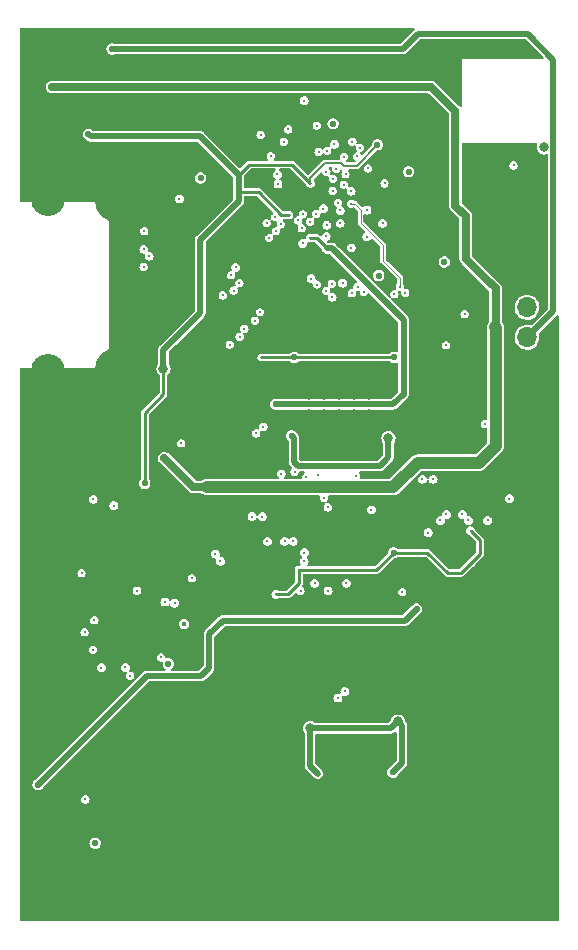
<source format=gbr>
%TF.GenerationSoftware,KiCad,Pcbnew,(6.0.4)*%
%TF.CreationDate,2023-05-16T14:10:18+09:00*%
%TF.ProjectId,RFB,5246422e-6b69-4636-9164-5f7063625858,rev?*%
%TF.SameCoordinates,Original*%
%TF.FileFunction,Copper,L4,Inr*%
%TF.FilePolarity,Positive*%
%FSLAX46Y46*%
G04 Gerber Fmt 4.6, Leading zero omitted, Abs format (unit mm)*
G04 Created by KiCad (PCBNEW (6.0.4)) date 2023-05-16 14:10:18*
%MOMM*%
%LPD*%
G01*
G04 APERTURE LIST*
%TA.AperFunction,ComponentPad*%
%ADD10C,0.970000*%
%TD*%
%TA.AperFunction,ComponentPad*%
%ADD11C,2.600000*%
%TD*%
%TA.AperFunction,ComponentPad*%
%ADD12R,1.700000X1.700000*%
%TD*%
%TA.AperFunction,ComponentPad*%
%ADD13O,1.700000X1.700000*%
%TD*%
%TA.AperFunction,ComponentPad*%
%ADD14C,0.500000*%
%TD*%
%TA.AperFunction,ComponentPad*%
%ADD15C,2.880000*%
%TD*%
%TA.AperFunction,ComponentPad*%
%ADD16C,3.990000*%
%TD*%
%TA.AperFunction,ViaPad*%
%ADD17C,0.300000*%
%TD*%
%TA.AperFunction,ViaPad*%
%ADD18C,0.550000*%
%TD*%
%TA.AperFunction,ViaPad*%
%ADD19C,0.800000*%
%TD*%
%TA.AperFunction,ViaPad*%
%ADD20C,0.400000*%
%TD*%
%TA.AperFunction,Conductor*%
%ADD21C,0.500000*%
%TD*%
%TA.AperFunction,Conductor*%
%ADD22C,1.000000*%
%TD*%
%TA.AperFunction,Conductor*%
%ADD23C,0.250000*%
%TD*%
%TA.AperFunction,Conductor*%
%ADD24C,0.670000*%
%TD*%
%TA.AperFunction,Conductor*%
%ADD25C,0.190000*%
%TD*%
%TA.AperFunction,Conductor*%
%ADD26C,0.090000*%
%TD*%
G04 APERTURE END LIST*
D10*
%TO.N,GND*%
%TO.C,J1*%
X72250300Y-100977200D03*
X65265300Y-100977200D03*
%TD*%
D11*
%TO.N,GND*%
%TO.C,H4*%
X68224400Y-32689800D03*
%TD*%
D12*
%TO.N,GND*%
%TO.C,J6*%
X76504800Y-59029600D03*
D13*
%TO.N,/12V*%
X76504800Y-56489600D03*
%TO.N,/Power/PWR_EN*%
X76504800Y-53949600D03*
%TD*%
D11*
%TO.N,GND*%
%TO.C,H1*%
X76784200Y-103555800D03*
%TD*%
D14*
%TO.N,GND*%
%TO.C,U7*%
X56249000Y-75196000D03*
X55249000Y-76196000D03*
X55249000Y-75196000D03*
X54249000Y-75196000D03*
X54249000Y-76196000D03*
X55249000Y-77196000D03*
X56249000Y-77196000D03*
X54249000Y-77196000D03*
X56249000Y-76196000D03*
%TD*%
%TO.N,GND*%
%TO.C,U9*%
X69650893Y-73542210D03*
X70358000Y-72835103D03*
X68943786Y-74249317D03*
X70358000Y-74249317D03*
X69650893Y-74956424D03*
X71065107Y-73542210D03*
X70358000Y-75663531D03*
X71065107Y-74956424D03*
X71772214Y-74249317D03*
%TD*%
D15*
%TO.N,GND*%
%TO.C,J4*%
X35952000Y-44804000D03*
D16*
X41912000Y-44804000D03*
D15*
X35952000Y-59304000D03*
D16*
X41912000Y-59304000D03*
%TD*%
D14*
%TO.N,GND*%
%TO.C,U8*%
X62898400Y-92342400D03*
X60898400Y-91342400D03*
X62898400Y-90342400D03*
X60898400Y-90342400D03*
X61898400Y-91342400D03*
X61898400Y-90342400D03*
X62898400Y-91342400D03*
X60898400Y-92342400D03*
X61898400Y-92342400D03*
%TD*%
D10*
%TO.N,GND*%
%TO.C,J2*%
X52743100Y-101002600D03*
X59728100Y-101002600D03*
%TD*%
D14*
%TO.N,GND*%
%TO.C,IC3*%
X60576500Y-65346500D03*
X60576500Y-64071500D03*
X61851500Y-65346500D03*
X59301500Y-65346500D03*
X60576500Y-66621500D03*
X58026500Y-65346500D03*
X58026500Y-64071500D03*
X59301500Y-66621500D03*
X61851500Y-61521500D03*
X63126500Y-64071500D03*
X60576500Y-61521500D03*
X63126500Y-66621500D03*
X60576500Y-62796500D03*
X58026500Y-61521500D03*
X63126500Y-65346500D03*
X59301500Y-64071500D03*
X63126500Y-61521500D03*
X61851500Y-62796500D03*
X59301500Y-62796500D03*
X63126500Y-62796500D03*
X61851500Y-66621500D03*
X59301500Y-61521500D03*
X58026500Y-66621500D03*
X61851500Y-64071500D03*
X58026500Y-62796500D03*
%TD*%
D11*
%TO.N,GND*%
%TO.C,H2*%
X36449000Y-65227200D03*
%TD*%
%TO.N,GND*%
%TO.C,H3*%
X35890200Y-103555800D03*
%TD*%
D14*
%TO.N,GND*%
%TO.C,U4*%
X43422800Y-83203800D03*
X43452800Y-79203800D03*
X40722800Y-80473800D03*
X41992800Y-83203800D03*
X43452800Y-80473800D03*
X41992800Y-80473800D03*
X44722800Y-81933800D03*
X43452800Y-81933800D03*
X41992800Y-81933800D03*
X44722800Y-80473800D03*
X41992800Y-79203800D03*
X40722800Y-81933800D03*
%TD*%
D10*
%TO.N,GND*%
%TO.C,J3*%
X46939200Y-101002600D03*
X39954200Y-101002600D03*
%TD*%
D14*
%TO.N,GND*%
%TO.C,IC5*%
X42451200Y-96111600D03*
X43701200Y-96111600D03*
X43701200Y-97361600D03*
X42451200Y-97361600D03*
%TD*%
D17*
%TO.N,/Power/1V0_PG*%
X71221600Y-54533800D03*
X72923400Y-63830200D03*
D18*
%TO.N,/1V8D*%
X66065400Y-61264800D03*
%TO.N,GND*%
X66802000Y-59690000D03*
D17*
%TO.N,/1V8D*%
X69646800Y-57150000D03*
%TO.N,GND*%
X48463200Y-60934601D03*
X48463200Y-60274200D03*
X48463200Y-59613800D03*
D19*
%TO.N,/3V3D*%
X45720000Y-59156600D03*
D17*
%TO.N,/1V8D*%
X47218600Y-65455800D03*
D18*
%TO.N,GND*%
X45669200Y-63855600D03*
D17*
X44983400Y-69316600D03*
X44983400Y-69977000D03*
X44983400Y-70637400D03*
X44983400Y-71297800D03*
%TO.N,/FPGA/XS_DONE*%
X64439800Y-43459400D03*
%TO.N,/FPGA/HDMI_EHPD*%
X51435000Y-51231800D03*
%TO.N,/FPGA/HDMI_SDA*%
X52146200Y-51892200D03*
%TO.N,/FPGA/HDMI_SCL*%
X51663600Y-52527200D03*
%TO.N,/FPGA/HDMI_ECEC*%
X50749200Y-52933600D03*
%TO.N,GND*%
X44450000Y-73964800D03*
%TO.N,/FPGA/XS_CSO*%
X59984940Y-51947914D03*
%TO.N,/PLL_MUXOUT*%
X58724800Y-52019200D03*
X48133000Y-76885800D03*
%TO.N,GND*%
X47599599Y-82169000D03*
%TO.N,Net-(R58-Pad1)*%
X60020200Y-53111400D03*
%TO.N,Net-(R61-Pad1)*%
X59512200Y-52552600D03*
%TO.N,GND*%
X60579000Y-70764400D03*
X61036200Y-70256400D03*
X60203563Y-71393392D03*
X59537599Y-71755000D03*
X58216800Y-71755000D03*
X58877199Y-71755000D03*
X56845200Y-71755000D03*
X57556400Y-71729600D03*
X56210200Y-71374000D03*
X54787800Y-70713600D03*
X52146199Y-70713600D03*
X51485800Y-70713600D03*
X52806600Y-70713600D03*
X56108600Y-70713600D03*
X44246800Y-73253600D03*
X43586400Y-73253600D03*
X42925999Y-73304400D03*
X47066200Y-98044000D03*
X47066201Y-98704400D03*
X47066201Y-96723200D03*
X47066200Y-96062800D03*
X47066200Y-97383600D03*
X47066200Y-95402400D03*
X46405800Y-96723200D03*
X45745400Y-96723200D03*
X45745400Y-94742000D03*
X46405800Y-94742000D03*
X45745400Y-98044001D03*
X46405800Y-98044000D03*
X45745400Y-96062800D03*
X46405800Y-96062800D03*
X45745400Y-97383600D03*
X46405800Y-97383600D03*
X46405800Y-95402400D03*
X45745400Y-95402399D03*
X46405800Y-98704400D03*
X45745400Y-98704400D03*
X47066201Y-94742000D03*
X71247000Y-44729400D03*
X71907400Y-44729400D03*
X71907400Y-45389800D03*
%TO.N,/FPGA/XS_TCK*%
X58699400Y-38557200D03*
%TO.N,/FPGA/XS_TDI*%
X55905400Y-39928800D03*
%TO.N,/FPGA/XS_TMS*%
X53949600Y-39344600D03*
%TO.N,/FPGA/XS_TDO*%
X56286400Y-38887400D03*
%TO.N,/FPGA/XS_INITB*%
X54813200Y-41148000D03*
%TO.N,GND*%
X44246800Y-38252400D03*
X44246800Y-37592001D03*
X44246800Y-36931600D03*
X43586400Y-38252400D03*
X43586400Y-36271200D03*
X43586400Y-37592000D03*
X43586400Y-36931600D03*
X44246800Y-36271200D03*
X43586400Y-30937199D03*
X44246800Y-30937200D03*
X43586400Y-32918399D03*
X43586400Y-33578800D03*
X44246800Y-34239200D03*
X44246800Y-32918400D03*
X44246800Y-33578800D03*
X43586400Y-34239200D03*
X69595999Y-68021200D03*
X70256400Y-68021200D03*
X70942201Y-68021200D03*
X71602601Y-68021200D03*
X49530000Y-66116200D03*
X49530000Y-65455800D03*
X49530000Y-64795400D03*
X49530000Y-64135000D03*
X49530000Y-63474600D03*
X48463200Y-58953400D03*
X48463200Y-58293000D03*
X48463200Y-57632600D03*
X49530000Y-60680600D03*
X49530000Y-60020200D03*
X49530000Y-59359800D03*
X49530000Y-58699400D03*
X49530000Y-58039000D03*
X49530000Y-57378600D03*
X49530000Y-56718200D03*
X73990201Y-48945800D03*
X73329800Y-48945800D03*
X40436800Y-76225400D03*
X40538400Y-75488800D03*
X41198800Y-75260200D03*
X41859200Y-75260200D03*
X45415200Y-86233000D03*
X42824400Y-85801200D03*
X46939200Y-84556600D03*
X46939200Y-83896200D03*
X47371000Y-79756001D03*
X47365147Y-78429347D03*
X46898173Y-77962373D03*
X46431200Y-77495400D03*
X45641400Y-76911200D03*
X43053000Y-76911200D03*
X43053000Y-76250800D03*
X43053000Y-75590400D03*
X43053000Y-74930000D03*
X45415200Y-76250800D03*
X45415200Y-75590400D03*
X45415200Y-74930000D03*
X63601600Y-75031600D03*
X63601600Y-74091800D03*
X63601600Y-73152000D03*
X72263000Y-49657000D03*
X72669400Y-48945800D03*
X72034400Y-40589200D03*
X69215000Y-39954200D03*
X68884800Y-39344600D03*
X35941000Y-79756000D03*
X54356000Y-49834800D03*
X52451000Y-48539400D03*
X51816000Y-47396400D03*
X52451000Y-45847000D03*
X53517800Y-45847000D03*
X55067200Y-44704000D03*
X52781200Y-44704000D03*
X49164627Y-46796573D03*
X50688627Y-45272573D03*
X51155600Y-44805600D03*
X47990373Y-47970827D03*
X47523400Y-48437800D03*
X48885227Y-55686573D03*
X47484307Y-57087493D03*
X49819173Y-54752627D03*
X48418253Y-56153547D03*
X49352200Y-55219600D03*
X47951280Y-56620520D03*
X50286147Y-54285653D03*
X47942500Y-53022500D03*
X50876200Y-47802800D03*
X55565427Y-88864827D03*
X55098453Y-88397853D03*
X56032400Y-89331800D03*
X54631480Y-87930880D03*
X67249427Y-89824173D03*
X69117320Y-87956280D03*
X68183373Y-88890227D03*
X66782453Y-90291147D03*
X67716400Y-89357200D03*
X68650347Y-88423253D03*
X57251600Y-91998800D03*
X56591201Y-91998800D03*
X69935973Y-90541227D03*
X69002027Y-91475173D03*
X70402947Y-90074253D03*
X69469000Y-91008200D03*
X70869920Y-89607280D03*
X68535053Y-91942147D03*
X53863627Y-90566627D03*
X52462707Y-89165707D03*
X54797573Y-91500573D03*
X53396653Y-90099653D03*
X54330600Y-91033600D03*
X52929680Y-89632680D03*
X55264547Y-91967547D03*
X42062400Y-91897200D03*
X42062400Y-89255600D03*
X42062400Y-90576400D03*
X42062400Y-92557601D03*
X42062400Y-91236800D03*
X42062400Y-93218000D03*
X42062400Y-89915999D03*
X45085000Y-91770200D03*
X45085000Y-89789000D03*
X45085000Y-94411800D03*
X45085000Y-93091000D03*
X45085000Y-91109799D03*
X45085000Y-92430600D03*
X45085000Y-90449400D03*
X45085000Y-93751401D03*
X44297600Y-97028000D03*
X45085000Y-96723200D03*
X45085000Y-96062800D03*
X45085000Y-95402400D03*
X44450000Y-96393000D03*
X44424600Y-95732600D03*
X41402000Y-95554800D03*
X41401999Y-96215200D03*
X43383200Y-96723200D03*
X41401999Y-97536000D03*
X44704000Y-97536000D03*
X73710800Y-103835200D03*
X73050400Y-103835200D03*
X71729600Y-103835200D03*
X72389999Y-103835200D03*
X73710800Y-101854000D03*
X72389999Y-101854000D03*
X71729600Y-101854000D03*
X73050400Y-101854000D03*
X73710800Y-105156000D03*
X71729600Y-105156000D03*
X72389999Y-105156000D03*
X73050400Y-105156000D03*
X73710800Y-103174800D03*
X72389999Y-103174800D03*
X71729600Y-103174800D03*
X73050400Y-103174800D03*
X71729600Y-104495600D03*
X73050400Y-104495600D03*
X73710800Y-104495600D03*
X72389999Y-104495600D03*
X73050400Y-102514400D03*
X73710800Y-102514400D03*
X71729600Y-102514400D03*
X72389999Y-102514400D03*
X73710800Y-105816400D03*
X72389999Y-105816400D03*
X73050400Y-105816400D03*
X71729600Y-105816400D03*
X65786000Y-103835200D03*
X65125600Y-103835200D03*
X63804800Y-103835200D03*
X64465199Y-103835200D03*
X65786000Y-101854000D03*
X64465199Y-101854000D03*
X63804800Y-101854000D03*
X65125600Y-101854000D03*
X65786000Y-105156000D03*
X63804800Y-105156000D03*
X64465199Y-105156000D03*
X65125600Y-105156000D03*
X65786000Y-103174800D03*
X64465199Y-103174800D03*
X63804800Y-103174800D03*
X65125600Y-103174800D03*
X63804800Y-104495600D03*
X65125600Y-104495600D03*
X65786000Y-104495600D03*
X64465199Y-104495600D03*
X65125600Y-102514400D03*
X65786000Y-102514400D03*
X63804800Y-102514400D03*
X64465199Y-102514400D03*
X65786000Y-105816400D03*
X64465199Y-105816400D03*
X65125600Y-105816400D03*
X63804800Y-105816400D03*
X61188600Y-103860600D03*
X60528200Y-103860600D03*
X59207400Y-103860600D03*
X59867799Y-103860600D03*
X61188600Y-101879400D03*
X59867799Y-101879400D03*
X59207400Y-101879400D03*
X60528200Y-101879400D03*
X61188600Y-105181400D03*
X59207400Y-105181400D03*
X59867799Y-105181400D03*
X60528200Y-105181400D03*
X61188600Y-103200200D03*
X59867799Y-103200200D03*
X59207400Y-103200200D03*
X60528200Y-103200200D03*
X59207400Y-104521000D03*
X60528200Y-104521000D03*
X61188600Y-104521000D03*
X59867799Y-104521000D03*
X60528200Y-102539800D03*
X61188600Y-102539800D03*
X59207400Y-102539800D03*
X59867799Y-102539800D03*
X61188600Y-105841800D03*
X59867799Y-105841800D03*
X60528200Y-105841800D03*
X59207400Y-105841800D03*
X53263800Y-105181400D03*
X53263800Y-105841800D03*
X53263800Y-103860600D03*
X53263800Y-103200200D03*
X53263800Y-104521000D03*
X53263800Y-102539800D03*
X52603400Y-103860600D03*
X51282599Y-103860600D03*
X51943000Y-103860600D03*
X51282599Y-101879400D03*
X51943000Y-101879400D03*
X52603400Y-101879400D03*
X51943000Y-105181400D03*
X52603400Y-105181400D03*
X51282599Y-105181400D03*
X51282599Y-103200200D03*
X51943000Y-103200200D03*
X52603400Y-103200200D03*
X51943000Y-104521000D03*
X52603400Y-104521000D03*
X51282599Y-104521000D03*
X52603400Y-102539800D03*
X51943000Y-102539800D03*
X51282599Y-102539800D03*
X52603400Y-105841800D03*
X51282599Y-105841800D03*
X51943000Y-105841800D03*
X53263800Y-101879400D03*
D18*
X41046400Y-66852800D03*
X40055800Y-67767200D03*
X41046400Y-67767200D03*
X68935600Y-43840400D03*
D17*
%TO.N,/Power/PWR_EN*%
X75361800Y-41935400D03*
%TO.N,GND*%
X50749200Y-53797200D03*
X53035200Y-54203600D03*
D18*
X56337200Y-59410600D03*
X50723800Y-43535600D03*
X56057800Y-36271200D03*
X70383400Y-48615600D03*
X75133200Y-51181000D03*
X78054200Y-44907200D03*
X76708000Y-43154600D03*
D17*
X42722800Y-94538800D03*
X44424600Y-95732600D03*
X44424600Y-95072200D03*
X44424600Y-94411800D03*
X44424600Y-93751400D03*
D18*
X47167800Y-45694600D03*
X48344900Y-45736700D03*
X48094901Y-44488099D03*
D17*
X61645800Y-94615000D03*
X61645800Y-93929200D03*
X62814200Y-95656400D03*
X62347227Y-95189427D03*
X60477400Y-95631000D03*
X60934600Y-95148400D03*
X63550800Y-94919800D03*
X63083827Y-94452827D03*
X59715400Y-94894400D03*
X60182373Y-94427427D03*
X62607080Y-96389080D03*
X63074053Y-96856053D03*
X64008000Y-97790000D03*
X63541027Y-97323027D03*
X64283480Y-94738080D03*
X64750453Y-95205053D03*
X65684400Y-96139000D03*
X65217427Y-95672027D03*
X60633720Y-96363680D03*
X60166747Y-96830653D03*
X59232800Y-97764600D03*
X59699773Y-97297627D03*
X58982720Y-94687280D03*
X58515747Y-95154253D03*
X57581800Y-96088200D03*
X58048773Y-95621227D03*
X38252400Y-73228200D03*
X44907200Y-73279000D03*
X58547000Y-103200200D03*
X44704000Y-97536000D03*
X71069200Y-103174800D03*
X39827200Y-102539800D03*
X59203480Y-84425680D03*
X57999907Y-84695307D03*
X64973200Y-44018200D03*
X39166800Y-102539800D03*
X45745400Y-105841800D03*
X53924200Y-104521000D03*
X45745400Y-103200200D03*
X69177893Y-98921293D03*
X45745400Y-101879400D03*
X57470469Y-50618837D03*
D18*
X75234800Y-49250600D03*
D17*
X41300400Y-93395800D03*
X50241199Y-82169000D03*
X58039000Y-99593400D03*
X39166800Y-103860600D03*
D18*
X39903400Y-98374200D03*
D17*
X46939199Y-83235800D03*
X48387000Y-101879400D03*
X41275000Y-48539400D03*
X57327800Y-52959000D03*
D18*
X36042600Y-96494600D03*
D17*
X41148000Y-102539800D03*
X57638453Y-100920053D03*
X38506400Y-101879400D03*
X53924200Y-103200200D03*
D18*
X65582800Y-77165200D03*
D17*
X51562000Y-82169000D03*
X39166800Y-103200200D03*
X64871600Y-31165800D03*
D18*
X57594639Y-97706078D03*
D17*
X44475400Y-53848000D03*
X63728600Y-46253400D03*
D18*
X43586400Y-74015600D03*
D17*
X47726600Y-105181400D03*
X58547000Y-102539800D03*
X47066200Y-103200200D03*
X60045600Y-87782400D03*
X62750859Y-42859895D03*
X56005229Y-97763871D03*
D18*
X66548000Y-96875600D03*
D17*
X60452000Y-53721000D03*
X46278799Y-83235800D03*
X44704000Y-98196400D03*
X45745400Y-105181400D03*
X50241199Y-83235800D03*
X41275000Y-53060600D03*
X69644867Y-99388267D03*
X56680206Y-48068444D03*
D18*
X38887400Y-87172800D03*
D17*
X48260000Y-82169000D03*
X70135253Y-100894653D03*
X60128625Y-41243449D03*
X59867800Y-86563200D03*
X48387000Y-103860600D03*
X58547000Y-105181400D03*
X70602227Y-101361627D03*
X57335587Y-82557787D03*
X47726600Y-102539800D03*
X54787800Y-82169000D03*
X39166800Y-105181400D03*
X61036200Y-88696800D03*
X40487600Y-103200201D03*
X46736000Y-53848000D03*
X48768000Y-70764400D03*
X62534800Y-86690200D03*
X41148000Y-103200200D03*
X40487600Y-105181401D03*
X55661173Y-99050227D03*
X37388800Y-79756000D03*
X39166800Y-105841800D03*
X41148000Y-105181400D03*
X41275000Y-51562000D03*
X53924200Y-105181400D03*
D18*
X59156600Y-92354400D03*
X64846200Y-90449400D03*
X66624200Y-88138000D03*
D17*
X46736000Y-50596800D03*
X40487600Y-101879400D03*
X41148000Y-101879400D03*
X40487600Y-103860600D03*
X47066201Y-101879400D03*
X48387000Y-102539800D03*
D18*
X67538600Y-94107000D03*
D17*
X66446400Y-105156000D03*
X55499000Y-48615600D03*
X41275000Y-54559200D03*
X44780200Y-50927000D03*
X52222400Y-83235800D03*
X56128147Y-98583253D03*
X39827200Y-105841800D03*
X40678100Y-95669100D03*
X46405800Y-105181400D03*
X47066200Y-102539800D03*
X53924200Y-101879400D03*
D18*
X56692800Y-96799400D03*
D17*
X47726600Y-104521000D03*
X71069200Y-101854000D03*
D18*
X60350400Y-48107600D03*
D17*
X46075600Y-85826600D03*
X46405800Y-101879400D03*
D18*
X57683400Y-94107000D03*
D17*
X58736507Y-83958707D03*
X41148000Y-105841800D03*
X40487600Y-105841800D03*
X46405800Y-103860600D03*
X46990000Y-74955400D03*
X42107347Y-100869253D03*
D18*
X67030600Y-38582600D03*
X74701400Y-43154600D03*
D17*
X47599600Y-83235800D03*
X47726600Y-103860600D03*
X68710920Y-98454320D03*
X39166800Y-101879400D03*
D18*
X66827400Y-48539400D03*
D17*
X66913373Y-101336227D03*
X46405800Y-102539800D03*
X42722800Y-91236800D03*
X40055800Y-71475600D03*
D18*
X61772800Y-83667600D03*
X66344800Y-76428600D03*
D19*
X57226200Y-88442800D03*
D17*
X46405800Y-105841800D03*
X38506400Y-104521000D03*
X53924200Y-103860600D03*
D19*
X68732400Y-41097200D03*
D17*
X55194200Y-99644200D03*
X44424600Y-93091000D03*
X59690000Y-87223600D03*
X58191400Y-41325800D03*
X67122427Y-99812227D03*
X67310000Y-97053400D03*
D18*
X42961400Y-88453200D03*
D17*
X62001400Y-86233000D03*
X56598987Y-83294387D03*
D18*
X65506600Y-67487800D03*
D17*
X71069200Y-102514400D03*
X58547000Y-104521000D03*
X44424600Y-92430600D03*
X44704000Y-99517200D03*
D18*
X47447200Y-46812200D03*
D17*
X57505600Y-100152200D03*
X60528200Y-88239600D03*
D18*
X41783000Y-86080600D03*
D17*
X42722800Y-93218000D03*
D18*
X58496200Y-98602800D03*
X64744600Y-98653600D03*
D17*
X39827200Y-105181400D03*
X58547000Y-101879400D03*
X44424600Y-91109800D03*
X59842400Y-49784000D03*
X71069200Y-105156000D03*
D18*
X65643742Y-97764600D03*
D17*
X45745400Y-102539800D03*
X41640373Y-101336227D03*
X42722800Y-91897201D03*
X53924200Y-105841800D03*
D18*
X65709800Y-75844400D03*
D19*
X49580800Y-46050200D03*
D17*
X40487600Y-104521000D03*
X55651400Y-31165800D03*
X66655453Y-99345253D03*
X63779400Y-47421865D03*
X62433200Y-45008800D03*
X47066200Y-104521000D03*
X67776973Y-97520373D03*
X42722800Y-89916000D03*
X46939199Y-82169000D03*
X39827200Y-104521000D03*
X64995923Y-48564800D03*
X45745400Y-104521000D03*
D18*
X64541400Y-38201600D03*
D17*
X51562000Y-83235800D03*
X64871600Y-32893000D03*
X57065960Y-83761360D03*
X57327800Y-56972200D03*
X48920401Y-82169000D03*
X55270399Y-83235800D03*
D18*
X45501400Y-88453200D03*
D17*
X40106600Y-76885800D03*
D18*
X64643000Y-76174600D03*
D17*
X55930800Y-83235800D03*
X45694600Y-86842600D03*
X44424600Y-91770200D03*
X55194200Y-100304600D03*
X44704000Y-100177600D03*
D18*
X74701400Y-44881800D03*
D17*
X43510200Y-67894200D03*
X48387000Y-104521000D03*
X69799200Y-100330000D03*
X38506400Y-103860600D03*
X56794400Y-82169000D03*
X48387000Y-105841800D03*
X55930800Y-45542200D03*
X58547000Y-103860600D03*
X54610000Y-83235800D03*
X58466880Y-85162280D03*
X66446400Y-103835200D03*
X42574320Y-100402280D03*
X62788800Y-87350599D03*
X67589400Y-100279200D03*
X68859400Y-47403905D03*
D18*
X63830200Y-87909400D03*
D17*
X66446400Y-105816400D03*
X66446400Y-103174800D03*
X36499800Y-82626200D03*
X59334400Y-44009368D03*
X39827200Y-103860600D03*
X38176200Y-89306400D03*
X43484800Y-87122000D03*
X48920401Y-83235800D03*
X59670453Y-84892653D03*
X38404800Y-77952600D03*
X57532933Y-84228333D03*
X66192400Y-98882200D03*
X42722800Y-92557600D03*
X38506400Y-105181400D03*
D18*
X68554600Y-37058600D03*
D17*
X71069200Y-105816400D03*
X48793400Y-72313800D03*
D18*
X67106800Y-54508400D03*
D17*
X55651400Y-32893000D03*
X42722800Y-90576400D03*
D18*
X38506400Y-71501000D03*
D17*
X66342962Y-46847129D03*
X66446400Y-101854000D03*
X47726600Y-103200200D03*
X45247173Y-101304973D03*
X38506400Y-103200200D03*
D19*
X71619999Y-60714001D03*
D17*
X46405800Y-104521000D03*
X62391649Y-48535417D03*
X68243947Y-97987347D03*
D18*
X37973000Y-96977200D03*
D17*
X42722800Y-93878400D03*
X47726600Y-101879400D03*
X55448199Y-82169000D03*
X48260000Y-83235800D03*
D18*
X46659800Y-86614000D03*
D17*
X61315600Y-46355000D03*
X59400827Y-86096227D03*
X60137427Y-85359627D03*
X41148000Y-103860600D03*
X39166800Y-104521000D03*
X47726600Y-105841800D03*
X60553600Y-51079400D03*
X71069200Y-103835200D03*
D18*
X76708000Y-44881800D03*
D17*
X39827200Y-103200200D03*
X47066200Y-103860600D03*
X44424600Y-90449400D03*
X41402000Y-94894400D03*
X44780200Y-100838000D03*
D18*
X47117000Y-63703200D03*
D17*
X62484000Y-87985600D03*
D18*
X57026400Y-86406800D03*
D17*
X61036200Y-55473600D03*
X38506400Y-105841800D03*
X66446400Y-102514400D03*
X58105427Y-101387027D03*
X47066200Y-105181400D03*
X41859200Y-98704400D03*
X52222400Y-82169000D03*
X46939200Y-83235800D03*
X40487600Y-102539800D03*
X47066200Y-105841800D03*
X40019801Y-78953799D03*
X63804800Y-55854600D03*
X44704000Y-98856800D03*
X54858147Y-100894653D03*
X48387000Y-105181400D03*
D18*
X44231400Y-88453200D03*
D17*
X61499253Y-85781653D03*
D18*
X76682600Y-47752000D03*
D17*
X63322200Y-50393600D03*
X56108600Y-82169000D03*
X57802560Y-83024760D03*
X62661800Y-88671400D03*
X58933853Y-85629253D03*
X44424600Y-89789000D03*
X44983400Y-87122000D03*
X54391173Y-101361627D03*
X66446400Y-104495600D03*
D18*
X64490600Y-92329000D03*
D17*
X39827199Y-101879400D03*
X38506400Y-102539800D03*
X58547000Y-105841800D03*
X42722800Y-89255599D03*
X46405800Y-103200200D03*
X41148000Y-104521000D03*
X45745400Y-103860600D03*
X58601981Y-47475747D03*
X60128625Y-46308314D03*
X63804800Y-54254400D03*
X41275000Y-56057800D03*
X58637902Y-48768904D03*
X50901599Y-83235800D03*
X50901599Y-82169000D03*
X60604400Y-85826600D03*
X58269533Y-83491733D03*
X53924200Y-102539800D03*
X48387000Y-103200200D03*
X71069200Y-104495600D03*
D18*
%TO.N,/3V3D*%
X52095400Y-42748200D03*
X63830200Y-40182800D03*
D17*
X60985400Y-41960800D03*
X56337200Y-46126400D03*
X58166000Y-43434000D03*
D18*
X39370000Y-39293800D03*
D17*
%TO.N,/FPGA/HDMI_CEC*%
X51333400Y-57099200D03*
X55168800Y-46304200D03*
%TO.N,/FPGA/XS_INITB*%
X57429400Y-47244000D03*
%TO.N,/FPGA/XS_TMS*%
X58140600Y-46685200D03*
%TO.N,/FPGA/XS_TDI*%
X57120106Y-46587464D03*
%TO.N,/FPGA/XS_TDO*%
X57531000Y-46050200D03*
%TO.N,/FPGA/XS_TCK*%
X60985400Y-43561000D03*
%TO.N,Net-(Q1-Pad3)*%
X39116000Y-95605600D03*
%TO.N,Net-(IC1-Pad6)*%
X41529000Y-70739000D03*
%TO.N,Net-(IC1-Pad1)*%
X39776400Y-70205600D03*
%TO.N,/FPGA_REFCLKN*%
X55372000Y-42697400D03*
%TO.N,/FPGA_REFCLKP*%
X55422800Y-43510200D03*
%TO.N,/PLL_CE*%
X38785800Y-76454000D03*
%TO.N,Net-(C32-Pad1)*%
X46659800Y-78994000D03*
%TO.N,/SPI_SCK*%
X56819800Y-67894200D03*
X50114200Y-74828400D03*
X54178200Y-64058800D03*
%TO.N,/PLL_RFMXN*%
X60494697Y-87020400D03*
%TO.N,/PLL_RFMXP*%
X61087000Y-86458738D03*
%TO.N,Net-(R55-Pad1)*%
X45516800Y-83591400D03*
%TO.N,/SPI_CS_PLL*%
X42900600Y-85140800D03*
%TO.N,/PLL_RAMPCLK*%
X40462200Y-84455000D03*
%TO.N,/PLL_RAMPDIR*%
X39751000Y-82956400D03*
%TO.N,Net-(C30-Pad2)*%
X39039800Y-81457800D03*
%TO.N,/PLL_3V3A*%
X43484800Y-77952600D03*
X42494200Y-84429600D03*
D18*
X46126400Y-84124800D03*
D17*
X45847000Y-78892400D03*
X39878000Y-80441800D03*
D20*
X47472600Y-80772000D03*
D17*
%TO.N,/IF_VCM*%
X61221400Y-77313600D03*
X71543394Y-71986292D03*
X54515800Y-73757600D03*
X75006200Y-70154800D03*
X73177400Y-71983600D03*
X57640000Y-75459400D03*
X58529000Y-77313600D03*
X63322200Y-71094600D03*
X68130897Y-73028002D03*
%TO.N,/ADC/ADC_INBN*%
X67640200Y-68503800D03*
X69675501Y-71483398D03*
%TO.N,/ADC/ADC_INBP*%
X68554600Y-68503800D03*
X71040500Y-71483398D03*
%TO.N,/ADC/ADC_INAP*%
X53220400Y-71674800D03*
X56700200Y-73757600D03*
%TO.N,/ADC/ADC_INAN*%
X54084000Y-71674800D03*
X57665400Y-74722800D03*
%TO.N,/FPGA/HyperBus0_Reset*%
X61722000Y-39928800D03*
%TO.N,/FPGA/HyperBus0_CS*%
X62357000Y-40436800D03*
%TO.N,/FPGA/HyperBus0_RWDS*%
X61010800Y-41198800D03*
%TO.N,/FPGA/HyperBus0_DQ4*%
X58851800Y-40792400D03*
%TO.N,/FPGA/HyperBus0_DQ3*%
X59588400Y-40690800D03*
%TO.N,/FPGA/HyperBus0_DQ2*%
X60198000Y-40132000D03*
%TO.N,/FPGA/HyperBus0_DQ1*%
X61137800Y-42672000D03*
%TO.N,/FPGA/HyperBus0_CkN*%
X63042800Y-42189400D03*
%TO.N,/FPGA/HyperBus0_DQ5*%
X59512200Y-42494200D03*
%TO.N,/FPGA/HyperBus0_DQ0*%
X60350400Y-42214800D03*
%TO.N,/FPGA/HyperBus0_CkP*%
X62128400Y-41173400D03*
%TO.N,/FPGA/HyperBus0_DQ7*%
X60045600Y-44094400D03*
%TO.N,/FPGA/HyperBus0_DQ6*%
X60071000Y-43053000D03*
%TO.N,/FPGA/XS_CCLK*%
X65735200Y-52197000D03*
X61620400Y-45161200D03*
%TO.N,/FPGA/XS_DONE*%
X60502800Y-45085000D03*
%TO.N,/FPGA/XS_MOSI*%
X66192400Y-52730400D03*
%TO.N,/FPGA/XS_DIN*%
X65278000Y-52832000D03*
%TO.N,/FPGA/XS_PROGRAMB*%
X58655863Y-46020945D03*
%TO.N,/SPI_CS_ADC*%
X62153800Y-52197000D03*
X58775600Y-68173600D03*
%TO.N,/FPGA/HDMI_IICSDA*%
X52578000Y-55778400D03*
X55651400Y-46913800D03*
%TO.N,/FPGA/HDMI_IICSCL*%
X52171600Y-56438800D03*
X54457600Y-46812200D03*
%TO.N,/ADC_RESET*%
X62687200Y-52628800D03*
X62026800Y-68199000D03*
%TO.N,Net-(R12-Pad2)*%
X69172606Y-71986292D03*
%TO.N,Net-(C57-Pad2)*%
X59664600Y-77952600D03*
X57327800Y-77952600D03*
%TO.N,Net-(R23-Pad2)*%
X55989000Y-73757600D03*
%TO.N,/ADC/CLKP*%
X59639200Y-70891400D03*
%TO.N,/ADC/CLKN*%
X59309000Y-70104000D03*
%TO.N,/1V8D*%
X58152968Y-48068444D03*
X59563000Y-48945800D03*
D18*
X55219600Y-62153800D03*
D17*
%TO.N,/ADC_1V8A*%
X64490600Y-66929000D03*
D18*
X56565100Y-64821500D03*
D19*
X64770000Y-65024000D03*
D17*
X59826500Y-67386200D03*
X56769000Y-67030600D03*
X61315600Y-67386200D03*
D19*
%TO.N,/MIX_5VA*%
X58140600Y-89585800D03*
X65548200Y-89010800D03*
D17*
X58775600Y-93421200D03*
D18*
X65151000Y-93319600D03*
D17*
%TO.N,/IFF_3V3A*%
X71729600Y-75615800D03*
X57208200Y-76196000D03*
X55245000Y-78257400D03*
D18*
X65201800Y-74726800D03*
D17*
X71729600Y-72872600D03*
D18*
%TO.N,/PA_8VA*%
X39934000Y-99334200D03*
D17*
%TO.N,/FPGA/HDMI_HPD*%
X53467000Y-55092600D03*
X55245000Y-47498000D03*
%TO.N,/FPGA/HDMI_SCL*%
X44526200Y-49631600D03*
%TO.N,/FPGA/HDMI_SDA*%
X44043600Y-49047400D03*
%TO.N,/FPGA/HDMI_LSOE*%
X53898800Y-54356000D03*
X54660800Y-48082200D03*
D18*
%TO.N,/12V*%
X41376600Y-32080200D03*
X35102800Y-94361000D03*
X48869600Y-43002200D03*
X67157600Y-79476600D03*
D17*
%TO.N,/1V0*%
X62948425Y-45715617D03*
X60685400Y-46829168D03*
X61619347Y-48912588D03*
D18*
X69494400Y-50114200D03*
D17*
X59500007Y-47942720D03*
X59553888Y-46990813D03*
X60685400Y-45751538D03*
X62948425Y-47978641D03*
X64287400Y-46847129D03*
%TO.N,/5VD*%
X51841400Y-50571400D03*
%TO.N,/2V5D*%
X61620400Y-44119800D03*
D18*
%TO.N,/3V3D*%
X44145200Y-68859400D03*
D17*
%TO.N,/2V5D*%
X58224810Y-51516862D03*
X59266520Y-45589893D03*
D18*
X56794400Y-58191400D03*
X66471800Y-42468800D03*
D17*
X60900927Y-51894033D03*
X57632600Y-36449000D03*
D18*
X60083700Y-38417500D03*
X63957200Y-51257200D03*
D17*
X57506390Y-48535417D03*
D18*
X65252600Y-58191400D03*
D19*
%TO.N,Net-(D1-Pad1)*%
X77927200Y-40411400D03*
D17*
%TO.N,/FPGA/HDMI_ECEC*%
X44043600Y-50520600D03*
%TO.N,/FPGA/HDMI_EHPD*%
X44094400Y-47498000D03*
D19*
%TO.N,/3V6*%
X73812400Y-55651400D03*
X73837800Y-62052200D03*
D18*
X72999600Y-66548000D03*
D17*
X47066200Y-44780200D03*
D18*
X45796200Y-66725800D03*
X65227200Y-69113400D03*
X36296600Y-35306000D03*
D19*
X49428400Y-69164200D03*
D17*
X65938400Y-78054200D03*
%TO.N,/SPI_MOSI*%
X53568600Y-64617600D03*
X57810400Y-68326000D03*
X50546000Y-75438000D03*
%TO.N,/SPI_MISO*%
X61671200Y-52755800D03*
X55702200Y-68021200D03*
%TD*%
D21*
%TO.N,/1V8D*%
X65176400Y-62153800D02*
X55219600Y-62153800D01*
X66065400Y-61264800D02*
X65176400Y-62153800D01*
X59994800Y-48945800D02*
X59563000Y-48945800D01*
X66065400Y-61264800D02*
X66065400Y-55016400D01*
X66065400Y-55016400D02*
X59994800Y-48945800D01*
D22*
%TO.N,/3V6*%
X72999600Y-66548000D02*
X73837800Y-65709800D01*
X67233800Y-67106800D02*
X65227200Y-69113400D01*
X73837800Y-65709800D02*
X73837800Y-62052200D01*
X72440800Y-67106800D02*
X67233800Y-67106800D01*
X72999600Y-66548000D02*
X72440800Y-67106800D01*
D23*
%TO.N,/3V3D*%
X45720000Y-61315600D02*
X45720000Y-59156600D01*
X44145200Y-62890400D02*
X45720000Y-61315600D01*
X44145200Y-68859400D02*
X44145200Y-62890400D01*
D21*
X52095400Y-44983400D02*
X52095400Y-44196000D01*
X48844200Y-54406800D02*
X48844200Y-48234600D01*
X45720000Y-57531000D02*
X48844200Y-54406800D01*
X48844200Y-48234600D02*
X52095400Y-44983400D01*
X45720000Y-59156600D02*
X45720000Y-57531000D01*
D24*
%TO.N,/3V6*%
X48234600Y-69164200D02*
X49428400Y-69164200D01*
X45796200Y-66725800D02*
X48234600Y-69164200D01*
D21*
%TO.N,/12V*%
X78740000Y-32969200D02*
X78740000Y-54254400D01*
X67284600Y-30784800D02*
X76555600Y-30784800D01*
X65989200Y-32080200D02*
X67284600Y-30784800D01*
X78740000Y-54254400D02*
X76504800Y-56489600D01*
X41376600Y-32080200D02*
X65989200Y-32080200D01*
X76555600Y-30784800D02*
X78740000Y-32969200D01*
D24*
%TO.N,/3V6*%
X70434200Y-45339000D02*
X71323200Y-46228000D01*
X71323200Y-46228000D02*
X71323200Y-49834800D01*
X70434200Y-37338000D02*
X70434200Y-45339000D01*
X68402200Y-35306000D02*
X70434200Y-37338000D01*
X71323200Y-49834800D02*
X73025000Y-51536600D01*
X36296600Y-35306000D02*
X68402200Y-35306000D01*
D22*
X73837800Y-55676800D02*
X73812400Y-55651400D01*
X73837800Y-57454800D02*
X73837800Y-55676800D01*
D24*
X73837800Y-52349400D02*
X73025000Y-51536600D01*
X73837800Y-55626000D02*
X73837800Y-52349400D01*
X73812400Y-55651400D02*
X73837800Y-55626000D01*
D22*
X65176400Y-69164200D02*
X65227200Y-69113400D01*
X49428400Y-69164200D02*
X65176400Y-69164200D01*
D21*
%TO.N,/3V3D*%
X39370000Y-39293800D02*
X39547800Y-39471600D01*
D25*
X59385200Y-41757600D02*
X60782200Y-41757600D01*
X58166000Y-42976800D02*
X59385200Y-41757600D01*
D21*
X39547800Y-39471600D02*
X48818800Y-39471600D01*
D25*
X60782200Y-41757600D02*
X60985400Y-41960800D01*
D21*
X52095400Y-42748200D02*
X52095400Y-44196000D01*
D25*
X63830200Y-40182800D02*
X63830200Y-40208200D01*
X62077600Y-41960800D02*
X60985400Y-41960800D01*
X63830200Y-40208200D02*
X62077600Y-41960800D01*
D23*
X53771800Y-44196000D02*
X52095400Y-44196000D01*
X58166000Y-43434000D02*
X56591200Y-41859200D01*
X55702200Y-46126400D02*
X53771800Y-44196000D01*
X56591200Y-41859200D02*
X52984400Y-41859200D01*
D21*
X48818800Y-39471600D02*
X52095400Y-42748200D01*
D23*
X56337200Y-46126400D02*
X55702200Y-46126400D01*
D25*
X58166000Y-43434000D02*
X58166000Y-42976800D01*
D23*
X52984400Y-41859200D02*
X52095400Y-42748200D01*
D26*
%TO.N,/FPGA/XS_CCLK*%
X65735200Y-51435000D02*
X64312800Y-50012600D01*
X62407800Y-45669200D02*
X61899800Y-45161200D01*
X61899800Y-45161200D02*
X61620400Y-45161200D01*
X62407800Y-46786800D02*
X62407800Y-45669200D01*
X64312800Y-50012600D02*
X64312800Y-48691800D01*
X64312800Y-48691800D02*
X62407800Y-46786800D01*
X65735200Y-52197000D02*
X65735200Y-51435000D01*
D23*
%TO.N,/1V8D*%
X58685644Y-48068444D02*
X58152968Y-48068444D01*
X59563000Y-48945800D02*
X58685644Y-48068444D01*
D21*
%TO.N,/ADC_1V8A*%
X56769000Y-65025400D02*
X56565100Y-64821500D01*
X64770000Y-66649600D02*
X64490600Y-66929000D01*
X56769000Y-67030600D02*
X57124600Y-67386200D01*
X57124600Y-67386200D02*
X59826500Y-67386200D01*
X64770000Y-65024000D02*
X64770000Y-66649600D01*
X64490600Y-66929000D02*
X64033400Y-67386200D01*
X64033400Y-67386200D02*
X61315600Y-67386200D01*
X61315600Y-67386200D02*
X59826500Y-67386200D01*
X56769000Y-67030600D02*
X56769000Y-65025400D01*
%TO.N,/MIX_5VA*%
X64973200Y-89585800D02*
X58140600Y-89585800D01*
X65913000Y-92557600D02*
X65151000Y-93319600D01*
X58140600Y-92786200D02*
X58775600Y-93421200D01*
X65913000Y-89375600D02*
X65913000Y-92557600D01*
X65548200Y-89010800D02*
X64973200Y-89585800D01*
X65548200Y-89010800D02*
X65913000Y-89375600D01*
X58140600Y-89585800D02*
X58140600Y-92786200D01*
D23*
%TO.N,/IFF_3V3A*%
X56261000Y-78257400D02*
X57208200Y-77310200D01*
X65201800Y-74726800D02*
X63732600Y-76196000D01*
X69773800Y-76428600D02*
X70916800Y-76428600D01*
X72542400Y-74803000D02*
X71729600Y-75615800D01*
X65201800Y-74726800D02*
X68072000Y-74726800D01*
X70916800Y-76428600D02*
X71729600Y-75615800D01*
X71729600Y-72872600D02*
X72542400Y-73685400D01*
X72542400Y-73685400D02*
X72542400Y-74803000D01*
X57208200Y-77310200D02*
X57208200Y-76196000D01*
X63732600Y-76196000D02*
X57208200Y-76196000D01*
X68072000Y-74726800D02*
X69773800Y-76428600D01*
X55245000Y-78257400D02*
X56261000Y-78257400D01*
D21*
%TO.N,/12V*%
X50749200Y-80467200D02*
X63449200Y-80467200D01*
X49580800Y-81635600D02*
X50749200Y-80467200D01*
X67157600Y-79476600D02*
X66167000Y-80467200D01*
X49580800Y-84505800D02*
X49580800Y-81635600D01*
X35102800Y-94361000D02*
X44297600Y-85166200D01*
X48920400Y-85166200D02*
X49580800Y-84505800D01*
X44297600Y-85166200D02*
X48920400Y-85166200D01*
X66167000Y-80467200D02*
X63449200Y-80467200D01*
D23*
%TO.N,/2V5D*%
X56794400Y-58191400D02*
X65252600Y-58191400D01*
X54000400Y-58191400D02*
X56794400Y-58191400D01*
%TO.N,/3V6*%
X73761600Y-57378600D02*
X73837800Y-57454800D01*
D22*
X73837800Y-62052200D02*
X73837800Y-57454800D01*
%TD*%
%TA.AperFunction,Conductor*%
%TO.N,GND*%
G36*
X66951134Y-30318407D02*
G01*
X66987098Y-30367907D01*
X66987098Y-30429093D01*
X66960146Y-30471196D01*
X66929044Y-30499946D01*
X66925522Y-30506010D01*
X66918962Y-30513335D01*
X65831593Y-31600704D01*
X65777076Y-31628481D01*
X65761589Y-31629700D01*
X41544393Y-31629700D01*
X41516027Y-31625549D01*
X41454367Y-31607109D01*
X41447606Y-31605087D01*
X41367055Y-31604595D01*
X41318455Y-31604298D01*
X41318454Y-31604298D01*
X41311404Y-31604255D01*
X41304627Y-31606192D01*
X41304626Y-31606192D01*
X41187222Y-31639746D01*
X41187220Y-31639747D01*
X41180442Y-31641684D01*
X41065250Y-31714365D01*
X40975087Y-31816455D01*
X40917201Y-31939748D01*
X40896246Y-32074331D01*
X40913906Y-32209386D01*
X40916746Y-32215840D01*
X40916747Y-32215844D01*
X40965921Y-32327600D01*
X40968762Y-32334056D01*
X40999040Y-32370076D01*
X41051865Y-32432920D01*
X41051868Y-32432922D01*
X41056404Y-32438319D01*
X41062275Y-32442227D01*
X41062276Y-32442228D01*
X41089295Y-32460213D01*
X41169787Y-32513793D01*
X41176514Y-32515895D01*
X41176517Y-32515896D01*
X41293063Y-32552307D01*
X41293064Y-32552307D01*
X41299795Y-32554410D01*
X41369888Y-32555695D01*
X41428924Y-32556777D01*
X41428926Y-32556777D01*
X41435977Y-32556906D01*
X41442780Y-32555051D01*
X41442782Y-32555051D01*
X41517450Y-32534694D01*
X41519314Y-32534186D01*
X41545353Y-32530700D01*
X65956573Y-32530700D01*
X65968209Y-32531386D01*
X66003510Y-32535564D01*
X66010786Y-32534235D01*
X66010789Y-32534235D01*
X66041488Y-32528628D01*
X66061630Y-32524949D01*
X66064676Y-32524442D01*
X66123162Y-32515649D01*
X66129675Y-32512521D01*
X66136773Y-32511225D01*
X66189182Y-32484001D01*
X66191962Y-32482612D01*
X66238608Y-32460213D01*
X66238611Y-32460211D01*
X66245279Y-32457009D01*
X66249721Y-32452903D01*
X66251981Y-32451380D01*
X66256988Y-32448779D01*
X66262028Y-32444475D01*
X66299660Y-32406843D01*
X66302463Y-32404149D01*
X66339324Y-32370076D01*
X66339326Y-32370073D01*
X66344756Y-32365054D01*
X66348278Y-32358990D01*
X66354838Y-32351665D01*
X67442207Y-31264296D01*
X67496724Y-31236519D01*
X67512211Y-31235300D01*
X76327989Y-31235300D01*
X76386180Y-31254207D01*
X76397993Y-31264296D01*
X77883093Y-32749396D01*
X77910870Y-32803913D01*
X77901299Y-32864345D01*
X77858034Y-32907610D01*
X77813089Y-32918400D01*
X70993000Y-32918400D01*
X70993000Y-36897520D01*
X70974093Y-36955711D01*
X70924593Y-36991675D01*
X70863407Y-36991675D01*
X70817063Y-36959823D01*
X70808471Y-36949213D01*
X70808467Y-36949210D01*
X70804222Y-36943967D01*
X70787691Y-36932219D01*
X70775036Y-36921525D01*
X68790816Y-34937305D01*
X68787947Y-34934312D01*
X68751320Y-34894481D01*
X68746750Y-34889511D01*
X68709824Y-34866616D01*
X68702158Y-34861347D01*
X68667550Y-34835078D01*
X68651992Y-34828919D01*
X68636265Y-34821008D01*
X68627795Y-34815756D01*
X68627794Y-34815756D01*
X68622055Y-34812197D01*
X68602010Y-34806373D01*
X68580346Y-34800079D01*
X68571522Y-34797058D01*
X68537410Y-34783552D01*
X68537407Y-34783551D01*
X68531135Y-34781068D01*
X68524426Y-34780363D01*
X68524418Y-34780361D01*
X68514495Y-34779318D01*
X68497228Y-34775931D01*
X68486141Y-34772710D01*
X68486139Y-34772710D01*
X68481163Y-34771264D01*
X68475994Y-34770884D01*
X68475992Y-34770884D01*
X68472559Y-34770632D01*
X68472556Y-34770632D01*
X68470760Y-34770500D01*
X68435778Y-34770500D01*
X68425430Y-34769958D01*
X68391930Y-34766437D01*
X68385222Y-34765732D01*
X68378571Y-34766857D01*
X68365226Y-34769114D01*
X68348716Y-34770500D01*
X36259844Y-34770500D01*
X36256501Y-34770958D01*
X36256500Y-34770958D01*
X36243711Y-34772710D01*
X36151239Y-34785377D01*
X36145052Y-34788055D01*
X36145050Y-34788055D01*
X36036387Y-34835078D01*
X36016588Y-34843646D01*
X36011349Y-34847888D01*
X36011348Y-34847889D01*
X35959949Y-34889511D01*
X35902567Y-34935978D01*
X35817576Y-35055572D01*
X35815292Y-35061916D01*
X35815290Y-35061920D01*
X35789075Y-35134736D01*
X35767877Y-35193616D01*
X35757132Y-35339940D01*
X35786132Y-35483764D01*
X35852740Y-35614491D01*
X35952050Y-35722489D01*
X36076745Y-35799803D01*
X36217637Y-35840736D01*
X36222809Y-35841116D01*
X36222810Y-35841116D01*
X36226241Y-35841368D01*
X36226244Y-35841368D01*
X36228040Y-35841500D01*
X68139381Y-35841500D01*
X68197572Y-35860407D01*
X68209385Y-35870496D01*
X69869704Y-37530815D01*
X69897481Y-37585332D01*
X69898700Y-37600819D01*
X69898700Y-45324907D01*
X69898613Y-45329052D01*
X69896064Y-45389869D01*
X69897606Y-45396443D01*
X69897606Y-45396444D01*
X69905981Y-45432150D01*
X69907681Y-45441321D01*
X69908910Y-45450291D01*
X69913577Y-45484361D01*
X69916257Y-45490554D01*
X69920222Y-45499717D01*
X69925748Y-45516425D01*
X69927329Y-45523163D01*
X69929568Y-45532710D01*
X69932820Y-45538625D01*
X69932821Y-45538628D01*
X69950489Y-45570765D01*
X69954593Y-45579142D01*
X69962576Y-45597589D01*
X69971846Y-45619012D01*
X69976095Y-45624259D01*
X69982374Y-45632013D01*
X69992190Y-45646620D01*
X70000249Y-45661280D01*
X70007065Y-45669176D01*
X70031799Y-45693910D01*
X70038732Y-45701611D01*
X70059929Y-45727787D01*
X70059933Y-45727790D01*
X70064178Y-45733033D01*
X70069677Y-45736941D01*
X70080709Y-45744781D01*
X70093364Y-45755475D01*
X70758704Y-46420815D01*
X70786481Y-46475332D01*
X70787700Y-46490819D01*
X70787700Y-49820707D01*
X70787613Y-49824852D01*
X70785064Y-49885669D01*
X70786606Y-49892243D01*
X70786606Y-49892244D01*
X70794981Y-49927950D01*
X70796681Y-49937121D01*
X70802577Y-49980161D01*
X70809222Y-49995517D01*
X70814748Y-50012225D01*
X70818568Y-50028510D01*
X70821820Y-50034425D01*
X70821821Y-50034428D01*
X70839489Y-50066565D01*
X70843593Y-50074942D01*
X70855024Y-50101357D01*
X70860846Y-50114812D01*
X70865095Y-50120059D01*
X70871374Y-50127813D01*
X70881190Y-50142420D01*
X70889249Y-50157080D01*
X70896065Y-50164976D01*
X70920799Y-50189710D01*
X70927732Y-50197411D01*
X70948929Y-50223587D01*
X70948933Y-50223590D01*
X70953178Y-50228833D01*
X70958677Y-50232741D01*
X70969709Y-50240581D01*
X70982364Y-50251275D01*
X73273304Y-52542215D01*
X73301081Y-52596732D01*
X73302300Y-52612219D01*
X73302300Y-55129316D01*
X73283393Y-55187507D01*
X73272936Y-55199685D01*
X73259390Y-55213090D01*
X73231408Y-55258752D01*
X73175568Y-55349877D01*
X73170802Y-55357654D01*
X73119254Y-55519175D01*
X73107722Y-55688330D01*
X73108747Y-55694202D01*
X73108747Y-55694205D01*
X73135826Y-55849355D01*
X73137300Y-55866376D01*
X73137300Y-63393296D01*
X73118393Y-63451487D01*
X73068893Y-63487451D01*
X73022813Y-63491077D01*
X72923400Y-63475331D01*
X72915704Y-63476550D01*
X72821434Y-63491481D01*
X72821433Y-63491481D01*
X72813739Y-63492700D01*
X72806799Y-63496236D01*
X72721752Y-63539569D01*
X72721750Y-63539570D01*
X72714813Y-63543105D01*
X72636305Y-63621613D01*
X72585900Y-63720539D01*
X72568531Y-63830200D01*
X72585900Y-63939861D01*
X72636305Y-64038787D01*
X72714813Y-64117295D01*
X72721750Y-64120830D01*
X72721752Y-64120831D01*
X72800130Y-64160766D01*
X72813739Y-64167700D01*
X72821433Y-64168919D01*
X72821434Y-64168919D01*
X72915704Y-64183850D01*
X72923400Y-64185069D01*
X73022813Y-64169323D01*
X73083245Y-64178894D01*
X73126509Y-64222158D01*
X73137300Y-64267104D01*
X73137300Y-65378636D01*
X73118393Y-65436827D01*
X73108304Y-65448640D01*
X72536922Y-66020021D01*
X72179639Y-66377304D01*
X72125122Y-66405081D01*
X72109635Y-66406300D01*
X67261529Y-66406300D01*
X67254795Y-66406071D01*
X67254483Y-66406050D01*
X67196870Y-66402122D01*
X67190999Y-66403147D01*
X67190994Y-66403147D01*
X67133980Y-66413098D01*
X67128853Y-66413855D01*
X67071404Y-66420807D01*
X67071403Y-66420807D01*
X67065480Y-66421524D01*
X67056868Y-66424778D01*
X67038905Y-66429692D01*
X67029846Y-66431273D01*
X67024378Y-66433673D01*
X67024379Y-66433673D01*
X66971396Y-66456930D01*
X66966598Y-66458888D01*
X66915003Y-66478384D01*
X66906877Y-66481455D01*
X66901962Y-66484833D01*
X66901954Y-66484837D01*
X66899295Y-66486665D01*
X66883022Y-66495723D01*
X66874598Y-66499421D01*
X66869866Y-66503052D01*
X66869861Y-66503055D01*
X66823946Y-66538287D01*
X66819754Y-66541333D01*
X66767149Y-66577488D01*
X66763182Y-66581941D01*
X66763178Y-66581944D01*
X66725685Y-66624026D01*
X66721772Y-66628172D01*
X64915239Y-68434704D01*
X64860722Y-68462481D01*
X64845235Y-68463700D01*
X62446857Y-68463700D01*
X62388666Y-68444793D01*
X62352702Y-68395293D01*
X62352702Y-68334107D01*
X62358648Y-68319753D01*
X62364300Y-68308661D01*
X62367224Y-68290204D01*
X62380450Y-68206696D01*
X62381669Y-68199000D01*
X62364300Y-68089339D01*
X62313895Y-67990413D01*
X62313733Y-67990251D01*
X62296008Y-67935701D01*
X62314915Y-67877510D01*
X62364414Y-67841546D01*
X62395008Y-67836700D01*
X64000773Y-67836700D01*
X64012409Y-67837386D01*
X64047710Y-67841564D01*
X64054986Y-67840235D01*
X64054989Y-67840235D01*
X64085688Y-67834628D01*
X64105830Y-67830949D01*
X64108876Y-67830442D01*
X64167362Y-67821649D01*
X64173875Y-67818521D01*
X64180973Y-67817225D01*
X64233382Y-67790001D01*
X64236162Y-67788612D01*
X64282808Y-67766213D01*
X64282811Y-67766211D01*
X64289479Y-67763009D01*
X64293921Y-67758903D01*
X64296181Y-67757380D01*
X64301188Y-67754779D01*
X64306228Y-67750475D01*
X64343860Y-67712843D01*
X64346663Y-67710149D01*
X64383524Y-67676076D01*
X64383526Y-67676073D01*
X64388956Y-67671054D01*
X64392478Y-67664990D01*
X64399038Y-67657665D01*
X65065484Y-66991219D01*
X65074197Y-66983477D01*
X65096299Y-66966053D01*
X65102110Y-66961472D01*
X65135714Y-66912851D01*
X65137517Y-66910328D01*
X65168236Y-66868739D01*
X65168237Y-66868737D01*
X65172634Y-66862784D01*
X65175027Y-66855968D01*
X65179131Y-66850031D01*
X65196956Y-66793671D01*
X65197918Y-66790786D01*
X65217519Y-66734969D01*
X65217756Y-66728927D01*
X65218277Y-66726253D01*
X65219980Y-66720870D01*
X65220500Y-66714263D01*
X65220500Y-66661059D01*
X65220576Y-66657172D01*
X65221375Y-66636826D01*
X65222838Y-66599606D01*
X65221041Y-66592827D01*
X65220500Y-66583007D01*
X65220500Y-65456933D01*
X65240958Y-65396666D01*
X65290585Y-65331990D01*
X65294536Y-65326841D01*
X65355044Y-65180762D01*
X65375682Y-65024000D01*
X65355044Y-64867238D01*
X65294536Y-64721159D01*
X65198282Y-64595718D01*
X65072841Y-64499464D01*
X64926762Y-64438956D01*
X64770000Y-64418318D01*
X64613238Y-64438956D01*
X64467159Y-64499464D01*
X64341718Y-64595718D01*
X64245464Y-64721159D01*
X64184956Y-64867238D01*
X64164318Y-65024000D01*
X64184956Y-65180762D01*
X64245464Y-65326841D01*
X64249415Y-65331990D01*
X64299042Y-65396666D01*
X64319500Y-65456933D01*
X64319500Y-66421989D01*
X64300593Y-66480180D01*
X64290504Y-66491993D01*
X63875793Y-66906704D01*
X63821276Y-66934481D01*
X63805789Y-66935700D01*
X57352211Y-66935700D01*
X57294020Y-66916793D01*
X57282207Y-66906704D01*
X57248496Y-66872993D01*
X57220719Y-66818476D01*
X57219500Y-66802989D01*
X57219500Y-65058026D01*
X57220186Y-65046390D01*
X57223494Y-65018437D01*
X57224364Y-65011089D01*
X57223035Y-65003813D01*
X57223035Y-65003809D01*
X57213750Y-64952973D01*
X57213239Y-64949905D01*
X57205549Y-64898755D01*
X57204449Y-64891438D01*
X57201321Y-64884925D01*
X57200025Y-64877827D01*
X57172793Y-64825402D01*
X57171403Y-64822621D01*
X57145809Y-64769321D01*
X57141705Y-64764881D01*
X57140180Y-64762618D01*
X57137579Y-64757611D01*
X57133275Y-64752572D01*
X57095643Y-64714940D01*
X57092949Y-64712137D01*
X57058876Y-64675276D01*
X57058873Y-64675274D01*
X57053854Y-64669844D01*
X57047790Y-64666322D01*
X57040465Y-64659762D01*
X57004525Y-64623822D01*
X56984407Y-64594793D01*
X56972727Y-64569104D01*
X56972726Y-64569103D01*
X56969806Y-64562680D01*
X56880896Y-64459496D01*
X56766601Y-64385413D01*
X56636106Y-64346387D01*
X56555555Y-64345895D01*
X56506955Y-64345598D01*
X56506954Y-64345598D01*
X56499904Y-64345555D01*
X56493127Y-64347492D01*
X56493126Y-64347492D01*
X56375722Y-64381046D01*
X56375720Y-64381047D01*
X56368942Y-64382984D01*
X56362978Y-64386747D01*
X56336415Y-64403507D01*
X56253750Y-64455665D01*
X56163587Y-64557755D01*
X56105701Y-64681048D01*
X56084746Y-64815631D01*
X56085661Y-64822629D01*
X56101491Y-64943689D01*
X56102406Y-64950686D01*
X56105246Y-64957140D01*
X56105247Y-64957144D01*
X56154421Y-65068900D01*
X56157262Y-65075356D01*
X56201083Y-65127487D01*
X56240365Y-65174220D01*
X56240368Y-65174222D01*
X56244904Y-65179619D01*
X56274358Y-65199226D01*
X56312321Y-65247208D01*
X56318500Y-65281636D01*
X56318500Y-66997973D01*
X56317814Y-67009609D01*
X56313636Y-67044910D01*
X56314965Y-67052186D01*
X56314965Y-67052189D01*
X56324248Y-67103014D01*
X56324758Y-67106076D01*
X56333551Y-67164562D01*
X56336679Y-67171075D01*
X56337975Y-67178173D01*
X56341386Y-67184739D01*
X56365198Y-67230580D01*
X56366588Y-67233362D01*
X56388987Y-67280008D01*
X56388989Y-67280011D01*
X56392191Y-67286679D01*
X56396297Y-67291121D01*
X56397820Y-67293381D01*
X56400421Y-67298388D01*
X56404725Y-67303428D01*
X56442357Y-67341060D01*
X56445051Y-67343863D01*
X56479124Y-67380724D01*
X56479127Y-67380726D01*
X56484146Y-67386156D01*
X56490210Y-67389678D01*
X56497535Y-67396238D01*
X56589804Y-67488507D01*
X56617581Y-67543024D01*
X56608010Y-67603456D01*
X56589803Y-67628515D01*
X56538214Y-67680103D01*
X56538211Y-67680107D01*
X56532705Y-67685613D01*
X56529170Y-67692550D01*
X56529169Y-67692552D01*
X56485836Y-67777599D01*
X56482300Y-67784539D01*
X56481081Y-67792233D01*
X56481081Y-67792234D01*
X56478097Y-67811072D01*
X56464931Y-67894200D01*
X56482300Y-68003861D01*
X56485836Y-68010801D01*
X56522317Y-68082399D01*
X56532705Y-68102787D01*
X56611213Y-68181295D01*
X56618150Y-68184830D01*
X56618152Y-68184831D01*
X56703199Y-68228164D01*
X56710139Y-68231700D01*
X56717833Y-68232919D01*
X56717834Y-68232919D01*
X56812104Y-68247850D01*
X56819800Y-68249069D01*
X56827496Y-68247850D01*
X56921766Y-68232919D01*
X56921767Y-68232919D01*
X56929461Y-68231700D01*
X56936401Y-68228164D01*
X57021448Y-68184831D01*
X57021450Y-68184830D01*
X57028387Y-68181295D01*
X57106895Y-68102787D01*
X57117284Y-68082399D01*
X57153764Y-68010801D01*
X57157300Y-68003861D01*
X57163251Y-67966293D01*
X57170549Y-67920212D01*
X57198327Y-67865696D01*
X57252844Y-67837919D01*
X57268330Y-67836700D01*
X57586298Y-67836700D01*
X57644489Y-67855607D01*
X57680453Y-67905107D01*
X57680453Y-67966293D01*
X57644489Y-68015793D01*
X57631242Y-68023910D01*
X57608754Y-68035368D01*
X57608752Y-68035369D01*
X57601813Y-68038905D01*
X57523305Y-68117413D01*
X57519770Y-68124350D01*
X57519769Y-68124352D01*
X57479924Y-68202553D01*
X57472900Y-68216339D01*
X57455531Y-68326000D01*
X57459208Y-68349213D01*
X57449637Y-68409643D01*
X57406374Y-68452909D01*
X57361427Y-68463700D01*
X55994390Y-68463700D01*
X55936199Y-68444793D01*
X55900235Y-68395293D01*
X55900235Y-68334107D01*
X55924386Y-68294696D01*
X55989295Y-68229787D01*
X55999684Y-68209399D01*
X56036164Y-68137801D01*
X56039700Y-68130861D01*
X56057069Y-68021200D01*
X56039700Y-67911539D01*
X56034787Y-67901896D01*
X55992831Y-67819552D01*
X55992830Y-67819550D01*
X55989295Y-67812613D01*
X55910787Y-67734105D01*
X55903850Y-67730570D01*
X55903848Y-67730569D01*
X55818801Y-67687236D01*
X55811861Y-67683700D01*
X55804167Y-67682481D01*
X55804166Y-67682481D01*
X55709896Y-67667550D01*
X55702200Y-67666331D01*
X55694504Y-67667550D01*
X55600234Y-67682481D01*
X55600233Y-67682481D01*
X55592539Y-67683700D01*
X55585599Y-67687236D01*
X55500552Y-67730569D01*
X55500550Y-67730570D01*
X55493613Y-67734105D01*
X55415105Y-67812613D01*
X55411570Y-67819550D01*
X55411569Y-67819552D01*
X55369613Y-67901896D01*
X55364700Y-67911539D01*
X55347331Y-68021200D01*
X55364700Y-68130861D01*
X55368236Y-68137801D01*
X55404717Y-68209399D01*
X55415105Y-68229787D01*
X55480014Y-68294696D01*
X55507791Y-68349213D01*
X55498220Y-68409645D01*
X55454955Y-68452910D01*
X55410010Y-68463700D01*
X49385884Y-68463700D01*
X49362957Y-68466474D01*
X49266002Y-68478207D01*
X49265999Y-68478208D01*
X49260080Y-68478924D01*
X49101477Y-68538855D01*
X49096554Y-68542238D01*
X49096553Y-68542239D01*
X48996086Y-68611288D01*
X48940012Y-68628700D01*
X48497420Y-68628700D01*
X48439229Y-68609793D01*
X48427416Y-68599704D01*
X46151244Y-66323533D01*
X46148865Y-66321154D01*
X46099394Y-66283603D01*
X46066927Y-66258959D01*
X46066925Y-66258958D01*
X46061550Y-66254878D01*
X46047496Y-66249313D01*
X45931410Y-66203352D01*
X45931407Y-66203351D01*
X45925135Y-66200868D01*
X45779222Y-66185532D01*
X45772570Y-66186657D01*
X45772571Y-66186657D01*
X45641207Y-66208875D01*
X45641204Y-66208876D01*
X45634558Y-66210000D01*
X45501804Y-66272469D01*
X45390739Y-66368338D01*
X45360705Y-66413543D01*
X45327848Y-66462997D01*
X45309546Y-66490543D01*
X45264208Y-66630080D01*
X45263925Y-66636824D01*
X45263925Y-66636826D01*
X45260761Y-66712315D01*
X45258064Y-66776669D01*
X45259606Y-66783243D01*
X45259606Y-66783244D01*
X45278263Y-66862784D01*
X45291568Y-66919510D01*
X45294816Y-66925418D01*
X45294817Y-66925421D01*
X45299798Y-66934481D01*
X45362249Y-67048080D01*
X45369065Y-67055976D01*
X45370337Y-67057248D01*
X47845996Y-69532908D01*
X47848865Y-69535901D01*
X47890050Y-69580689D01*
X47926965Y-69603577D01*
X47934641Y-69608853D01*
X47969249Y-69635122D01*
X47984806Y-69641281D01*
X48000528Y-69649188D01*
X48014745Y-69658003D01*
X48056454Y-69670121D01*
X48065267Y-69673138D01*
X48105664Y-69689132D01*
X48122299Y-69690880D01*
X48139576Y-69694270D01*
X48150648Y-69697487D01*
X48150653Y-69697488D01*
X48155637Y-69698936D01*
X48163203Y-69699492D01*
X48164241Y-69699568D01*
X48164244Y-69699568D01*
X48166040Y-69699700D01*
X48201022Y-69699700D01*
X48211370Y-69700242D01*
X48251578Y-69704468D01*
X48271573Y-69701086D01*
X48288084Y-69699700D01*
X48940721Y-69699700D01*
X48997646Y-69717703D01*
X49094947Y-69786087D01*
X49115730Y-69794190D01*
X49246024Y-69844990D01*
X49252913Y-69847676D01*
X49258828Y-69848455D01*
X49258829Y-69848455D01*
X49372024Y-69863357D01*
X49382226Y-69864700D01*
X58878642Y-69864700D01*
X58936833Y-69883607D01*
X58972797Y-69933107D01*
X58972797Y-69991793D01*
X58971500Y-69994339D01*
X58954131Y-70104000D01*
X58971500Y-70213661D01*
X59021905Y-70312587D01*
X59100413Y-70391095D01*
X59107350Y-70394630D01*
X59107352Y-70394631D01*
X59173764Y-70428469D01*
X59199339Y-70441500D01*
X59207033Y-70442719D01*
X59207034Y-70442719D01*
X59301304Y-70457650D01*
X59309000Y-70458869D01*
X59316696Y-70457650D01*
X59325365Y-70456277D01*
X59385797Y-70465848D01*
X59429062Y-70509113D01*
X59438633Y-70569545D01*
X59410856Y-70624062D01*
X59352105Y-70682813D01*
X59348570Y-70689750D01*
X59348569Y-70689752D01*
X59323476Y-70739000D01*
X59301700Y-70781739D01*
X59284331Y-70891400D01*
X59285550Y-70899096D01*
X59296365Y-70967375D01*
X59301700Y-71001061D01*
X59305236Y-71008001D01*
X59324472Y-71045753D01*
X59352105Y-71099987D01*
X59430613Y-71178495D01*
X59437550Y-71182030D01*
X59437552Y-71182031D01*
X59495917Y-71211769D01*
X59529539Y-71228900D01*
X59537233Y-71230119D01*
X59537234Y-71230119D01*
X59631504Y-71245050D01*
X59639200Y-71246269D01*
X59646896Y-71245050D01*
X59741166Y-71230119D01*
X59741167Y-71230119D01*
X59748861Y-71228900D01*
X59782483Y-71211769D01*
X59840848Y-71182031D01*
X59840850Y-71182030D01*
X59847787Y-71178495D01*
X59926295Y-71099987D01*
X59929040Y-71094600D01*
X62943032Y-71094600D01*
X62961590Y-71211769D01*
X62965126Y-71218708D01*
X62965126Y-71218709D01*
X63004942Y-71296851D01*
X63015447Y-71317469D01*
X63099331Y-71401353D01*
X63106268Y-71404888D01*
X63106270Y-71404889D01*
X63198091Y-71451674D01*
X63205031Y-71455210D01*
X63212725Y-71456429D01*
X63212726Y-71456429D01*
X63314504Y-71472549D01*
X63322200Y-71473768D01*
X63329896Y-71472549D01*
X63431674Y-71456429D01*
X63431675Y-71456429D01*
X63439369Y-71455210D01*
X63446309Y-71451674D01*
X63538130Y-71404889D01*
X63538132Y-71404888D01*
X63545069Y-71401353D01*
X63628953Y-71317469D01*
X63639459Y-71296851D01*
X63679274Y-71218709D01*
X63679274Y-71218708D01*
X63682810Y-71211769D01*
X63701368Y-71094600D01*
X63682810Y-70977431D01*
X63671345Y-70954930D01*
X63632489Y-70878670D01*
X63632488Y-70878668D01*
X63628953Y-70871731D01*
X63545069Y-70787847D01*
X63538132Y-70784312D01*
X63538130Y-70784311D01*
X63446309Y-70737526D01*
X63446308Y-70737526D01*
X63439369Y-70733990D01*
X63431675Y-70732771D01*
X63431674Y-70732771D01*
X63329896Y-70716651D01*
X63322200Y-70715432D01*
X63314504Y-70716651D01*
X63212726Y-70732771D01*
X63212725Y-70732771D01*
X63205031Y-70733990D01*
X63198092Y-70737526D01*
X63198091Y-70737526D01*
X63106270Y-70784311D01*
X63106268Y-70784312D01*
X63099331Y-70787847D01*
X63015447Y-70871731D01*
X63011912Y-70878668D01*
X63011911Y-70878670D01*
X62973055Y-70954930D01*
X62961590Y-70977431D01*
X62943032Y-71094600D01*
X59929040Y-71094600D01*
X59953929Y-71045753D01*
X59973164Y-71008001D01*
X59976700Y-71001061D01*
X59982036Y-70967375D01*
X59992850Y-70899096D01*
X59994069Y-70891400D01*
X59976700Y-70781739D01*
X59954924Y-70739000D01*
X59929831Y-70689752D01*
X59929830Y-70689750D01*
X59926295Y-70682813D01*
X59847787Y-70604305D01*
X59840850Y-70600770D01*
X59840848Y-70600769D01*
X59755801Y-70557436D01*
X59748861Y-70553900D01*
X59741167Y-70552681D01*
X59741166Y-70552681D01*
X59646896Y-70537750D01*
X59639200Y-70536531D01*
X59622835Y-70539123D01*
X59562403Y-70529552D01*
X59519138Y-70486287D01*
X59509567Y-70425855D01*
X59537344Y-70371338D01*
X59596095Y-70312587D01*
X59646500Y-70213661D01*
X59655823Y-70154800D01*
X74627032Y-70154800D01*
X74645590Y-70271969D01*
X74649126Y-70278908D01*
X74649126Y-70278909D01*
X74690980Y-70361051D01*
X74699447Y-70377669D01*
X74783331Y-70461553D01*
X74790268Y-70465088D01*
X74790270Y-70465089D01*
X74791760Y-70465848D01*
X74889031Y-70515410D01*
X74896725Y-70516629D01*
X74896726Y-70516629D01*
X74998504Y-70532749D01*
X75006200Y-70533968D01*
X75013896Y-70532749D01*
X75115674Y-70516629D01*
X75115675Y-70516629D01*
X75123369Y-70515410D01*
X75220640Y-70465848D01*
X75222130Y-70465089D01*
X75222132Y-70465088D01*
X75229069Y-70461553D01*
X75312953Y-70377669D01*
X75321421Y-70361051D01*
X75363274Y-70278909D01*
X75363274Y-70278908D01*
X75366810Y-70271969D01*
X75385368Y-70154800D01*
X75366810Y-70037631D01*
X75363274Y-70030691D01*
X75316489Y-69938870D01*
X75316488Y-69938868D01*
X75312953Y-69931931D01*
X75229069Y-69848047D01*
X75222132Y-69844512D01*
X75222130Y-69844511D01*
X75130309Y-69797726D01*
X75130308Y-69797726D01*
X75123369Y-69794190D01*
X75115675Y-69792971D01*
X75115674Y-69792971D01*
X75013896Y-69776851D01*
X75006200Y-69775632D01*
X74998504Y-69776851D01*
X74896726Y-69792971D01*
X74896725Y-69792971D01*
X74889031Y-69794190D01*
X74882092Y-69797726D01*
X74882091Y-69797726D01*
X74790270Y-69844511D01*
X74790268Y-69844512D01*
X74783331Y-69848047D01*
X74699447Y-69931931D01*
X74695912Y-69938868D01*
X74695911Y-69938870D01*
X74649126Y-70030691D01*
X74645590Y-70037631D01*
X74627032Y-70154800D01*
X59655823Y-70154800D01*
X59663869Y-70104000D01*
X59646500Y-69994339D01*
X59645203Y-69991794D01*
X59645204Y-69933106D01*
X59681168Y-69883607D01*
X59739358Y-69864700D01*
X65148671Y-69864700D01*
X65155405Y-69864929D01*
X65213330Y-69868878D01*
X65219201Y-69867853D01*
X65219206Y-69867853D01*
X65276220Y-69857902D01*
X65281347Y-69857145D01*
X65338796Y-69850193D01*
X65338797Y-69850193D01*
X65344720Y-69849476D01*
X65353332Y-69846222D01*
X65371295Y-69841308D01*
X65380354Y-69839727D01*
X65410641Y-69826432D01*
X65438804Y-69814070D01*
X65443602Y-69812112D01*
X65497739Y-69791655D01*
X65503323Y-69789545D01*
X65508238Y-69786167D01*
X65508246Y-69786163D01*
X65510905Y-69784335D01*
X65527178Y-69775277D01*
X65530139Y-69773977D01*
X65535602Y-69771579D01*
X65540334Y-69767948D01*
X65540339Y-69767945D01*
X65586254Y-69732713D01*
X65590446Y-69729667D01*
X65638132Y-69696893D01*
X65638133Y-69696892D01*
X65643051Y-69693512D01*
X65684521Y-69646967D01*
X65688434Y-69642822D01*
X65752592Y-69578665D01*
X66827457Y-68503800D01*
X67261032Y-68503800D01*
X67262251Y-68511496D01*
X67278057Y-68611288D01*
X67279590Y-68620969D01*
X67283126Y-68627908D01*
X67283126Y-68627909D01*
X67329106Y-68718149D01*
X67333447Y-68726669D01*
X67417331Y-68810553D01*
X67424268Y-68814088D01*
X67424270Y-68814089D01*
X67501680Y-68853531D01*
X67523031Y-68864410D01*
X67530725Y-68865629D01*
X67530726Y-68865629D01*
X67632504Y-68881749D01*
X67640200Y-68882968D01*
X67647896Y-68881749D01*
X67749674Y-68865629D01*
X67749675Y-68865629D01*
X67757369Y-68864410D01*
X67778720Y-68853531D01*
X67856130Y-68814089D01*
X67856132Y-68814088D01*
X67863069Y-68810553D01*
X67946953Y-68726669D01*
X67951295Y-68718149D01*
X67997273Y-68627911D01*
X67997274Y-68627909D01*
X68000810Y-68620969D01*
X68002029Y-68613273D01*
X68003245Y-68609530D01*
X68039208Y-68560030D01*
X68097399Y-68541122D01*
X68155590Y-68560029D01*
X68191555Y-68609530D01*
X68192771Y-68613273D01*
X68193990Y-68620969D01*
X68197526Y-68627909D01*
X68197527Y-68627911D01*
X68243506Y-68718149D01*
X68247847Y-68726669D01*
X68331731Y-68810553D01*
X68338668Y-68814088D01*
X68338670Y-68814089D01*
X68416080Y-68853531D01*
X68437431Y-68864410D01*
X68445125Y-68865629D01*
X68445126Y-68865629D01*
X68546904Y-68881749D01*
X68554600Y-68882968D01*
X68562296Y-68881749D01*
X68664074Y-68865629D01*
X68664075Y-68865629D01*
X68671769Y-68864410D01*
X68693120Y-68853531D01*
X68770530Y-68814089D01*
X68770532Y-68814088D01*
X68777469Y-68810553D01*
X68861353Y-68726669D01*
X68865695Y-68718149D01*
X68911674Y-68627909D01*
X68911674Y-68627908D01*
X68915210Y-68620969D01*
X68916744Y-68611288D01*
X68932549Y-68511496D01*
X68933768Y-68503800D01*
X68915210Y-68386631D01*
X68911673Y-68379689D01*
X68864889Y-68287870D01*
X68864888Y-68287868D01*
X68861353Y-68280931D01*
X68777469Y-68197047D01*
X68770532Y-68193512D01*
X68770530Y-68193511D01*
X68678709Y-68146726D01*
X68678708Y-68146726D01*
X68671769Y-68143190D01*
X68664075Y-68141971D01*
X68664074Y-68141971D01*
X68562296Y-68125851D01*
X68554600Y-68124632D01*
X68546904Y-68125851D01*
X68445126Y-68141971D01*
X68445125Y-68141971D01*
X68437431Y-68143190D01*
X68430492Y-68146726D01*
X68430491Y-68146726D01*
X68338670Y-68193511D01*
X68338668Y-68193512D01*
X68331731Y-68197047D01*
X68247847Y-68280931D01*
X68244312Y-68287868D01*
X68244311Y-68287870D01*
X68197527Y-68379689D01*
X68193990Y-68386631D01*
X68192771Y-68394326D01*
X68191555Y-68398070D01*
X68155592Y-68447570D01*
X68097401Y-68466478D01*
X68039210Y-68447571D01*
X68003245Y-68398070D01*
X68002029Y-68394326D01*
X68000810Y-68386631D01*
X67997273Y-68379689D01*
X67950489Y-68287870D01*
X67950488Y-68287868D01*
X67946953Y-68280931D01*
X67863069Y-68197047D01*
X67856132Y-68193512D01*
X67856130Y-68193511D01*
X67764309Y-68146726D01*
X67764308Y-68146726D01*
X67757369Y-68143190D01*
X67749675Y-68141971D01*
X67749674Y-68141971D01*
X67647896Y-68125851D01*
X67640200Y-68124632D01*
X67632504Y-68125851D01*
X67530726Y-68141971D01*
X67530725Y-68141971D01*
X67523031Y-68143190D01*
X67516092Y-68146726D01*
X67516091Y-68146726D01*
X67424270Y-68193511D01*
X67424268Y-68193512D01*
X67417331Y-68197047D01*
X67333447Y-68280931D01*
X67329912Y-68287868D01*
X67329911Y-68287870D01*
X67283127Y-68379689D01*
X67279590Y-68386631D01*
X67261032Y-68503800D01*
X66827457Y-68503800D01*
X67494961Y-67836296D01*
X67549478Y-67808519D01*
X67564964Y-67807300D01*
X72413071Y-67807300D01*
X72419805Y-67807529D01*
X72477730Y-67811478D01*
X72483601Y-67810453D01*
X72483606Y-67810453D01*
X72540620Y-67800502D01*
X72545747Y-67799745D01*
X72603196Y-67792793D01*
X72603197Y-67792793D01*
X72609120Y-67792076D01*
X72617732Y-67788822D01*
X72635695Y-67783908D01*
X72644754Y-67782327D01*
X72669342Y-67771534D01*
X72703204Y-67756670D01*
X72708002Y-67754712D01*
X72762139Y-67734255D01*
X72767723Y-67732145D01*
X72772638Y-67728767D01*
X72772646Y-67728763D01*
X72775305Y-67726935D01*
X72791578Y-67717877D01*
X72794539Y-67716577D01*
X72800002Y-67714179D01*
X72804734Y-67710548D01*
X72804739Y-67710545D01*
X72850654Y-67675313D01*
X72854846Y-67672267D01*
X72902532Y-67639493D01*
X72902533Y-67639492D01*
X72907451Y-67636112D01*
X72911418Y-67631659D01*
X72911422Y-67631656D01*
X72948915Y-67589574D01*
X72952828Y-67585428D01*
X73524992Y-67013265D01*
X73524995Y-67013261D01*
X74313534Y-66224723D01*
X74318458Y-66220124D01*
X74357699Y-66185892D01*
X74362196Y-66181969D01*
X74398903Y-66129739D01*
X74401988Y-66125586D01*
X74437700Y-66080042D01*
X74437702Y-66080039D01*
X74441384Y-66075343D01*
X74445167Y-66066965D01*
X74454404Y-66050769D01*
X74456256Y-66048134D01*
X74459687Y-66043253D01*
X74482878Y-65983773D01*
X74484886Y-65978997D01*
X74508699Y-65926255D01*
X74511155Y-65920816D01*
X74512831Y-65911774D01*
X74517934Y-65893858D01*
X74521276Y-65885287D01*
X74529610Y-65821981D01*
X74530419Y-65816870D01*
X74531569Y-65810669D01*
X74542052Y-65754108D01*
X74538464Y-65691875D01*
X74538300Y-65686178D01*
X74538300Y-55704529D01*
X74538529Y-55697795D01*
X74542072Y-55645820D01*
X74542478Y-55639870D01*
X74541453Y-55633999D01*
X74541453Y-55633994D01*
X74531502Y-55576980D01*
X74530745Y-55571853D01*
X74523793Y-55514404D01*
X74523793Y-55514403D01*
X74523076Y-55508480D01*
X74519822Y-55499868D01*
X74514908Y-55481904D01*
X74514849Y-55481568D01*
X74513327Y-55472846D01*
X74487670Y-55414396D01*
X74485712Y-55409598D01*
X74465255Y-55355461D01*
X74463145Y-55349877D01*
X74459767Y-55344962D01*
X74459763Y-55344954D01*
X74457935Y-55342295D01*
X74448877Y-55326022D01*
X74447577Y-55323061D01*
X74445179Y-55317598D01*
X74441548Y-55312866D01*
X74441545Y-55312861D01*
X74406313Y-55266946D01*
X74403267Y-55262755D01*
X74390711Y-55244486D01*
X74373300Y-55188412D01*
X74373300Y-53934862D01*
X75449320Y-53934862D01*
X75466559Y-54140153D01*
X75467892Y-54144801D01*
X75467892Y-54144802D01*
X75521614Y-54332152D01*
X75523344Y-54338186D01*
X75525559Y-54342496D01*
X75528544Y-54348304D01*
X75617512Y-54521418D01*
X75745477Y-54682870D01*
X75749157Y-54686002D01*
X75749159Y-54686004D01*
X75811371Y-54738950D01*
X75902364Y-54816391D01*
X75906587Y-54818751D01*
X75906591Y-54818754D01*
X76013507Y-54878507D01*
X76082198Y-54916897D01*
X76086796Y-54918391D01*
X76273524Y-54979063D01*
X76273526Y-54979064D01*
X76278129Y-54980559D01*
X76482694Y-55004951D01*
X76487516Y-55004580D01*
X76487519Y-55004580D01*
X76555341Y-54999361D01*
X76688100Y-54989146D01*
X76886525Y-54933745D01*
X76890838Y-54931566D01*
X76890844Y-54931564D01*
X77066089Y-54843041D01*
X77066091Y-54843040D01*
X77070410Y-54840858D01*
X77103502Y-54815004D01*
X77228935Y-54717006D01*
X77228939Y-54717002D01*
X77232751Y-54714024D01*
X77237703Y-54708288D01*
X77300301Y-54635766D01*
X77367364Y-54558072D01*
X77373123Y-54547934D01*
X77466734Y-54383150D01*
X77466735Y-54383147D01*
X77469123Y-54378944D01*
X77474196Y-54363696D01*
X77532624Y-54188054D01*
X77532624Y-54188052D01*
X77534151Y-54183463D01*
X77559971Y-53979074D01*
X77560383Y-53949600D01*
X77540280Y-53744570D01*
X77480735Y-53547349D01*
X77384018Y-53365449D01*
X77253811Y-53205800D01*
X77237590Y-53192381D01*
X77098802Y-53077565D01*
X77098800Y-53077564D01*
X77095075Y-53074482D01*
X76947704Y-52994799D01*
X76918109Y-52978797D01*
X76918108Y-52978797D01*
X76913855Y-52976497D01*
X76833090Y-52951496D01*
X76721675Y-52917007D01*
X76721671Y-52917006D01*
X76717054Y-52915577D01*
X76712246Y-52915072D01*
X76712243Y-52915071D01*
X76516985Y-52894549D01*
X76516983Y-52894549D01*
X76512169Y-52894043D01*
X76476303Y-52897307D01*
X76311822Y-52912275D01*
X76311817Y-52912276D01*
X76307003Y-52912714D01*
X76109372Y-52970880D01*
X76105088Y-52973119D01*
X76105087Y-52973120D01*
X76050345Y-53001739D01*
X75926802Y-53066326D01*
X75923031Y-53069358D01*
X75770020Y-53192381D01*
X75770017Y-53192383D01*
X75766247Y-53195415D01*
X75763133Y-53199126D01*
X75763132Y-53199127D01*
X75701717Y-53272319D01*
X75633824Y-53353230D01*
X75631489Y-53357478D01*
X75631488Y-53357479D01*
X75599941Y-53414863D01*
X75534576Y-53533762D01*
X75472284Y-53730132D01*
X75471744Y-53734944D01*
X75471744Y-53734945D01*
X75470665Y-53744570D01*
X75449320Y-53934862D01*
X74373300Y-53934862D01*
X74373300Y-52363503D01*
X74373387Y-52359358D01*
X74375595Y-52306661D01*
X74375936Y-52298532D01*
X74366018Y-52256247D01*
X74364319Y-52247080D01*
X74358423Y-52204039D01*
X74355694Y-52197731D01*
X74351780Y-52188688D01*
X74346254Y-52171979D01*
X74343975Y-52162262D01*
X74343973Y-52162258D01*
X74342433Y-52155690D01*
X74339064Y-52149562D01*
X74321504Y-52117618D01*
X74317402Y-52109245D01*
X74300154Y-52069388D01*
X74289624Y-52056385D01*
X74279813Y-52041786D01*
X74271751Y-52027120D01*
X74264935Y-52019224D01*
X74240201Y-51994490D01*
X74233268Y-51986789D01*
X74212071Y-51960613D01*
X74212067Y-51960610D01*
X74207822Y-51955367D01*
X74191291Y-51943619D01*
X74178636Y-51932925D01*
X71887696Y-49641985D01*
X71859919Y-49587468D01*
X71858700Y-49571981D01*
X71858700Y-46242103D01*
X71858787Y-46237958D01*
X71860284Y-46202234D01*
X71861336Y-46177132D01*
X71851418Y-46134847D01*
X71849719Y-46125680D01*
X71844739Y-46089328D01*
X71843823Y-46082639D01*
X71841049Y-46076227D01*
X71837180Y-46067288D01*
X71831654Y-46050579D01*
X71829375Y-46040862D01*
X71829373Y-46040858D01*
X71827833Y-46034290D01*
X71818386Y-46017105D01*
X71806904Y-45996218D01*
X71802802Y-45987845D01*
X71785554Y-45947988D01*
X71775024Y-45934985D01*
X71765213Y-45920386D01*
X71757151Y-45905720D01*
X71752673Y-45900532D01*
X71751512Y-45899187D01*
X71751506Y-45899181D01*
X71750335Y-45897824D01*
X71725601Y-45873090D01*
X71718668Y-45865389D01*
X71697471Y-45839213D01*
X71697467Y-45839210D01*
X71693222Y-45833967D01*
X71687723Y-45830059D01*
X71676691Y-45822219D01*
X71664036Y-45811525D01*
X70998696Y-45146185D01*
X70970919Y-45091668D01*
X70969700Y-45076181D01*
X70969700Y-41935400D01*
X75006931Y-41935400D01*
X75008150Y-41943096D01*
X75022556Y-42034047D01*
X75024300Y-42045061D01*
X75027836Y-42052001D01*
X75067314Y-42129481D01*
X75074705Y-42143987D01*
X75153213Y-42222495D01*
X75160150Y-42226030D01*
X75160152Y-42226031D01*
X75224939Y-42259041D01*
X75252139Y-42272900D01*
X75259833Y-42274119D01*
X75259834Y-42274119D01*
X75354104Y-42289050D01*
X75361800Y-42290269D01*
X75369496Y-42289050D01*
X75463766Y-42274119D01*
X75463767Y-42274119D01*
X75471461Y-42272900D01*
X75498661Y-42259041D01*
X75563448Y-42226031D01*
X75563450Y-42226030D01*
X75570387Y-42222495D01*
X75648895Y-42143987D01*
X75656287Y-42129481D01*
X75695764Y-42052001D01*
X75699300Y-42045061D01*
X75701045Y-42034047D01*
X75715450Y-41943096D01*
X75716669Y-41935400D01*
X75699300Y-41825739D01*
X75648895Y-41726813D01*
X75570387Y-41648305D01*
X75563450Y-41644770D01*
X75563448Y-41644769D01*
X75478401Y-41601436D01*
X75471461Y-41597900D01*
X75463767Y-41596681D01*
X75463766Y-41596681D01*
X75369496Y-41581750D01*
X75361800Y-41580531D01*
X75354104Y-41581750D01*
X75259834Y-41596681D01*
X75259833Y-41596681D01*
X75252139Y-41597900D01*
X75245199Y-41601436D01*
X75160152Y-41644769D01*
X75160150Y-41644770D01*
X75153213Y-41648305D01*
X75074705Y-41726813D01*
X75024300Y-41825739D01*
X75006931Y-41935400D01*
X70969700Y-41935400D01*
X70969700Y-40129400D01*
X70988607Y-40071209D01*
X71038107Y-40035245D01*
X71068700Y-40030400D01*
X77286874Y-40030400D01*
X77345065Y-40049307D01*
X77381029Y-40098807D01*
X77381029Y-40159993D01*
X77378338Y-40167285D01*
X77344641Y-40248638D01*
X77342156Y-40254638D01*
X77321518Y-40411400D01*
X77342156Y-40568162D01*
X77402664Y-40714241D01*
X77498918Y-40839682D01*
X77624359Y-40935936D01*
X77770438Y-40996444D01*
X77927200Y-41017082D01*
X78083962Y-40996444D01*
X78152615Y-40968007D01*
X78213611Y-40963206D01*
X78265780Y-40995175D01*
X78289195Y-41051703D01*
X78289500Y-41059471D01*
X78289500Y-54026789D01*
X78270593Y-54084980D01*
X78260504Y-54096793D01*
X76900298Y-55456999D01*
X76845781Y-55484776D01*
X76801019Y-55481568D01*
X76721675Y-55457007D01*
X76721671Y-55457006D01*
X76717054Y-55455577D01*
X76712246Y-55455072D01*
X76712243Y-55455071D01*
X76516985Y-55434549D01*
X76516983Y-55434549D01*
X76512169Y-55434043D01*
X76452154Y-55439505D01*
X76311822Y-55452275D01*
X76311817Y-55452276D01*
X76307003Y-55452714D01*
X76109372Y-55510880D01*
X75926802Y-55606326D01*
X75923031Y-55609358D01*
X75770020Y-55732381D01*
X75770017Y-55732383D01*
X75766247Y-55735415D01*
X75763133Y-55739126D01*
X75763132Y-55739127D01*
X75670640Y-55849355D01*
X75633824Y-55893230D01*
X75534576Y-56073762D01*
X75533113Y-56078375D01*
X75533111Y-56078379D01*
X75506888Y-56161046D01*
X75472284Y-56270132D01*
X75471744Y-56274944D01*
X75471744Y-56274945D01*
X75452502Y-56446496D01*
X75449320Y-56474862D01*
X75449725Y-56479682D01*
X75463808Y-56647387D01*
X75466559Y-56680153D01*
X75467892Y-56684801D01*
X75467892Y-56684802D01*
X75504396Y-56812105D01*
X75523344Y-56878186D01*
X75617512Y-57061418D01*
X75745477Y-57222870D01*
X75749157Y-57226002D01*
X75749159Y-57226004D01*
X75788706Y-57259661D01*
X75902364Y-57356391D01*
X75906587Y-57358751D01*
X75906591Y-57358754D01*
X75962260Y-57389866D01*
X76082198Y-57456897D01*
X76086796Y-57458391D01*
X76273524Y-57519063D01*
X76273526Y-57519064D01*
X76278129Y-57520559D01*
X76482694Y-57544951D01*
X76487516Y-57544580D01*
X76487519Y-57544580D01*
X76555341Y-57539361D01*
X76688100Y-57529146D01*
X76886525Y-57473745D01*
X76890838Y-57471566D01*
X76890844Y-57471564D01*
X77066089Y-57383041D01*
X77066091Y-57383040D01*
X77070410Y-57380858D01*
X77074227Y-57377876D01*
X77228935Y-57257006D01*
X77228939Y-57257002D01*
X77232751Y-57254024D01*
X77266827Y-57214547D01*
X77359747Y-57106896D01*
X77367364Y-57098072D01*
X77386031Y-57065213D01*
X77466734Y-56923150D01*
X77466735Y-56923147D01*
X77469123Y-56918944D01*
X77476240Y-56897552D01*
X77532624Y-56728054D01*
X77532624Y-56728052D01*
X77534151Y-56723463D01*
X77559971Y-56519074D01*
X77560383Y-56489600D01*
X77554648Y-56431104D01*
X77540752Y-56289380D01*
X77540751Y-56289376D01*
X77540280Y-56284570D01*
X77538884Y-56279947D01*
X77538882Y-56279936D01*
X77512568Y-56192784D01*
X77513848Y-56131612D01*
X77537338Y-56094165D01*
X79005496Y-54626007D01*
X79060013Y-54598230D01*
X79120445Y-54607801D01*
X79163710Y-54651066D01*
X79174500Y-54696011D01*
X79174500Y-105847100D01*
X79155593Y-105905291D01*
X79106093Y-105941255D01*
X79075500Y-105946100D01*
X33649700Y-105946100D01*
X33591509Y-105927193D01*
X33555545Y-105877693D01*
X33550700Y-105847100D01*
X33550700Y-99328331D01*
X39453646Y-99328331D01*
X39471306Y-99463386D01*
X39474146Y-99469840D01*
X39474147Y-99469844D01*
X39523321Y-99581600D01*
X39526162Y-99588056D01*
X39569983Y-99640188D01*
X39609265Y-99686920D01*
X39609268Y-99686922D01*
X39613804Y-99692319D01*
X39619675Y-99696227D01*
X39619676Y-99696228D01*
X39636616Y-99707504D01*
X39727187Y-99767793D01*
X39733914Y-99769895D01*
X39733917Y-99769896D01*
X39850463Y-99806307D01*
X39850464Y-99806307D01*
X39857195Y-99808410D01*
X39927288Y-99809695D01*
X39986324Y-99810777D01*
X39986326Y-99810777D01*
X39993377Y-99810906D01*
X40000180Y-99809051D01*
X40000182Y-99809051D01*
X40072410Y-99789359D01*
X40124786Y-99775080D01*
X40240858Y-99703812D01*
X40332261Y-99602831D01*
X40391649Y-99480254D01*
X40393401Y-99469844D01*
X40413613Y-99349706D01*
X40413613Y-99349705D01*
X40414247Y-99345937D01*
X40414390Y-99334200D01*
X40413550Y-99328331D01*
X40396081Y-99206355D01*
X40395081Y-99199371D01*
X40338706Y-99075380D01*
X40249796Y-98972196D01*
X40135501Y-98898113D01*
X40005006Y-98859087D01*
X39924455Y-98858595D01*
X39875855Y-98858298D01*
X39875854Y-98858298D01*
X39868804Y-98858255D01*
X39862027Y-98860192D01*
X39862026Y-98860192D01*
X39744622Y-98893746D01*
X39744620Y-98893747D01*
X39737842Y-98895684D01*
X39622650Y-98968365D01*
X39532487Y-99070455D01*
X39474601Y-99193748D01*
X39453646Y-99328331D01*
X33550700Y-99328331D01*
X33550700Y-95605600D01*
X38761131Y-95605600D01*
X38778500Y-95715261D01*
X38828905Y-95814187D01*
X38907413Y-95892695D01*
X38914350Y-95896230D01*
X38914352Y-95896231D01*
X38999399Y-95939564D01*
X39006339Y-95943100D01*
X39014033Y-95944319D01*
X39014034Y-95944319D01*
X39108304Y-95959250D01*
X39116000Y-95960469D01*
X39123696Y-95959250D01*
X39217966Y-95944319D01*
X39217967Y-95944319D01*
X39225661Y-95943100D01*
X39232601Y-95939564D01*
X39317648Y-95896231D01*
X39317650Y-95896230D01*
X39324587Y-95892695D01*
X39403095Y-95814187D01*
X39453500Y-95715261D01*
X39470869Y-95605600D01*
X39453500Y-95495939D01*
X39403095Y-95397013D01*
X39324587Y-95318505D01*
X39317650Y-95314970D01*
X39317648Y-95314969D01*
X39232601Y-95271636D01*
X39225661Y-95268100D01*
X39217967Y-95266881D01*
X39217966Y-95266881D01*
X39123696Y-95251950D01*
X39116000Y-95250731D01*
X39108304Y-95251950D01*
X39014034Y-95266881D01*
X39014033Y-95266881D01*
X39006339Y-95268100D01*
X38999399Y-95271636D01*
X38914352Y-95314969D01*
X38914350Y-95314970D01*
X38907413Y-95318505D01*
X38828905Y-95397013D01*
X38778500Y-95495939D01*
X38761131Y-95605600D01*
X33550700Y-95605600D01*
X33550700Y-94355131D01*
X34622446Y-94355131D01*
X34640106Y-94490186D01*
X34642946Y-94496640D01*
X34642947Y-94496644D01*
X34692121Y-94608400D01*
X34694962Y-94614856D01*
X34738783Y-94666988D01*
X34778065Y-94713720D01*
X34778068Y-94713722D01*
X34782604Y-94719119D01*
X34788475Y-94723027D01*
X34788476Y-94723028D01*
X34805416Y-94734304D01*
X34895987Y-94794593D01*
X34902714Y-94796695D01*
X34902717Y-94796696D01*
X35019263Y-94833107D01*
X35019264Y-94833107D01*
X35025995Y-94835210D01*
X35096088Y-94836495D01*
X35155124Y-94837577D01*
X35155126Y-94837577D01*
X35162177Y-94837706D01*
X35168980Y-94835851D01*
X35168982Y-94835851D01*
X35241210Y-94816159D01*
X35293586Y-94801880D01*
X35409658Y-94730612D01*
X35501061Y-94629631D01*
X35505604Y-94620255D01*
X35521776Y-94586876D01*
X35540866Y-94560037D01*
X40515103Y-89585800D01*
X57534918Y-89585800D01*
X57555556Y-89742562D01*
X57616064Y-89888641D01*
X57620015Y-89893790D01*
X57669642Y-89958466D01*
X57690100Y-90018733D01*
X57690100Y-92753573D01*
X57689414Y-92765209D01*
X57685236Y-92800510D01*
X57686565Y-92807786D01*
X57686565Y-92807789D01*
X57695848Y-92858614D01*
X57696358Y-92861676D01*
X57705151Y-92920162D01*
X57708279Y-92926675D01*
X57709575Y-92933773D01*
X57712986Y-92940339D01*
X57736798Y-92986180D01*
X57738188Y-92988962D01*
X57760587Y-93035608D01*
X57760589Y-93035611D01*
X57763791Y-93042279D01*
X57767897Y-93046721D01*
X57769420Y-93048981D01*
X57772021Y-93053988D01*
X57776325Y-93059028D01*
X57813957Y-93096660D01*
X57816651Y-93099463D01*
X57850724Y-93136324D01*
X57850727Y-93136326D01*
X57855746Y-93141756D01*
X57861810Y-93145278D01*
X57869135Y-93151838D01*
X58480984Y-93763687D01*
X58562417Y-93823835D01*
X58690231Y-93868720D01*
X58825594Y-93874039D01*
X58832748Y-93872142D01*
X58832749Y-93872142D01*
X58891066Y-93856679D01*
X58956537Y-93839319D01*
X59071482Y-93767633D01*
X59077170Y-93761079D01*
X59155417Y-93670906D01*
X59160267Y-93665317D01*
X59192035Y-93593459D01*
X59212050Y-93548187D01*
X59212051Y-93548184D01*
X59215042Y-93541418D01*
X59230964Y-93406890D01*
X59229635Y-93399614D01*
X59229635Y-93399610D01*
X59207956Y-93280910D01*
X59206626Y-93273627D01*
X59188225Y-93238203D01*
X59146783Y-93158422D01*
X59146781Y-93158418D01*
X59144180Y-93153412D01*
X59139876Y-93148372D01*
X58620096Y-92628593D01*
X58592319Y-92574076D01*
X58591100Y-92558589D01*
X58591100Y-90135300D01*
X58610007Y-90077109D01*
X58659507Y-90041145D01*
X58690100Y-90036300D01*
X64940573Y-90036300D01*
X64952209Y-90036986D01*
X64987510Y-90041164D01*
X64994786Y-90039835D01*
X64994789Y-90039835D01*
X65025488Y-90034228D01*
X65045630Y-90030549D01*
X65048676Y-90030042D01*
X65107162Y-90021249D01*
X65113675Y-90018121D01*
X65120773Y-90016825D01*
X65173182Y-89989601D01*
X65175962Y-89988212D01*
X65222608Y-89965813D01*
X65222611Y-89965811D01*
X65229279Y-89962609D01*
X65233721Y-89958503D01*
X65235981Y-89956980D01*
X65240988Y-89954379D01*
X65246028Y-89950075D01*
X65283660Y-89912443D01*
X65286464Y-89909748D01*
X65296300Y-89900656D01*
X65351865Y-89875041D01*
X65411875Y-89886979D01*
X65453407Y-89931909D01*
X65462500Y-89973355D01*
X65462500Y-92329989D01*
X65443593Y-92388180D01*
X65433504Y-92399993D01*
X64956079Y-92877418D01*
X64938904Y-92891140D01*
X64839650Y-92953765D01*
X64749487Y-93055855D01*
X64691601Y-93179148D01*
X64670646Y-93313731D01*
X64688306Y-93448786D01*
X64691146Y-93455240D01*
X64691147Y-93455244D01*
X64732043Y-93548187D01*
X64743162Y-93573456D01*
X64786983Y-93625587D01*
X64826265Y-93672320D01*
X64826268Y-93672322D01*
X64830804Y-93677719D01*
X64836675Y-93681627D01*
X64836676Y-93681628D01*
X64853616Y-93692904D01*
X64944187Y-93753193D01*
X64950914Y-93755295D01*
X64950917Y-93755296D01*
X65067463Y-93791707D01*
X65067464Y-93791707D01*
X65074195Y-93793810D01*
X65144288Y-93795095D01*
X65203324Y-93796177D01*
X65203326Y-93796177D01*
X65210377Y-93796306D01*
X65217180Y-93794451D01*
X65217182Y-93794451D01*
X65321975Y-93765881D01*
X65341786Y-93760480D01*
X65457858Y-93689212D01*
X65549261Y-93588231D01*
X65553804Y-93578855D01*
X65569976Y-93545476D01*
X65589066Y-93518637D01*
X66208484Y-92899219D01*
X66217197Y-92891477D01*
X66239299Y-92874053D01*
X66245110Y-92869472D01*
X66250494Y-92861683D01*
X66278703Y-92820867D01*
X66280511Y-92818337D01*
X66311239Y-92776735D01*
X66311240Y-92776734D01*
X66315635Y-92770783D01*
X66318029Y-92763966D01*
X66322131Y-92758031D01*
X66339948Y-92701696D01*
X66340928Y-92698759D01*
X66358068Y-92649952D01*
X66358068Y-92649950D01*
X66360520Y-92642969D01*
X66360758Y-92636927D01*
X66361280Y-92634247D01*
X66362980Y-92628870D01*
X66363500Y-92622263D01*
X66363500Y-92569069D01*
X66363576Y-92565183D01*
X66365548Y-92514996D01*
X66365548Y-92514994D01*
X66365838Y-92507606D01*
X66364041Y-92500828D01*
X66363500Y-92491002D01*
X66363500Y-89408226D01*
X66364186Y-89396590D01*
X66367494Y-89368637D01*
X66368364Y-89361289D01*
X66367035Y-89354013D01*
X66367035Y-89354009D01*
X66357750Y-89303173D01*
X66357239Y-89300105D01*
X66349549Y-89248955D01*
X66348449Y-89241638D01*
X66345321Y-89235125D01*
X66344025Y-89228027D01*
X66316801Y-89175618D01*
X66315412Y-89172838D01*
X66293013Y-89126192D01*
X66293011Y-89126189D01*
X66289809Y-89119521D01*
X66285703Y-89115079D01*
X66284180Y-89112819D01*
X66281579Y-89107812D01*
X66277275Y-89102772D01*
X66239643Y-89065140D01*
X66236949Y-89062337D01*
X66202876Y-89025476D01*
X66202873Y-89025474D01*
X66197854Y-89020044D01*
X66191790Y-89016522D01*
X66184465Y-89009962D01*
X66172880Y-88998377D01*
X66144731Y-88941294D01*
X66134091Y-88860475D01*
X66133244Y-88854038D01*
X66072736Y-88707959D01*
X65976482Y-88582518D01*
X65851041Y-88486264D01*
X65704962Y-88425756D01*
X65548200Y-88405118D01*
X65391438Y-88425756D01*
X65245359Y-88486264D01*
X65119918Y-88582518D01*
X65023664Y-88707959D01*
X64963156Y-88854038D01*
X64962309Y-88860475D01*
X64951669Y-88941294D01*
X64923520Y-88998377D01*
X64815593Y-89106304D01*
X64761076Y-89134081D01*
X64745589Y-89135300D01*
X58573533Y-89135300D01*
X58513266Y-89114842D01*
X58448590Y-89065215D01*
X58443441Y-89061264D01*
X58297362Y-89000756D01*
X58140600Y-88980118D01*
X57983838Y-89000756D01*
X57837759Y-89061264D01*
X57712318Y-89157518D01*
X57616064Y-89282959D01*
X57555556Y-89429038D01*
X57534918Y-89585800D01*
X40515103Y-89585800D01*
X43080503Y-87020400D01*
X60115529Y-87020400D01*
X60134087Y-87137569D01*
X60187944Y-87243269D01*
X60271828Y-87327153D01*
X60278765Y-87330688D01*
X60278767Y-87330689D01*
X60370588Y-87377474D01*
X60377528Y-87381010D01*
X60385222Y-87382229D01*
X60385223Y-87382229D01*
X60487001Y-87398349D01*
X60494697Y-87399568D01*
X60502393Y-87398349D01*
X60604171Y-87382229D01*
X60604172Y-87382229D01*
X60611866Y-87381010D01*
X60618806Y-87377474D01*
X60710627Y-87330689D01*
X60710629Y-87330688D01*
X60717566Y-87327153D01*
X60801450Y-87243269D01*
X60855307Y-87137569D01*
X60873865Y-87020400D01*
X60860049Y-86933168D01*
X60869620Y-86872736D01*
X60912885Y-86829471D01*
X60973317Y-86819900D01*
X61087000Y-86837906D01*
X61094696Y-86836687D01*
X61196474Y-86820567D01*
X61196475Y-86820567D01*
X61204169Y-86819348D01*
X61233369Y-86804470D01*
X61302930Y-86769027D01*
X61302932Y-86769026D01*
X61309869Y-86765491D01*
X61393753Y-86681607D01*
X61404870Y-86659790D01*
X61444074Y-86582847D01*
X61444074Y-86582846D01*
X61447610Y-86575907D01*
X61466168Y-86458738D01*
X61447610Y-86341569D01*
X61393753Y-86235869D01*
X61309869Y-86151985D01*
X61302932Y-86148450D01*
X61302930Y-86148449D01*
X61211109Y-86101664D01*
X61211108Y-86101664D01*
X61204169Y-86098128D01*
X61196475Y-86096909D01*
X61196474Y-86096909D01*
X61094696Y-86080789D01*
X61087000Y-86079570D01*
X61079304Y-86080789D01*
X60977526Y-86096909D01*
X60977525Y-86096909D01*
X60969831Y-86098128D01*
X60962892Y-86101664D01*
X60962891Y-86101664D01*
X60871070Y-86148449D01*
X60871068Y-86148450D01*
X60864131Y-86151985D01*
X60780247Y-86235869D01*
X60726390Y-86341569D01*
X60707832Y-86458738D01*
X60709051Y-86466434D01*
X60709051Y-86466435D01*
X60721648Y-86545970D01*
X60712077Y-86606402D01*
X60668812Y-86649667D01*
X60608380Y-86659238D01*
X60494697Y-86641232D01*
X60487001Y-86642451D01*
X60385223Y-86658571D01*
X60385222Y-86658571D01*
X60377528Y-86659790D01*
X60370589Y-86663326D01*
X60370588Y-86663326D01*
X60278767Y-86710111D01*
X60278765Y-86710112D01*
X60271828Y-86713647D01*
X60187944Y-86797531D01*
X60184409Y-86804468D01*
X60184408Y-86804470D01*
X60167993Y-86836687D01*
X60134087Y-86903231D01*
X60115529Y-87020400D01*
X43080503Y-87020400D01*
X44455207Y-85645696D01*
X44509724Y-85617919D01*
X44525211Y-85616700D01*
X48887773Y-85616700D01*
X48899409Y-85617386D01*
X48934710Y-85621564D01*
X48941986Y-85620235D01*
X48941989Y-85620235D01*
X48972688Y-85614628D01*
X48992830Y-85610949D01*
X48995876Y-85610442D01*
X49054362Y-85601649D01*
X49060875Y-85598521D01*
X49067973Y-85597225D01*
X49120382Y-85570001D01*
X49123162Y-85568612D01*
X49169808Y-85546213D01*
X49169811Y-85546211D01*
X49176479Y-85543009D01*
X49180921Y-85538903D01*
X49183181Y-85537380D01*
X49188188Y-85534779D01*
X49193228Y-85530475D01*
X49230860Y-85492843D01*
X49233663Y-85490149D01*
X49270524Y-85456076D01*
X49270526Y-85456073D01*
X49275956Y-85451054D01*
X49279478Y-85444990D01*
X49286038Y-85437665D01*
X49876284Y-84847419D01*
X49884997Y-84839677D01*
X49907099Y-84822253D01*
X49912910Y-84817672D01*
X49918746Y-84809229D01*
X49946503Y-84769067D01*
X49948311Y-84766537D01*
X49979039Y-84724935D01*
X49979040Y-84724934D01*
X49983435Y-84718983D01*
X49985829Y-84712166D01*
X49989931Y-84706231D01*
X50007748Y-84649896D01*
X50008728Y-84646959D01*
X50025868Y-84598152D01*
X50025868Y-84598150D01*
X50028320Y-84591169D01*
X50028558Y-84585127D01*
X50029080Y-84582447D01*
X50030780Y-84577070D01*
X50031300Y-84570463D01*
X50031300Y-84517284D01*
X50031376Y-84513397D01*
X50032122Y-84494412D01*
X50033639Y-84455806D01*
X50031841Y-84449024D01*
X50031300Y-84439199D01*
X50031300Y-81863211D01*
X50050207Y-81805020D01*
X50060296Y-81793207D01*
X50906807Y-80946696D01*
X50961324Y-80918919D01*
X50976811Y-80917700D01*
X66134373Y-80917700D01*
X66146009Y-80918386D01*
X66181310Y-80922564D01*
X66188586Y-80921235D01*
X66188589Y-80921235D01*
X66219288Y-80915628D01*
X66239430Y-80911949D01*
X66242476Y-80911442D01*
X66300962Y-80902649D01*
X66307475Y-80899521D01*
X66314573Y-80898225D01*
X66366982Y-80871001D01*
X66369762Y-80869612D01*
X66416408Y-80847213D01*
X66416411Y-80847211D01*
X66423079Y-80844009D01*
X66427521Y-80839903D01*
X66429781Y-80838380D01*
X66434788Y-80835779D01*
X66439828Y-80831475D01*
X66477460Y-80793843D01*
X66480263Y-80791149D01*
X66517124Y-80757076D01*
X66517126Y-80757073D01*
X66522556Y-80752054D01*
X66526078Y-80745990D01*
X66532638Y-80738665D01*
X67354219Y-79917084D01*
X67372422Y-79902722D01*
X67458445Y-79849904D01*
X67464458Y-79846212D01*
X67555861Y-79745231D01*
X67615249Y-79622654D01*
X67637847Y-79488337D01*
X67637990Y-79476600D01*
X67618681Y-79341771D01*
X67562306Y-79217780D01*
X67473396Y-79114596D01*
X67359101Y-79040513D01*
X67228606Y-79001487D01*
X67148055Y-79000995D01*
X67099455Y-79000698D01*
X67099454Y-79000698D01*
X67092404Y-79000655D01*
X67085627Y-79002592D01*
X67085626Y-79002592D01*
X66968222Y-79036146D01*
X66968220Y-79036147D01*
X66961442Y-79038084D01*
X66846250Y-79110765D01*
X66756087Y-79212855D01*
X66750760Y-79224202D01*
X66738532Y-79250246D01*
X66718922Y-79278175D01*
X66009393Y-79987704D01*
X65954876Y-80015481D01*
X65939389Y-80016700D01*
X50781826Y-80016700D01*
X50770190Y-80016014D01*
X50765686Y-80015481D01*
X50734889Y-80011836D01*
X50727613Y-80013165D01*
X50727609Y-80013165D01*
X50676773Y-80022450D01*
X50673705Y-80022961D01*
X50626693Y-80030029D01*
X50615238Y-80031751D01*
X50608725Y-80034879D01*
X50601627Y-80036175D01*
X50549220Y-80063398D01*
X50546438Y-80064788D01*
X50499792Y-80087187D01*
X50499789Y-80087189D01*
X50493121Y-80090391D01*
X50488679Y-80094497D01*
X50486419Y-80096020D01*
X50481412Y-80098621D01*
X50476372Y-80102925D01*
X50438740Y-80140557D01*
X50435937Y-80143251D01*
X50399076Y-80177324D01*
X50399074Y-80177327D01*
X50393644Y-80182346D01*
X50390122Y-80188410D01*
X50383562Y-80195735D01*
X49285316Y-81293981D01*
X49276604Y-81301722D01*
X49248690Y-81323728D01*
X49244483Y-81329815D01*
X49215092Y-81372341D01*
X49213288Y-81374864D01*
X49178166Y-81422416D01*
X49175773Y-81429232D01*
X49171669Y-81435169D01*
X49169436Y-81442228D01*
X49169436Y-81442229D01*
X49153849Y-81491515D01*
X49152882Y-81494414D01*
X49133281Y-81550231D01*
X49133044Y-81556273D01*
X49132523Y-81558947D01*
X49130820Y-81564330D01*
X49130300Y-81570937D01*
X49130300Y-81624141D01*
X49130224Y-81628028D01*
X49128717Y-81666387D01*
X49127962Y-81685594D01*
X49129759Y-81692372D01*
X49130300Y-81702197D01*
X49130300Y-84278189D01*
X49111393Y-84336380D01*
X49101304Y-84348192D01*
X48762794Y-84686703D01*
X48708277Y-84714481D01*
X48692790Y-84715700D01*
X46423297Y-84715700D01*
X46365106Y-84696793D01*
X46329142Y-84647293D01*
X46329142Y-84586107D01*
X46365106Y-84536607D01*
X46371496Y-84532334D01*
X46427245Y-84498104D01*
X46433258Y-84494412D01*
X46524661Y-84393431D01*
X46584049Y-84270854D01*
X46585801Y-84260444D01*
X46606013Y-84140306D01*
X46606013Y-84140305D01*
X46606647Y-84136537D01*
X46606790Y-84124800D01*
X46605950Y-84118931D01*
X46598623Y-84067771D01*
X46587481Y-83989971D01*
X46531106Y-83865980D01*
X46442196Y-83762796D01*
X46327901Y-83688713D01*
X46197406Y-83649687D01*
X46116855Y-83649195D01*
X46068255Y-83648898D01*
X46068254Y-83648898D01*
X46061204Y-83648855D01*
X46054427Y-83650792D01*
X46054426Y-83650792D01*
X46051218Y-83651709D01*
X45996078Y-83667468D01*
X45934933Y-83665279D01*
X45886751Y-83627568D01*
X45871093Y-83587766D01*
X45855519Y-83489434D01*
X45855519Y-83489433D01*
X45854300Y-83481739D01*
X45803895Y-83382813D01*
X45725387Y-83304305D01*
X45718450Y-83300770D01*
X45718448Y-83300769D01*
X45633401Y-83257436D01*
X45626461Y-83253900D01*
X45618767Y-83252681D01*
X45618766Y-83252681D01*
X45524496Y-83237750D01*
X45516800Y-83236531D01*
X45509104Y-83237750D01*
X45414834Y-83252681D01*
X45414833Y-83252681D01*
X45407139Y-83253900D01*
X45400199Y-83257436D01*
X45315152Y-83300769D01*
X45315150Y-83300770D01*
X45308213Y-83304305D01*
X45229705Y-83382813D01*
X45179300Y-83481739D01*
X45161931Y-83591400D01*
X45163150Y-83599096D01*
X45173633Y-83665279D01*
X45179300Y-83701061D01*
X45182836Y-83708001D01*
X45204186Y-83749902D01*
X45229705Y-83799987D01*
X45308213Y-83878495D01*
X45315150Y-83882030D01*
X45315152Y-83882031D01*
X45400199Y-83925364D01*
X45407139Y-83928900D01*
X45414833Y-83930119D01*
X45414834Y-83930119D01*
X45509104Y-83945050D01*
X45516800Y-83946269D01*
X45524496Y-83945050D01*
X45524499Y-83945050D01*
X45542666Y-83942173D01*
X45603098Y-83951745D01*
X45646361Y-83995010D01*
X45655972Y-84055184D01*
X45646046Y-84118931D01*
X45646961Y-84125929D01*
X45662791Y-84246989D01*
X45663706Y-84253986D01*
X45666546Y-84260440D01*
X45666547Y-84260444D01*
X45715721Y-84372200D01*
X45718562Y-84378656D01*
X45754916Y-84421904D01*
X45801665Y-84477520D01*
X45801668Y-84477522D01*
X45806204Y-84482919D01*
X45812075Y-84486827D01*
X45812076Y-84486828D01*
X45883376Y-84534289D01*
X45921339Y-84582272D01*
X45923848Y-84643406D01*
X45889944Y-84694339D01*
X45828518Y-84715700D01*
X44330227Y-84715700D01*
X44318591Y-84715014D01*
X44314087Y-84714481D01*
X44283290Y-84710836D01*
X44225167Y-84721451D01*
X44222120Y-84721958D01*
X44198728Y-84725475D01*
X44170953Y-84729651D01*
X44170952Y-84729651D01*
X44163638Y-84730751D01*
X44157128Y-84733877D01*
X44150027Y-84735174D01*
X44116411Y-84752635D01*
X44097605Y-84762404D01*
X44094827Y-84763792D01*
X44048200Y-84786183D01*
X44048196Y-84786185D01*
X44041521Y-84789391D01*
X44037083Y-84793494D01*
X44034820Y-84795019D01*
X44029812Y-84797620D01*
X44024772Y-84801925D01*
X43987140Y-84839557D01*
X43984337Y-84842251D01*
X43947476Y-84876324D01*
X43947474Y-84876327D01*
X43942044Y-84881346D01*
X43938522Y-84887410D01*
X43931962Y-84894735D01*
X34907879Y-93918818D01*
X34890704Y-93932540D01*
X34791450Y-93995165D01*
X34701287Y-94097255D01*
X34643401Y-94220548D01*
X34622446Y-94355131D01*
X33550700Y-94355131D01*
X33550700Y-84455000D01*
X40083032Y-84455000D01*
X40101590Y-84572169D01*
X40105126Y-84579108D01*
X40105126Y-84579109D01*
X40140448Y-84648431D01*
X40155447Y-84677869D01*
X40239331Y-84761753D01*
X40246268Y-84765288D01*
X40246270Y-84765289D01*
X40338091Y-84812074D01*
X40345031Y-84815610D01*
X40352725Y-84816829D01*
X40352726Y-84816829D01*
X40454504Y-84832949D01*
X40462200Y-84834168D01*
X40469896Y-84832949D01*
X40571674Y-84816829D01*
X40571675Y-84816829D01*
X40579369Y-84815610D01*
X40586309Y-84812074D01*
X40678130Y-84765289D01*
X40678132Y-84765288D01*
X40685069Y-84761753D01*
X40768953Y-84677869D01*
X40783953Y-84648431D01*
X40819274Y-84579109D01*
X40819274Y-84579108D01*
X40822810Y-84572169D01*
X40841368Y-84455000D01*
X40837345Y-84429600D01*
X42115032Y-84429600D01*
X42116251Y-84437296D01*
X42131304Y-84532334D01*
X42133590Y-84546769D01*
X42137126Y-84553708D01*
X42137126Y-84553709D01*
X42182727Y-84643205D01*
X42187447Y-84652469D01*
X42271331Y-84736353D01*
X42278268Y-84739888D01*
X42278270Y-84739889D01*
X42370091Y-84786674D01*
X42377031Y-84790210D01*
X42384725Y-84791429D01*
X42384726Y-84791429D01*
X42459633Y-84803293D01*
X42494200Y-84808768D01*
X42501896Y-84807549D01*
X42509687Y-84807549D01*
X42509687Y-84809229D01*
X42560918Y-84817339D01*
X42604186Y-84860601D01*
X42613761Y-84921032D01*
X42604189Y-84950496D01*
X42563100Y-85031139D01*
X42545731Y-85140800D01*
X42563100Y-85250461D01*
X42613505Y-85349387D01*
X42692013Y-85427895D01*
X42698950Y-85431430D01*
X42698952Y-85431431D01*
X42783999Y-85474764D01*
X42790939Y-85478300D01*
X42798633Y-85479519D01*
X42798634Y-85479519D01*
X42892904Y-85494450D01*
X42900600Y-85495669D01*
X42908296Y-85494450D01*
X43002566Y-85479519D01*
X43002567Y-85479519D01*
X43010261Y-85478300D01*
X43017201Y-85474764D01*
X43102248Y-85431431D01*
X43102250Y-85431430D01*
X43109187Y-85427895D01*
X43187695Y-85349387D01*
X43238100Y-85250461D01*
X43255469Y-85140800D01*
X43238100Y-85031139D01*
X43187695Y-84932213D01*
X43109187Y-84853705D01*
X43102250Y-84850170D01*
X43102248Y-84850169D01*
X43017201Y-84806836D01*
X43010261Y-84803300D01*
X43002567Y-84802081D01*
X43002566Y-84802081D01*
X42908296Y-84787150D01*
X42900600Y-84785931D01*
X42893562Y-84787046D01*
X42835692Y-84768243D01*
X42799728Y-84718743D01*
X42799728Y-84657557D01*
X42805674Y-84643205D01*
X42851272Y-84553715D01*
X42851274Y-84553709D01*
X42854810Y-84546769D01*
X42857097Y-84532334D01*
X42872149Y-84437296D01*
X42873368Y-84429600D01*
X42854810Y-84312431D01*
X42837363Y-84278189D01*
X42804489Y-84213670D01*
X42804488Y-84213668D01*
X42800953Y-84206731D01*
X42717069Y-84122847D01*
X42710132Y-84119312D01*
X42710130Y-84119311D01*
X42618309Y-84072526D01*
X42618308Y-84072526D01*
X42611369Y-84068990D01*
X42603675Y-84067771D01*
X42603674Y-84067771D01*
X42501896Y-84051651D01*
X42494200Y-84050432D01*
X42486504Y-84051651D01*
X42384726Y-84067771D01*
X42384725Y-84067771D01*
X42377031Y-84068990D01*
X42370092Y-84072526D01*
X42370091Y-84072526D01*
X42278270Y-84119311D01*
X42278268Y-84119312D01*
X42271331Y-84122847D01*
X42187447Y-84206731D01*
X42183912Y-84213668D01*
X42183911Y-84213670D01*
X42151037Y-84278189D01*
X42133590Y-84312431D01*
X42115032Y-84429600D01*
X40837345Y-84429600D01*
X40822810Y-84337831D01*
X40792421Y-84278189D01*
X40772489Y-84239070D01*
X40772488Y-84239068D01*
X40768953Y-84232131D01*
X40685069Y-84148247D01*
X40678132Y-84144712D01*
X40678130Y-84144711D01*
X40586309Y-84097926D01*
X40586308Y-84097926D01*
X40579369Y-84094390D01*
X40571675Y-84093171D01*
X40571674Y-84093171D01*
X40469896Y-84077051D01*
X40462200Y-84075832D01*
X40454504Y-84077051D01*
X40352726Y-84093171D01*
X40352725Y-84093171D01*
X40345031Y-84094390D01*
X40338092Y-84097926D01*
X40338091Y-84097926D01*
X40246270Y-84144711D01*
X40246268Y-84144712D01*
X40239331Y-84148247D01*
X40155447Y-84232131D01*
X40151912Y-84239068D01*
X40151911Y-84239070D01*
X40131979Y-84278189D01*
X40101590Y-84337831D01*
X40083032Y-84455000D01*
X33550700Y-84455000D01*
X33550700Y-82956400D01*
X39396131Y-82956400D01*
X39413500Y-83066061D01*
X39463905Y-83164987D01*
X39542413Y-83243495D01*
X39549350Y-83247030D01*
X39549352Y-83247031D01*
X39634399Y-83290364D01*
X39641339Y-83293900D01*
X39649033Y-83295119D01*
X39649034Y-83295119D01*
X39743304Y-83310050D01*
X39751000Y-83311269D01*
X39758696Y-83310050D01*
X39852966Y-83295119D01*
X39852967Y-83295119D01*
X39860661Y-83293900D01*
X39867601Y-83290364D01*
X39952648Y-83247031D01*
X39952650Y-83247030D01*
X39959587Y-83243495D01*
X40038095Y-83164987D01*
X40088500Y-83066061D01*
X40105869Y-82956400D01*
X40088500Y-82846739D01*
X40038095Y-82747813D01*
X39959587Y-82669305D01*
X39952650Y-82665770D01*
X39952648Y-82665769D01*
X39867601Y-82622436D01*
X39860661Y-82618900D01*
X39852967Y-82617681D01*
X39852966Y-82617681D01*
X39758696Y-82602750D01*
X39751000Y-82601531D01*
X39743304Y-82602750D01*
X39649034Y-82617681D01*
X39649033Y-82617681D01*
X39641339Y-82618900D01*
X39634399Y-82622436D01*
X39549352Y-82665769D01*
X39549350Y-82665770D01*
X39542413Y-82669305D01*
X39463905Y-82747813D01*
X39413500Y-82846739D01*
X39396131Y-82956400D01*
X33550700Y-82956400D01*
X33550700Y-81457800D01*
X38684931Y-81457800D01*
X38686150Y-81465496D01*
X38700714Y-81557445D01*
X38702300Y-81567461D01*
X38705836Y-81574401D01*
X38731180Y-81624141D01*
X38752705Y-81666387D01*
X38831213Y-81744895D01*
X38838150Y-81748430D01*
X38838152Y-81748431D01*
X38923199Y-81791764D01*
X38930139Y-81795300D01*
X38937833Y-81796519D01*
X38937834Y-81796519D01*
X39032104Y-81811450D01*
X39039800Y-81812669D01*
X39047496Y-81811450D01*
X39141766Y-81796519D01*
X39141767Y-81796519D01*
X39149461Y-81795300D01*
X39156401Y-81791764D01*
X39241448Y-81748431D01*
X39241450Y-81748430D01*
X39248387Y-81744895D01*
X39326895Y-81666387D01*
X39348421Y-81624141D01*
X39373764Y-81574401D01*
X39377300Y-81567461D01*
X39378887Y-81557445D01*
X39393450Y-81465496D01*
X39394669Y-81457800D01*
X39377300Y-81348139D01*
X39351807Y-81298106D01*
X39330431Y-81256152D01*
X39330430Y-81256150D01*
X39326895Y-81249213D01*
X39248387Y-81170705D01*
X39241450Y-81167170D01*
X39241448Y-81167169D01*
X39156401Y-81123836D01*
X39149461Y-81120300D01*
X39141767Y-81119081D01*
X39141766Y-81119081D01*
X39047496Y-81104150D01*
X39039800Y-81102931D01*
X39032104Y-81104150D01*
X38937834Y-81119081D01*
X38937833Y-81119081D01*
X38930139Y-81120300D01*
X38923199Y-81123836D01*
X38838152Y-81167169D01*
X38838150Y-81167170D01*
X38831213Y-81170705D01*
X38752705Y-81249213D01*
X38749170Y-81256150D01*
X38749169Y-81256152D01*
X38727793Y-81298106D01*
X38702300Y-81348139D01*
X38684931Y-81457800D01*
X33550700Y-81457800D01*
X33550700Y-80441800D01*
X39523131Y-80441800D01*
X39540500Y-80551461D01*
X39590905Y-80650387D01*
X39669413Y-80728895D01*
X39676350Y-80732430D01*
X39676352Y-80732431D01*
X39754012Y-80772000D01*
X39768339Y-80779300D01*
X39776033Y-80780519D01*
X39776034Y-80780519D01*
X39870304Y-80795450D01*
X39878000Y-80796669D01*
X39885696Y-80795450D01*
X39979966Y-80780519D01*
X39979967Y-80780519D01*
X39987661Y-80779300D01*
X40001988Y-80772000D01*
X47042809Y-80772000D01*
X47044028Y-80779697D01*
X47046269Y-80793843D01*
X47063844Y-80904813D01*
X47067382Y-80911756D01*
X47067382Y-80911757D01*
X47085185Y-80946696D01*
X47124892Y-81024625D01*
X47219975Y-81119708D01*
X47226919Y-81123246D01*
X47226920Y-81123247D01*
X47313121Y-81167169D01*
X47339787Y-81180756D01*
X47347482Y-81181975D01*
X47347483Y-81181975D01*
X47464903Y-81200572D01*
X47472600Y-81201791D01*
X47480297Y-81200572D01*
X47597717Y-81181975D01*
X47597718Y-81181975D01*
X47605413Y-81180756D01*
X47632079Y-81167169D01*
X47718280Y-81123247D01*
X47718281Y-81123246D01*
X47725225Y-81119708D01*
X47820308Y-81024625D01*
X47860016Y-80946696D01*
X47877818Y-80911757D01*
X47877818Y-80911756D01*
X47881356Y-80904813D01*
X47898932Y-80793843D01*
X47901172Y-80779697D01*
X47902391Y-80772000D01*
X47881356Y-80639187D01*
X47820308Y-80519375D01*
X47725225Y-80424292D01*
X47718281Y-80420754D01*
X47718280Y-80420753D01*
X47612357Y-80366782D01*
X47612356Y-80366782D01*
X47605413Y-80363244D01*
X47597718Y-80362025D01*
X47597717Y-80362025D01*
X47480297Y-80343428D01*
X47472600Y-80342209D01*
X47464903Y-80343428D01*
X47347483Y-80362025D01*
X47347482Y-80362025D01*
X47339787Y-80363244D01*
X47332844Y-80366782D01*
X47332843Y-80366782D01*
X47226920Y-80420753D01*
X47226919Y-80420754D01*
X47219975Y-80424292D01*
X47124892Y-80519375D01*
X47063844Y-80639187D01*
X47042809Y-80772000D01*
X40001988Y-80772000D01*
X40079648Y-80732431D01*
X40079650Y-80732430D01*
X40086587Y-80728895D01*
X40165095Y-80650387D01*
X40215500Y-80551461D01*
X40232869Y-80441800D01*
X40215500Y-80332139D01*
X40165095Y-80233213D01*
X40086587Y-80154705D01*
X40079650Y-80151170D01*
X40079648Y-80151169D01*
X39994601Y-80107836D01*
X39987661Y-80104300D01*
X39979967Y-80103081D01*
X39979966Y-80103081D01*
X39885696Y-80088150D01*
X39878000Y-80086931D01*
X39870304Y-80088150D01*
X39776034Y-80103081D01*
X39776033Y-80103081D01*
X39768339Y-80104300D01*
X39761399Y-80107836D01*
X39676352Y-80151169D01*
X39676350Y-80151170D01*
X39669413Y-80154705D01*
X39590905Y-80233213D01*
X39540500Y-80332139D01*
X39523131Y-80441800D01*
X33550700Y-80441800D01*
X33550700Y-78892400D01*
X45467832Y-78892400D01*
X45486390Y-79009569D01*
X45489926Y-79016508D01*
X45489926Y-79016509D01*
X45536035Y-79107002D01*
X45540247Y-79115269D01*
X45624131Y-79199153D01*
X45631068Y-79202688D01*
X45631070Y-79202689D01*
X45673292Y-79224202D01*
X45729831Y-79253010D01*
X45737525Y-79254229D01*
X45737526Y-79254229D01*
X45839304Y-79270349D01*
X45847000Y-79271568D01*
X45854696Y-79270349D01*
X45956474Y-79254229D01*
X45956475Y-79254229D01*
X45964169Y-79253010D01*
X46020708Y-79224202D01*
X46062930Y-79202689D01*
X46062932Y-79202688D01*
X46069869Y-79199153D01*
X46153753Y-79115269D01*
X46155888Y-79117404D01*
X46194396Y-79089433D01*
X46255581Y-79089438D01*
X46305078Y-79125406D01*
X46313189Y-79138643D01*
X46353047Y-79216869D01*
X46436931Y-79300753D01*
X46443868Y-79304288D01*
X46443870Y-79304289D01*
X46504829Y-79335349D01*
X46542631Y-79354610D01*
X46550325Y-79355829D01*
X46550326Y-79355829D01*
X46652104Y-79371949D01*
X46659800Y-79373168D01*
X46667496Y-79371949D01*
X46769274Y-79355829D01*
X46769275Y-79355829D01*
X46776969Y-79354610D01*
X46814771Y-79335349D01*
X46875730Y-79304289D01*
X46875732Y-79304288D01*
X46882669Y-79300753D01*
X46966553Y-79216869D01*
X46978386Y-79193647D01*
X47016874Y-79118109D01*
X47016874Y-79118108D01*
X47020410Y-79111169D01*
X47038968Y-78994000D01*
X47020410Y-78876831D01*
X46966553Y-78771131D01*
X46882669Y-78687247D01*
X46875732Y-78683712D01*
X46875730Y-78683711D01*
X46783909Y-78636926D01*
X46783908Y-78636926D01*
X46776969Y-78633390D01*
X46769275Y-78632171D01*
X46769274Y-78632171D01*
X46667496Y-78616051D01*
X46659800Y-78614832D01*
X46652104Y-78616051D01*
X46550326Y-78632171D01*
X46550325Y-78632171D01*
X46542631Y-78633390D01*
X46535692Y-78636926D01*
X46535691Y-78636926D01*
X46443870Y-78683711D01*
X46443868Y-78683712D01*
X46436931Y-78687247D01*
X46353047Y-78771131D01*
X46350912Y-78768996D01*
X46312404Y-78796967D01*
X46251219Y-78796962D01*
X46201722Y-78760994D01*
X46193610Y-78747755D01*
X46157289Y-78676470D01*
X46157288Y-78676468D01*
X46153753Y-78669531D01*
X46069869Y-78585647D01*
X46062932Y-78582112D01*
X46062930Y-78582111D01*
X45971109Y-78535326D01*
X45971108Y-78535326D01*
X45964169Y-78531790D01*
X45956475Y-78530571D01*
X45956474Y-78530571D01*
X45854696Y-78514451D01*
X45847000Y-78513232D01*
X45839304Y-78514451D01*
X45737526Y-78530571D01*
X45737525Y-78530571D01*
X45729831Y-78531790D01*
X45722892Y-78535326D01*
X45722891Y-78535326D01*
X45631070Y-78582111D01*
X45631068Y-78582112D01*
X45624131Y-78585647D01*
X45540247Y-78669531D01*
X45536712Y-78676468D01*
X45536711Y-78676470D01*
X45489926Y-78768291D01*
X45486390Y-78775231D01*
X45467832Y-78892400D01*
X33550700Y-78892400D01*
X33550700Y-77952600D01*
X43105632Y-77952600D01*
X43124190Y-78069769D01*
X43127726Y-78076708D01*
X43127726Y-78076709D01*
X43168212Y-78156166D01*
X43178047Y-78175469D01*
X43261931Y-78259353D01*
X43268868Y-78262888D01*
X43268870Y-78262889D01*
X43360691Y-78309674D01*
X43367631Y-78313210D01*
X43375325Y-78314429D01*
X43375326Y-78314429D01*
X43477104Y-78330549D01*
X43484800Y-78331768D01*
X43492496Y-78330549D01*
X43594274Y-78314429D01*
X43594275Y-78314429D01*
X43601969Y-78313210D01*
X43608909Y-78309674D01*
X43700730Y-78262889D01*
X43700732Y-78262888D01*
X43707669Y-78259353D01*
X43709622Y-78257400D01*
X54865832Y-78257400D01*
X54867051Y-78265096D01*
X54874672Y-78313210D01*
X54884390Y-78374569D01*
X54887926Y-78381508D01*
X54887926Y-78381509D01*
X54901969Y-78409069D01*
X54938247Y-78480269D01*
X55022131Y-78564153D01*
X55029068Y-78567688D01*
X55029070Y-78567689D01*
X55064315Y-78585647D01*
X55127831Y-78618010D01*
X55135525Y-78619229D01*
X55135526Y-78619229D01*
X55237304Y-78635349D01*
X55245000Y-78636568D01*
X55252696Y-78635349D01*
X55354474Y-78619229D01*
X55354475Y-78619229D01*
X55362169Y-78618010D01*
X55409899Y-78593690D01*
X55454845Y-78582900D01*
X56242466Y-78582900D01*
X56251095Y-78583277D01*
X56289807Y-78586664D01*
X56327350Y-78576604D01*
X56335784Y-78574734D01*
X56365517Y-78569492D01*
X56365519Y-78569491D01*
X56374045Y-78567988D01*
X56381544Y-78563658D01*
X56387029Y-78561662D01*
X56392316Y-78559196D01*
X56400684Y-78556954D01*
X56432511Y-78534668D01*
X56439795Y-78530027D01*
X56473455Y-78510594D01*
X56498431Y-78480829D01*
X56504265Y-78474461D01*
X56869026Y-78109700D01*
X56923543Y-78081923D01*
X56983975Y-78091494D01*
X57027240Y-78134760D01*
X57040705Y-78161187D01*
X57119213Y-78239695D01*
X57126150Y-78243230D01*
X57126152Y-78243231D01*
X57175340Y-78268293D01*
X57218139Y-78290100D01*
X57225833Y-78291319D01*
X57225834Y-78291319D01*
X57320104Y-78306250D01*
X57327800Y-78307469D01*
X57335496Y-78306250D01*
X57429766Y-78291319D01*
X57429767Y-78291319D01*
X57437461Y-78290100D01*
X57480260Y-78268293D01*
X57529448Y-78243231D01*
X57529450Y-78243230D01*
X57536387Y-78239695D01*
X57614895Y-78161187D01*
X57657939Y-78076709D01*
X57661764Y-78069201D01*
X57665300Y-78062261D01*
X57682669Y-77952600D01*
X59285432Y-77952600D01*
X59303990Y-78069769D01*
X59307526Y-78076708D01*
X59307526Y-78076709D01*
X59348012Y-78156166D01*
X59357847Y-78175469D01*
X59441731Y-78259353D01*
X59448668Y-78262888D01*
X59448670Y-78262889D01*
X59540491Y-78309674D01*
X59547431Y-78313210D01*
X59555125Y-78314429D01*
X59555126Y-78314429D01*
X59656904Y-78330549D01*
X59664600Y-78331768D01*
X59672296Y-78330549D01*
X59774074Y-78314429D01*
X59774075Y-78314429D01*
X59781769Y-78313210D01*
X59788709Y-78309674D01*
X59880530Y-78262889D01*
X59880532Y-78262888D01*
X59887469Y-78259353D01*
X59971353Y-78175469D01*
X59981189Y-78156166D01*
X60021674Y-78076709D01*
X60021674Y-78076708D01*
X60025210Y-78069769D01*
X60027676Y-78054200D01*
X65583531Y-78054200D01*
X65584750Y-78061896D01*
X65599378Y-78154249D01*
X65600900Y-78163861D01*
X65604436Y-78170801D01*
X65646750Y-78253847D01*
X65651305Y-78262787D01*
X65729813Y-78341295D01*
X65736750Y-78344830D01*
X65736752Y-78344831D01*
X65795117Y-78374569D01*
X65828739Y-78391700D01*
X65836433Y-78392919D01*
X65836434Y-78392919D01*
X65930704Y-78407850D01*
X65938400Y-78409069D01*
X65946096Y-78407850D01*
X66040366Y-78392919D01*
X66040367Y-78392919D01*
X66048061Y-78391700D01*
X66081683Y-78374569D01*
X66140048Y-78344831D01*
X66140050Y-78344830D01*
X66146987Y-78341295D01*
X66225495Y-78262787D01*
X66230051Y-78253847D01*
X66272364Y-78170801D01*
X66275900Y-78163861D01*
X66277423Y-78154249D01*
X66292050Y-78061896D01*
X66293269Y-78054200D01*
X66275900Y-77944539D01*
X66268839Y-77930681D01*
X66229031Y-77852552D01*
X66229030Y-77852550D01*
X66225495Y-77845613D01*
X66146987Y-77767105D01*
X66140050Y-77763570D01*
X66140048Y-77763569D01*
X66055001Y-77720236D01*
X66048061Y-77716700D01*
X66040367Y-77715481D01*
X66040366Y-77715481D01*
X65946096Y-77700550D01*
X65938400Y-77699331D01*
X65930704Y-77700550D01*
X65836434Y-77715481D01*
X65836433Y-77715481D01*
X65828739Y-77716700D01*
X65821799Y-77720236D01*
X65736752Y-77763569D01*
X65736750Y-77763570D01*
X65729813Y-77767105D01*
X65651305Y-77845613D01*
X65647770Y-77852550D01*
X65647769Y-77852552D01*
X65607961Y-77930681D01*
X65600900Y-77944539D01*
X65583531Y-78054200D01*
X60027676Y-78054200D01*
X60043768Y-77952600D01*
X60035897Y-77902904D01*
X60026429Y-77843126D01*
X60026429Y-77843125D01*
X60025210Y-77835431D01*
X59990396Y-77767105D01*
X59974889Y-77736670D01*
X59974888Y-77736668D01*
X59971353Y-77729731D01*
X59887469Y-77645847D01*
X59880532Y-77642312D01*
X59880530Y-77642311D01*
X59788709Y-77595526D01*
X59788708Y-77595526D01*
X59781769Y-77591990D01*
X59774075Y-77590771D01*
X59774074Y-77590771D01*
X59672296Y-77574651D01*
X59664600Y-77573432D01*
X59656904Y-77574651D01*
X59555126Y-77590771D01*
X59555125Y-77590771D01*
X59547431Y-77591990D01*
X59540492Y-77595526D01*
X59540491Y-77595526D01*
X59448670Y-77642311D01*
X59448668Y-77642312D01*
X59441731Y-77645847D01*
X59357847Y-77729731D01*
X59354312Y-77736668D01*
X59354311Y-77736670D01*
X59338804Y-77767105D01*
X59303990Y-77835431D01*
X59302771Y-77843125D01*
X59302771Y-77843126D01*
X59293303Y-77902904D01*
X59285432Y-77952600D01*
X57682669Y-77952600D01*
X57665300Y-77842939D01*
X57661475Y-77835431D01*
X57618431Y-77750952D01*
X57618430Y-77750950D01*
X57614895Y-77744013D01*
X57536387Y-77665505D01*
X57529449Y-77661970D01*
X57529445Y-77661967D01*
X57507666Y-77650870D01*
X57464402Y-77607605D01*
X57454831Y-77547173D01*
X57466875Y-77513162D01*
X57480827Y-77488996D01*
X57485468Y-77481711D01*
X57487187Y-77479256D01*
X57507754Y-77449884D01*
X57509996Y-77441516D01*
X57512462Y-77436229D01*
X57514458Y-77430744D01*
X57518788Y-77423245D01*
X57525534Y-77384983D01*
X57527404Y-77376549D01*
X57535222Y-77347374D01*
X57537464Y-77339007D01*
X57535241Y-77313600D01*
X58149832Y-77313600D01*
X58151051Y-77321296D01*
X58165848Y-77414717D01*
X58168390Y-77430769D01*
X58171926Y-77437708D01*
X58171926Y-77437709D01*
X58196152Y-77485254D01*
X58222247Y-77536469D01*
X58306131Y-77620353D01*
X58313068Y-77623888D01*
X58313070Y-77623889D01*
X58404891Y-77670674D01*
X58411831Y-77674210D01*
X58419525Y-77675429D01*
X58419526Y-77675429D01*
X58521304Y-77691549D01*
X58529000Y-77692768D01*
X58536696Y-77691549D01*
X58638474Y-77675429D01*
X58638475Y-77675429D01*
X58646169Y-77674210D01*
X58653109Y-77670674D01*
X58744930Y-77623889D01*
X58744932Y-77623888D01*
X58751869Y-77620353D01*
X58835753Y-77536469D01*
X58861849Y-77485254D01*
X58886074Y-77437709D01*
X58886074Y-77437708D01*
X58889610Y-77430769D01*
X58892153Y-77414717D01*
X58906949Y-77321296D01*
X58908168Y-77313600D01*
X60842232Y-77313600D01*
X60843451Y-77321296D01*
X60858248Y-77414717D01*
X60860790Y-77430769D01*
X60864326Y-77437708D01*
X60864326Y-77437709D01*
X60888552Y-77485254D01*
X60914647Y-77536469D01*
X60998531Y-77620353D01*
X61005468Y-77623888D01*
X61005470Y-77623889D01*
X61097291Y-77670674D01*
X61104231Y-77674210D01*
X61111925Y-77675429D01*
X61111926Y-77675429D01*
X61213704Y-77691549D01*
X61221400Y-77692768D01*
X61229096Y-77691549D01*
X61330874Y-77675429D01*
X61330875Y-77675429D01*
X61338569Y-77674210D01*
X61345509Y-77670674D01*
X61437330Y-77623889D01*
X61437332Y-77623888D01*
X61444269Y-77620353D01*
X61528153Y-77536469D01*
X61554249Y-77485254D01*
X61578474Y-77437709D01*
X61578474Y-77437708D01*
X61582010Y-77430769D01*
X61584553Y-77414717D01*
X61599349Y-77321296D01*
X61600568Y-77313600D01*
X61585706Y-77219764D01*
X61583229Y-77204126D01*
X61583229Y-77204125D01*
X61582010Y-77196431D01*
X61578474Y-77189491D01*
X61531689Y-77097670D01*
X61531688Y-77097668D01*
X61528153Y-77090731D01*
X61444269Y-77006847D01*
X61437332Y-77003312D01*
X61437330Y-77003311D01*
X61345509Y-76956526D01*
X61345508Y-76956526D01*
X61338569Y-76952990D01*
X61330875Y-76951771D01*
X61330874Y-76951771D01*
X61229096Y-76935651D01*
X61221400Y-76934432D01*
X61213704Y-76935651D01*
X61111926Y-76951771D01*
X61111925Y-76951771D01*
X61104231Y-76952990D01*
X61097292Y-76956526D01*
X61097291Y-76956526D01*
X61005470Y-77003311D01*
X61005468Y-77003312D01*
X60998531Y-77006847D01*
X60914647Y-77090731D01*
X60911112Y-77097668D01*
X60911111Y-77097670D01*
X60864326Y-77189491D01*
X60860790Y-77196431D01*
X60859571Y-77204125D01*
X60859571Y-77204126D01*
X60857094Y-77219764D01*
X60842232Y-77313600D01*
X58908168Y-77313600D01*
X58893306Y-77219764D01*
X58890829Y-77204126D01*
X58890829Y-77204125D01*
X58889610Y-77196431D01*
X58886074Y-77189491D01*
X58839289Y-77097670D01*
X58839288Y-77097668D01*
X58835753Y-77090731D01*
X58751869Y-77006847D01*
X58744932Y-77003312D01*
X58744930Y-77003311D01*
X58653109Y-76956526D01*
X58653108Y-76956526D01*
X58646169Y-76952990D01*
X58638475Y-76951771D01*
X58638474Y-76951771D01*
X58536696Y-76935651D01*
X58529000Y-76934432D01*
X58521304Y-76935651D01*
X58419526Y-76951771D01*
X58419525Y-76951771D01*
X58411831Y-76952990D01*
X58404892Y-76956526D01*
X58404891Y-76956526D01*
X58313070Y-77003311D01*
X58313068Y-77003312D01*
X58306131Y-77006847D01*
X58222247Y-77090731D01*
X58218712Y-77097668D01*
X58218711Y-77097670D01*
X58171926Y-77189491D01*
X58168390Y-77196431D01*
X58167171Y-77204125D01*
X58167171Y-77204126D01*
X58164694Y-77219764D01*
X58149832Y-77313600D01*
X57535241Y-77313600D01*
X57534077Y-77300295D01*
X57533700Y-77291666D01*
X57533700Y-76620500D01*
X57552607Y-76562309D01*
X57602107Y-76526345D01*
X57632700Y-76521500D01*
X63714066Y-76521500D01*
X63722695Y-76521877D01*
X63761407Y-76525264D01*
X63798950Y-76515204D01*
X63807384Y-76513334D01*
X63837117Y-76508092D01*
X63837119Y-76508091D01*
X63845645Y-76506588D01*
X63853144Y-76502258D01*
X63858629Y-76500262D01*
X63863916Y-76497796D01*
X63872284Y-76495554D01*
X63904111Y-76473268D01*
X63911395Y-76468627D01*
X63923400Y-76461696D01*
X63945055Y-76449194D01*
X63970031Y-76419429D01*
X63975865Y-76413061D01*
X65157034Y-75231892D01*
X65211551Y-75204115D01*
X65228850Y-75202913D01*
X65242216Y-75203158D01*
X65254124Y-75203377D01*
X65254126Y-75203377D01*
X65261177Y-75203506D01*
X65267980Y-75201651D01*
X65267982Y-75201651D01*
X65372588Y-75173132D01*
X65392586Y-75167680D01*
X65508658Y-75096412D01*
X65513394Y-75091180D01*
X65519112Y-75084863D01*
X65572181Y-75054410D01*
X65592509Y-75052300D01*
X67896166Y-75052300D01*
X67954357Y-75071207D01*
X67966170Y-75081296D01*
X69530531Y-76645657D01*
X69536365Y-76652024D01*
X69561345Y-76681794D01*
X69595005Y-76701227D01*
X69602289Y-76705868D01*
X69634116Y-76728154D01*
X69642484Y-76730396D01*
X69647771Y-76732862D01*
X69653256Y-76734858D01*
X69660755Y-76739188D01*
X69669281Y-76740691D01*
X69669283Y-76740692D01*
X69699016Y-76745934D01*
X69707450Y-76747804D01*
X69744993Y-76757864D01*
X69783708Y-76754477D01*
X69792337Y-76754100D01*
X70898266Y-76754100D01*
X70906895Y-76754477D01*
X70945607Y-76757864D01*
X70983150Y-76747804D01*
X70991584Y-76745934D01*
X71021317Y-76740692D01*
X71021319Y-76740691D01*
X71029845Y-76739188D01*
X71037344Y-76734858D01*
X71042829Y-76732862D01*
X71048116Y-76730396D01*
X71056484Y-76728154D01*
X71088311Y-76705868D01*
X71095595Y-76701227D01*
X71129255Y-76681794D01*
X71154231Y-76652029D01*
X71160065Y-76645661D01*
X71806008Y-75999718D01*
X71843095Y-75976992D01*
X71846769Y-75976410D01*
X71900706Y-75948928D01*
X71945530Y-75926089D01*
X71945532Y-75926088D01*
X71952469Y-75922553D01*
X72036353Y-75838669D01*
X72045861Y-75820010D01*
X72082404Y-75748289D01*
X72090210Y-75732969D01*
X72090792Y-75729295D01*
X72113518Y-75692208D01*
X72759457Y-75046269D01*
X72765825Y-75040434D01*
X72795594Y-75015455D01*
X72815029Y-74981792D01*
X72819668Y-74974511D01*
X72821387Y-74972056D01*
X72841954Y-74942684D01*
X72844196Y-74934316D01*
X72846662Y-74929029D01*
X72848658Y-74923544D01*
X72852988Y-74916045D01*
X72859734Y-74877783D01*
X72861604Y-74869349D01*
X72869422Y-74840174D01*
X72871664Y-74831807D01*
X72868277Y-74793091D01*
X72867900Y-74784463D01*
X72867900Y-73703934D01*
X72868277Y-73695305D01*
X72870909Y-73665222D01*
X72871664Y-73656593D01*
X72861604Y-73619050D01*
X72859734Y-73610616D01*
X72854492Y-73580883D01*
X72854491Y-73580881D01*
X72852988Y-73572355D01*
X72848658Y-73564856D01*
X72846662Y-73559371D01*
X72844196Y-73554084D01*
X72841954Y-73545716D01*
X72819668Y-73513889D01*
X72815027Y-73506605D01*
X72799923Y-73480444D01*
X72795594Y-73472945D01*
X72765829Y-73447969D01*
X72759461Y-73442135D01*
X72113518Y-72796192D01*
X72090792Y-72759105D01*
X72090210Y-72755431D01*
X72062728Y-72701494D01*
X72039889Y-72656670D01*
X72039888Y-72656668D01*
X72036353Y-72649731D01*
X71952469Y-72565847D01*
X71945532Y-72562312D01*
X71945530Y-72562311D01*
X71853709Y-72515526D01*
X71853708Y-72515526D01*
X71846769Y-72511990D01*
X71839077Y-72510772D01*
X71839075Y-72510771D01*
X71758487Y-72498007D01*
X71703971Y-72470229D01*
X71676194Y-72415712D01*
X71685766Y-72355280D01*
X71729030Y-72312016D01*
X71759324Y-72296581D01*
X71759326Y-72296580D01*
X71766263Y-72293045D01*
X71850147Y-72209161D01*
X71855055Y-72199530D01*
X71900468Y-72110401D01*
X71900468Y-72110400D01*
X71904004Y-72103461D01*
X71922562Y-71986292D01*
X71922136Y-71983600D01*
X72798232Y-71983600D01*
X72816790Y-72100769D01*
X72870647Y-72206469D01*
X72954531Y-72290353D01*
X72961468Y-72293888D01*
X72961470Y-72293889D01*
X73053291Y-72340674D01*
X73060231Y-72344210D01*
X73067925Y-72345429D01*
X73067926Y-72345429D01*
X73130123Y-72355280D01*
X73165512Y-72360885D01*
X73169704Y-72361549D01*
X73177400Y-72362768D01*
X73185096Y-72361549D01*
X73189289Y-72360885D01*
X73224677Y-72355280D01*
X73286874Y-72345429D01*
X73286875Y-72345429D01*
X73294569Y-72344210D01*
X73301509Y-72340674D01*
X73393330Y-72293889D01*
X73393332Y-72293888D01*
X73400269Y-72290353D01*
X73484153Y-72206469D01*
X73538010Y-72100769D01*
X73556568Y-71983600D01*
X73545455Y-71913435D01*
X73539229Y-71874126D01*
X73539229Y-71874125D01*
X73538010Y-71866431D01*
X73500070Y-71791969D01*
X73487689Y-71767670D01*
X73487688Y-71767668D01*
X73484153Y-71760731D01*
X73400269Y-71676847D01*
X73393332Y-71673312D01*
X73393330Y-71673311D01*
X73301509Y-71626526D01*
X73301508Y-71626526D01*
X73294569Y-71622990D01*
X73286875Y-71621771D01*
X73286874Y-71621771D01*
X73202093Y-71608343D01*
X73177400Y-71604432D01*
X73152707Y-71608343D01*
X73067926Y-71621771D01*
X73067925Y-71621771D01*
X73060231Y-71622990D01*
X73053292Y-71626526D01*
X73053291Y-71626526D01*
X72961470Y-71673311D01*
X72961468Y-71673312D01*
X72954531Y-71676847D01*
X72870647Y-71760731D01*
X72867112Y-71767668D01*
X72867111Y-71767670D01*
X72854730Y-71791969D01*
X72816790Y-71866431D01*
X72815571Y-71874125D01*
X72815571Y-71874126D01*
X72809345Y-71913435D01*
X72798232Y-71983600D01*
X71922136Y-71983600D01*
X71917980Y-71957364D01*
X71905223Y-71876818D01*
X71905223Y-71876817D01*
X71904004Y-71869123D01*
X71899096Y-71859491D01*
X71853683Y-71770362D01*
X71853682Y-71770360D01*
X71850147Y-71763423D01*
X71766263Y-71679539D01*
X71759326Y-71676004D01*
X71759324Y-71676003D01*
X71667503Y-71629218D01*
X71667502Y-71629218D01*
X71660563Y-71625682D01*
X71652869Y-71624463D01*
X71652868Y-71624463D01*
X71551090Y-71608343D01*
X71543394Y-71607124D01*
X71535698Y-71608343D01*
X71535696Y-71608343D01*
X71530967Y-71609092D01*
X71470535Y-71599520D01*
X71427271Y-71556255D01*
X71417700Y-71495825D01*
X71418449Y-71491096D01*
X71418449Y-71491094D01*
X71419668Y-71483398D01*
X71401110Y-71366229D01*
X71379071Y-71322975D01*
X71350789Y-71267468D01*
X71350788Y-71267466D01*
X71347253Y-71260529D01*
X71263369Y-71176645D01*
X71256432Y-71173110D01*
X71256430Y-71173109D01*
X71164609Y-71126324D01*
X71164608Y-71126324D01*
X71157669Y-71122788D01*
X71149975Y-71121569D01*
X71149974Y-71121569D01*
X71048196Y-71105449D01*
X71040500Y-71104230D01*
X71032804Y-71105449D01*
X70931026Y-71121569D01*
X70931025Y-71121569D01*
X70923331Y-71122788D01*
X70916392Y-71126324D01*
X70916391Y-71126324D01*
X70824570Y-71173109D01*
X70824568Y-71173110D01*
X70817631Y-71176645D01*
X70733747Y-71260529D01*
X70730212Y-71267466D01*
X70730211Y-71267468D01*
X70701929Y-71322975D01*
X70679890Y-71366229D01*
X70661332Y-71483398D01*
X70662551Y-71491094D01*
X70673090Y-71557631D01*
X70679890Y-71600567D01*
X70683426Y-71607506D01*
X70683426Y-71607507D01*
X70722934Y-71685045D01*
X70733747Y-71706267D01*
X70817631Y-71790151D01*
X70824568Y-71793686D01*
X70824570Y-71793687D01*
X70916391Y-71840472D01*
X70923331Y-71844008D01*
X70931025Y-71845227D01*
X70931026Y-71845227D01*
X71011572Y-71857984D01*
X71021086Y-71859491D01*
X71032804Y-71861347D01*
X71040500Y-71862566D01*
X71048196Y-71861347D01*
X71048198Y-71861347D01*
X71052927Y-71860598D01*
X71113359Y-71870170D01*
X71156623Y-71913435D01*
X71166194Y-71973865D01*
X71165445Y-71978594D01*
X71164226Y-71986292D01*
X71182784Y-72103461D01*
X71186320Y-72110400D01*
X71186320Y-72110401D01*
X71231734Y-72199530D01*
X71236641Y-72209161D01*
X71320525Y-72293045D01*
X71327462Y-72296580D01*
X71327464Y-72296581D01*
X71414002Y-72340674D01*
X71426225Y-72346902D01*
X71433917Y-72348120D01*
X71433919Y-72348121D01*
X71514507Y-72360885D01*
X71569023Y-72388663D01*
X71596800Y-72443180D01*
X71587228Y-72503612D01*
X71543964Y-72546876D01*
X71513670Y-72562311D01*
X71513668Y-72562312D01*
X71506731Y-72565847D01*
X71422847Y-72649731D01*
X71419312Y-72656668D01*
X71419311Y-72656670D01*
X71383601Y-72726755D01*
X71368990Y-72755431D01*
X71350432Y-72872600D01*
X71368990Y-72989769D01*
X71422847Y-73095469D01*
X71506731Y-73179353D01*
X71513668Y-73182888D01*
X71513670Y-73182889D01*
X71558494Y-73205728D01*
X71612431Y-73233210D01*
X71616105Y-73233792D01*
X71653192Y-73256518D01*
X72187904Y-73791230D01*
X72215681Y-73845747D01*
X72216900Y-73861234D01*
X72216900Y-74627166D01*
X72197993Y-74685357D01*
X72187904Y-74697170D01*
X71653192Y-75231882D01*
X71616105Y-75254608D01*
X71612431Y-75255190D01*
X71558494Y-75282672D01*
X71513670Y-75305511D01*
X71513668Y-75305512D01*
X71506731Y-75309047D01*
X71422847Y-75392931D01*
X71368990Y-75498631D01*
X71368408Y-75502305D01*
X71345682Y-75539392D01*
X70810970Y-76074104D01*
X70756453Y-76101881D01*
X70740966Y-76103100D01*
X69949634Y-76103100D01*
X69891443Y-76084193D01*
X69879630Y-76074104D01*
X68315269Y-74509743D01*
X68309434Y-74503375D01*
X68301924Y-74494425D01*
X68284455Y-74473606D01*
X68250792Y-74454171D01*
X68243511Y-74449532D01*
X68241056Y-74447813D01*
X68211684Y-74427246D01*
X68203316Y-74425004D01*
X68198029Y-74422538D01*
X68192544Y-74420542D01*
X68185045Y-74416212D01*
X68176519Y-74414709D01*
X68176517Y-74414708D01*
X68146784Y-74409466D01*
X68138349Y-74407596D01*
X68109174Y-74399778D01*
X68100807Y-74397536D01*
X68092178Y-74398291D01*
X68062095Y-74400923D01*
X68053466Y-74401300D01*
X65594428Y-74401300D01*
X65536237Y-74382393D01*
X65527714Y-74374548D01*
X65527515Y-74374776D01*
X65522201Y-74370141D01*
X65517596Y-74364796D01*
X65403301Y-74290713D01*
X65272806Y-74251687D01*
X65192255Y-74251195D01*
X65143655Y-74250898D01*
X65143654Y-74250898D01*
X65136604Y-74250855D01*
X65129827Y-74252792D01*
X65129826Y-74252792D01*
X65012422Y-74286346D01*
X65012420Y-74286347D01*
X65005642Y-74288284D01*
X64890450Y-74360965D01*
X64800287Y-74463055D01*
X64742401Y-74586348D01*
X64736046Y-74627166D01*
X64721641Y-74719677D01*
X64693824Y-74774450D01*
X63626770Y-75841504D01*
X63572253Y-75869281D01*
X63556766Y-75870500D01*
X57997530Y-75870500D01*
X57939339Y-75851593D01*
X57903375Y-75802093D01*
X57903375Y-75740907D01*
X57927526Y-75701496D01*
X57946753Y-75682269D01*
X57954852Y-75666375D01*
X57997074Y-75583509D01*
X57997074Y-75583508D01*
X58000610Y-75576569D01*
X58004000Y-75555169D01*
X58017949Y-75467096D01*
X58019168Y-75459400D01*
X58000610Y-75342231D01*
X57973074Y-75288189D01*
X57950289Y-75243470D01*
X57950288Y-75243468D01*
X57946753Y-75236531D01*
X57883354Y-75173132D01*
X57855577Y-75118615D01*
X57865148Y-75058183D01*
X57888987Y-75030271D01*
X57888269Y-75029553D01*
X57972153Y-74945669D01*
X57980832Y-74928637D01*
X58022474Y-74846909D01*
X58022474Y-74846908D01*
X58026010Y-74839969D01*
X58027843Y-74828400D01*
X58043349Y-74730496D01*
X58044568Y-74722800D01*
X58026010Y-74605631D01*
X58016185Y-74586348D01*
X57975689Y-74506870D01*
X57975688Y-74506868D01*
X57972153Y-74499931D01*
X57888269Y-74416047D01*
X57881332Y-74412512D01*
X57881330Y-74412511D01*
X57789509Y-74365726D01*
X57789508Y-74365726D01*
X57782569Y-74362190D01*
X57774875Y-74360971D01*
X57774874Y-74360971D01*
X57673096Y-74344851D01*
X57665400Y-74343632D01*
X57657704Y-74344851D01*
X57555926Y-74360971D01*
X57555925Y-74360971D01*
X57548231Y-74362190D01*
X57541292Y-74365726D01*
X57541291Y-74365726D01*
X57449470Y-74412511D01*
X57449468Y-74412512D01*
X57442531Y-74416047D01*
X57358647Y-74499931D01*
X57355112Y-74506868D01*
X57355111Y-74506870D01*
X57314615Y-74586348D01*
X57304790Y-74605631D01*
X57286232Y-74722800D01*
X57287451Y-74730496D01*
X57302958Y-74828400D01*
X57304790Y-74839969D01*
X57308326Y-74846908D01*
X57308326Y-74846909D01*
X57349969Y-74928637D01*
X57358647Y-74945669D01*
X57422046Y-75009068D01*
X57449823Y-75063585D01*
X57440252Y-75124017D01*
X57416413Y-75151929D01*
X57417131Y-75152647D01*
X57333247Y-75236531D01*
X57329712Y-75243468D01*
X57329711Y-75243470D01*
X57306926Y-75288189D01*
X57279390Y-75342231D01*
X57260832Y-75459400D01*
X57262051Y-75467096D01*
X57276001Y-75555169D01*
X57279390Y-75576569D01*
X57282926Y-75583508D01*
X57282926Y-75583509D01*
X57330597Y-75677068D01*
X57340168Y-75737500D01*
X57312391Y-75792016D01*
X57257874Y-75819794D01*
X57226901Y-75819794D01*
X57208200Y-75816832D01*
X57200504Y-75818051D01*
X57098726Y-75834171D01*
X57098725Y-75834171D01*
X57091031Y-75835390D01*
X57084092Y-75838926D01*
X57084091Y-75838926D01*
X56992270Y-75885711D01*
X56992268Y-75885712D01*
X56985331Y-75889247D01*
X56901447Y-75973131D01*
X56847590Y-76078831D01*
X56829032Y-76196000D01*
X56847590Y-76313169D01*
X56851126Y-76320108D01*
X56851126Y-76320109D01*
X56871910Y-76360900D01*
X56882700Y-76405845D01*
X56882700Y-77134366D01*
X56863793Y-77192557D01*
X56853704Y-77204370D01*
X56155170Y-77902904D01*
X56100653Y-77930681D01*
X56085166Y-77931900D01*
X55454845Y-77931900D01*
X55409900Y-77921110D01*
X55369109Y-77900326D01*
X55369108Y-77900326D01*
X55362169Y-77896790D01*
X55354475Y-77895571D01*
X55354474Y-77895571D01*
X55252696Y-77879451D01*
X55245000Y-77878232D01*
X55237304Y-77879451D01*
X55135526Y-77895571D01*
X55135525Y-77895571D01*
X55127831Y-77896790D01*
X55120892Y-77900326D01*
X55120891Y-77900326D01*
X55029070Y-77947111D01*
X55029068Y-77947112D01*
X55022131Y-77950647D01*
X54938247Y-78034531D01*
X54934712Y-78041468D01*
X54934711Y-78041470D01*
X54920292Y-78069769D01*
X54884390Y-78140231D01*
X54865832Y-78257400D01*
X43709622Y-78257400D01*
X43791553Y-78175469D01*
X43801389Y-78156166D01*
X43841874Y-78076709D01*
X43841874Y-78076708D01*
X43845410Y-78069769D01*
X43863968Y-77952600D01*
X43856097Y-77902904D01*
X43846629Y-77843126D01*
X43846629Y-77843125D01*
X43845410Y-77835431D01*
X43810596Y-77767105D01*
X43795089Y-77736670D01*
X43795088Y-77736668D01*
X43791553Y-77729731D01*
X43707669Y-77645847D01*
X43700732Y-77642312D01*
X43700730Y-77642311D01*
X43608909Y-77595526D01*
X43608908Y-77595526D01*
X43601969Y-77591990D01*
X43594275Y-77590771D01*
X43594274Y-77590771D01*
X43492496Y-77574651D01*
X43484800Y-77573432D01*
X43477104Y-77574651D01*
X43375326Y-77590771D01*
X43375325Y-77590771D01*
X43367631Y-77591990D01*
X43360692Y-77595526D01*
X43360691Y-77595526D01*
X43268870Y-77642311D01*
X43268868Y-77642312D01*
X43261931Y-77645847D01*
X43178047Y-77729731D01*
X43174512Y-77736668D01*
X43174511Y-77736670D01*
X43159004Y-77767105D01*
X43124190Y-77835431D01*
X43122971Y-77843125D01*
X43122971Y-77843126D01*
X43113503Y-77902904D01*
X43105632Y-77952600D01*
X33550700Y-77952600D01*
X33550700Y-76885800D01*
X47778131Y-76885800D01*
X47795500Y-76995461D01*
X47799036Y-77002401D01*
X47841237Y-77085225D01*
X47845905Y-77094387D01*
X47924413Y-77172895D01*
X47931350Y-77176430D01*
X47931352Y-77176431D01*
X48016399Y-77219764D01*
X48023339Y-77223300D01*
X48031033Y-77224519D01*
X48031034Y-77224519D01*
X48125304Y-77239450D01*
X48133000Y-77240669D01*
X48140696Y-77239450D01*
X48234966Y-77224519D01*
X48234967Y-77224519D01*
X48242661Y-77223300D01*
X48249601Y-77219764D01*
X48334648Y-77176431D01*
X48334650Y-77176430D01*
X48341587Y-77172895D01*
X48420095Y-77094387D01*
X48424764Y-77085225D01*
X48466964Y-77002401D01*
X48470500Y-76995461D01*
X48487869Y-76885800D01*
X48470500Y-76776139D01*
X48466964Y-76769199D01*
X48423631Y-76684152D01*
X48423630Y-76684150D01*
X48420095Y-76677213D01*
X48341587Y-76598705D01*
X48334650Y-76595170D01*
X48334648Y-76595169D01*
X48249601Y-76551836D01*
X48242661Y-76548300D01*
X48234967Y-76547081D01*
X48234966Y-76547081D01*
X48140696Y-76532150D01*
X48133000Y-76530931D01*
X48125304Y-76532150D01*
X48031034Y-76547081D01*
X48031033Y-76547081D01*
X48023339Y-76548300D01*
X48016399Y-76551836D01*
X47931352Y-76595169D01*
X47931350Y-76595170D01*
X47924413Y-76598705D01*
X47845905Y-76677213D01*
X47842370Y-76684150D01*
X47842369Y-76684152D01*
X47799036Y-76769199D01*
X47795500Y-76776139D01*
X47778131Y-76885800D01*
X33550700Y-76885800D01*
X33550700Y-76454000D01*
X38430931Y-76454000D01*
X38432150Y-76461696D01*
X38442390Y-76526345D01*
X38448300Y-76563661D01*
X38451836Y-76570601D01*
X38490081Y-76645661D01*
X38498705Y-76662587D01*
X38577213Y-76741095D01*
X38584150Y-76744630D01*
X38584152Y-76744631D01*
X38669199Y-76787964D01*
X38676139Y-76791500D01*
X38683833Y-76792719D01*
X38683834Y-76792719D01*
X38778104Y-76807650D01*
X38785800Y-76808869D01*
X38793496Y-76807650D01*
X38887766Y-76792719D01*
X38887767Y-76792719D01*
X38895461Y-76791500D01*
X38902401Y-76787964D01*
X38987448Y-76744631D01*
X38987450Y-76744630D01*
X38994387Y-76741095D01*
X39072895Y-76662587D01*
X39081520Y-76645661D01*
X39119764Y-76570601D01*
X39123300Y-76563661D01*
X39129211Y-76526345D01*
X39139450Y-76461696D01*
X39140669Y-76454000D01*
X39123300Y-76344339D01*
X39107418Y-76313169D01*
X39076431Y-76252352D01*
X39076430Y-76252350D01*
X39072895Y-76245413D01*
X38994387Y-76166905D01*
X38987450Y-76163370D01*
X38987448Y-76163369D01*
X38902401Y-76120036D01*
X38895461Y-76116500D01*
X38887767Y-76115281D01*
X38887766Y-76115281D01*
X38793496Y-76100350D01*
X38785800Y-76099131D01*
X38778104Y-76100350D01*
X38683834Y-76115281D01*
X38683833Y-76115281D01*
X38676139Y-76116500D01*
X38669199Y-76120036D01*
X38584152Y-76163369D01*
X38584150Y-76163370D01*
X38577213Y-76166905D01*
X38498705Y-76245413D01*
X38495170Y-76252350D01*
X38495169Y-76252352D01*
X38464182Y-76313169D01*
X38448300Y-76344339D01*
X38430931Y-76454000D01*
X33550700Y-76454000D01*
X33550700Y-74828400D01*
X49735032Y-74828400D01*
X49753590Y-74945569D01*
X49757126Y-74952508D01*
X49757126Y-74952509D01*
X49803343Y-75043214D01*
X49807447Y-75051269D01*
X49891331Y-75135153D01*
X49898268Y-75138688D01*
X49898270Y-75138689D01*
X49990091Y-75185474D01*
X49997031Y-75189010D01*
X50004725Y-75190229D01*
X50004726Y-75190229D01*
X50068085Y-75200264D01*
X50103638Y-75205895D01*
X50158155Y-75233672D01*
X50185932Y-75288189D01*
X50183388Y-75320514D01*
X50185390Y-75320831D01*
X50166832Y-75438000D01*
X50185390Y-75555169D01*
X50239247Y-75660869D01*
X50323131Y-75744753D01*
X50330068Y-75748288D01*
X50330070Y-75748289D01*
X50421891Y-75795074D01*
X50428831Y-75798610D01*
X50436525Y-75799829D01*
X50436526Y-75799829D01*
X50538304Y-75815949D01*
X50546000Y-75817168D01*
X50553696Y-75815949D01*
X50655474Y-75799829D01*
X50655475Y-75799829D01*
X50663169Y-75798610D01*
X50670109Y-75795074D01*
X50761930Y-75748289D01*
X50761932Y-75748288D01*
X50768869Y-75744753D01*
X50852753Y-75660869D01*
X50906610Y-75555169D01*
X50925168Y-75438000D01*
X50911218Y-75349926D01*
X50907829Y-75328526D01*
X50907829Y-75328525D01*
X50906610Y-75320831D01*
X50889978Y-75288189D01*
X50856289Y-75222070D01*
X50856288Y-75222068D01*
X50852753Y-75215131D01*
X50768869Y-75131247D01*
X50761932Y-75127712D01*
X50761930Y-75127711D01*
X50670109Y-75080926D01*
X50670108Y-75080926D01*
X50663169Y-75077390D01*
X50655475Y-75076171D01*
X50655474Y-75076171D01*
X50576009Y-75063585D01*
X50556562Y-75060505D01*
X50502045Y-75032728D01*
X50474268Y-74978211D01*
X50476812Y-74945886D01*
X50474810Y-74945569D01*
X50492149Y-74836096D01*
X50493368Y-74828400D01*
X50479974Y-74743833D01*
X50476029Y-74718926D01*
X50476029Y-74718925D01*
X50474810Y-74711231D01*
X50467646Y-74697170D01*
X50424489Y-74612470D01*
X50424488Y-74612468D01*
X50420953Y-74605531D01*
X50337069Y-74521647D01*
X50330132Y-74518112D01*
X50330130Y-74518111D01*
X50238309Y-74471326D01*
X50238308Y-74471326D01*
X50231369Y-74467790D01*
X50223675Y-74466571D01*
X50223674Y-74466571D01*
X50121896Y-74450451D01*
X50114200Y-74449232D01*
X50106504Y-74450451D01*
X50004726Y-74466571D01*
X50004725Y-74466571D01*
X49997031Y-74467790D01*
X49990092Y-74471326D01*
X49990091Y-74471326D01*
X49898270Y-74518111D01*
X49898268Y-74518112D01*
X49891331Y-74521647D01*
X49807447Y-74605531D01*
X49803912Y-74612468D01*
X49803911Y-74612470D01*
X49760754Y-74697170D01*
X49753590Y-74711231D01*
X49752371Y-74718925D01*
X49752371Y-74718926D01*
X49748426Y-74743833D01*
X49735032Y-74828400D01*
X33550700Y-74828400D01*
X33550700Y-73757600D01*
X54136632Y-73757600D01*
X54155190Y-73874769D01*
X54209047Y-73980469D01*
X54292931Y-74064353D01*
X54299868Y-74067888D01*
X54299870Y-74067889D01*
X54391691Y-74114674D01*
X54398631Y-74118210D01*
X54406325Y-74119429D01*
X54406326Y-74119429D01*
X54508104Y-74135549D01*
X54515800Y-74136768D01*
X54523496Y-74135549D01*
X54625274Y-74119429D01*
X54625275Y-74119429D01*
X54632969Y-74118210D01*
X54639909Y-74114674D01*
X54731730Y-74067889D01*
X54731732Y-74067888D01*
X54738669Y-74064353D01*
X54822553Y-73980469D01*
X54876410Y-73874769D01*
X54894968Y-73757600D01*
X55609832Y-73757600D01*
X55628390Y-73874769D01*
X55682247Y-73980469D01*
X55766131Y-74064353D01*
X55773068Y-74067888D01*
X55773070Y-74067889D01*
X55864891Y-74114674D01*
X55871831Y-74118210D01*
X55879525Y-74119429D01*
X55879526Y-74119429D01*
X55981304Y-74135549D01*
X55989000Y-74136768D01*
X55996696Y-74135549D01*
X56098474Y-74119429D01*
X56098475Y-74119429D01*
X56106169Y-74118210D01*
X56113109Y-74114674D01*
X56204930Y-74067889D01*
X56204932Y-74067888D01*
X56211869Y-74064353D01*
X56274596Y-74001626D01*
X56329113Y-73973849D01*
X56389545Y-73983420D01*
X56414604Y-74001626D01*
X56477331Y-74064353D01*
X56484268Y-74067888D01*
X56484270Y-74067889D01*
X56576091Y-74114674D01*
X56583031Y-74118210D01*
X56590725Y-74119429D01*
X56590726Y-74119429D01*
X56692504Y-74135549D01*
X56700200Y-74136768D01*
X56707896Y-74135549D01*
X56809674Y-74119429D01*
X56809675Y-74119429D01*
X56817369Y-74118210D01*
X56824309Y-74114674D01*
X56916130Y-74067889D01*
X56916132Y-74067888D01*
X56923069Y-74064353D01*
X57006953Y-73980469D01*
X57060810Y-73874769D01*
X57079368Y-73757600D01*
X57060810Y-73640431D01*
X57047789Y-73614875D01*
X57010489Y-73541670D01*
X57010488Y-73541668D01*
X57006953Y-73534731D01*
X56923069Y-73450847D01*
X56916132Y-73447312D01*
X56916130Y-73447311D01*
X56824309Y-73400526D01*
X56824308Y-73400526D01*
X56817369Y-73396990D01*
X56809675Y-73395771D01*
X56809674Y-73395771D01*
X56707896Y-73379651D01*
X56700200Y-73378432D01*
X56692504Y-73379651D01*
X56590726Y-73395771D01*
X56590725Y-73395771D01*
X56583031Y-73396990D01*
X56576092Y-73400526D01*
X56576091Y-73400526D01*
X56484270Y-73447311D01*
X56484268Y-73447312D01*
X56477331Y-73450847D01*
X56414604Y-73513574D01*
X56360087Y-73541351D01*
X56299655Y-73531780D01*
X56274596Y-73513574D01*
X56211869Y-73450847D01*
X56204932Y-73447312D01*
X56204930Y-73447311D01*
X56113109Y-73400526D01*
X56113108Y-73400526D01*
X56106169Y-73396990D01*
X56098475Y-73395771D01*
X56098474Y-73395771D01*
X55996696Y-73379651D01*
X55989000Y-73378432D01*
X55981304Y-73379651D01*
X55879526Y-73395771D01*
X55879525Y-73395771D01*
X55871831Y-73396990D01*
X55864892Y-73400526D01*
X55864891Y-73400526D01*
X55773070Y-73447311D01*
X55773068Y-73447312D01*
X55766131Y-73450847D01*
X55682247Y-73534731D01*
X55678712Y-73541668D01*
X55678711Y-73541670D01*
X55641411Y-73614875D01*
X55628390Y-73640431D01*
X55609832Y-73757600D01*
X54894968Y-73757600D01*
X54876410Y-73640431D01*
X54863389Y-73614875D01*
X54826089Y-73541670D01*
X54826088Y-73541668D01*
X54822553Y-73534731D01*
X54738669Y-73450847D01*
X54731732Y-73447312D01*
X54731730Y-73447311D01*
X54639909Y-73400526D01*
X54639908Y-73400526D01*
X54632969Y-73396990D01*
X54625275Y-73395771D01*
X54625274Y-73395771D01*
X54523496Y-73379651D01*
X54515800Y-73378432D01*
X54508104Y-73379651D01*
X54406326Y-73395771D01*
X54406325Y-73395771D01*
X54398631Y-73396990D01*
X54391692Y-73400526D01*
X54391691Y-73400526D01*
X54299870Y-73447311D01*
X54299868Y-73447312D01*
X54292931Y-73450847D01*
X54209047Y-73534731D01*
X54205512Y-73541668D01*
X54205511Y-73541670D01*
X54168211Y-73614875D01*
X54155190Y-73640431D01*
X54136632Y-73757600D01*
X33550700Y-73757600D01*
X33550700Y-73028002D01*
X67751729Y-73028002D01*
X67770287Y-73145171D01*
X67773823Y-73152110D01*
X67773823Y-73152111D01*
X67787704Y-73179353D01*
X67824144Y-73250871D01*
X67908028Y-73334755D01*
X67914965Y-73338290D01*
X67914967Y-73338291D01*
X67996141Y-73379651D01*
X68013728Y-73388612D01*
X68021422Y-73389831D01*
X68021423Y-73389831D01*
X68123201Y-73405951D01*
X68130897Y-73407170D01*
X68138593Y-73405951D01*
X68240371Y-73389831D01*
X68240372Y-73389831D01*
X68248066Y-73388612D01*
X68265653Y-73379651D01*
X68346827Y-73338291D01*
X68346829Y-73338290D01*
X68353766Y-73334755D01*
X68437650Y-73250871D01*
X68474091Y-73179353D01*
X68487971Y-73152111D01*
X68487971Y-73152110D01*
X68491507Y-73145171D01*
X68510065Y-73028002D01*
X68491507Y-72910833D01*
X68437650Y-72805133D01*
X68353766Y-72721249D01*
X68346829Y-72717714D01*
X68346827Y-72717713D01*
X68255006Y-72670928D01*
X68255005Y-72670928D01*
X68248066Y-72667392D01*
X68240372Y-72666173D01*
X68240371Y-72666173D01*
X68138593Y-72650053D01*
X68130897Y-72648834D01*
X68123201Y-72650053D01*
X68021423Y-72666173D01*
X68021422Y-72666173D01*
X68013728Y-72667392D01*
X68006789Y-72670928D01*
X68006788Y-72670928D01*
X67914967Y-72717713D01*
X67914965Y-72717714D01*
X67908028Y-72721249D01*
X67824144Y-72805133D01*
X67770287Y-72910833D01*
X67751729Y-73028002D01*
X33550700Y-73028002D01*
X33550700Y-71674800D01*
X52841232Y-71674800D01*
X52842451Y-71682496D01*
X52854397Y-71757917D01*
X52859790Y-71791969D01*
X52863326Y-71798908D01*
X52863326Y-71798909D01*
X52910109Y-71890725D01*
X52913647Y-71897669D01*
X52997531Y-71981553D01*
X53004468Y-71985088D01*
X53004470Y-71985089D01*
X53096291Y-72031874D01*
X53103231Y-72035410D01*
X53110925Y-72036629D01*
X53110926Y-72036629D01*
X53212704Y-72052749D01*
X53220400Y-72053968D01*
X53228096Y-72052749D01*
X53329874Y-72036629D01*
X53329875Y-72036629D01*
X53337569Y-72035410D01*
X53344509Y-72031874D01*
X53436330Y-71985089D01*
X53436332Y-71985088D01*
X53443269Y-71981553D01*
X53527153Y-71897669D01*
X53530689Y-71890729D01*
X53530692Y-71890725D01*
X53563991Y-71825373D01*
X53607255Y-71782108D01*
X53667687Y-71772537D01*
X53722204Y-71800315D01*
X53740409Y-71825373D01*
X53773708Y-71890725D01*
X53773711Y-71890729D01*
X53777247Y-71897669D01*
X53861131Y-71981553D01*
X53868068Y-71985088D01*
X53868070Y-71985089D01*
X53959891Y-72031874D01*
X53966831Y-72035410D01*
X53974525Y-72036629D01*
X53974526Y-72036629D01*
X54076304Y-72052749D01*
X54084000Y-72053968D01*
X54091696Y-72052749D01*
X54193474Y-72036629D01*
X54193475Y-72036629D01*
X54201169Y-72035410D01*
X54208109Y-72031874D01*
X54297569Y-71986292D01*
X68793438Y-71986292D01*
X68811996Y-72103461D01*
X68815532Y-72110400D01*
X68815532Y-72110401D01*
X68860946Y-72199530D01*
X68865853Y-72209161D01*
X68949737Y-72293045D01*
X68956674Y-72296580D01*
X68956676Y-72296581D01*
X69043214Y-72340674D01*
X69055437Y-72346902D01*
X69063131Y-72348121D01*
X69063132Y-72348121D01*
X69164910Y-72364241D01*
X69172606Y-72365460D01*
X69180302Y-72364241D01*
X69282080Y-72348121D01*
X69282081Y-72348121D01*
X69289775Y-72346902D01*
X69301998Y-72340674D01*
X69388536Y-72296581D01*
X69388538Y-72296580D01*
X69395475Y-72293045D01*
X69479359Y-72209161D01*
X69484267Y-72199530D01*
X69529680Y-72110401D01*
X69529680Y-72110400D01*
X69533216Y-72103461D01*
X69551774Y-71986292D01*
X69550555Y-71978594D01*
X69549806Y-71973865D01*
X69559378Y-71913433D01*
X69602643Y-71870169D01*
X69663072Y-71860598D01*
X69667802Y-71861347D01*
X69667805Y-71861347D01*
X69675501Y-71862566D01*
X69683197Y-71861347D01*
X69694916Y-71859491D01*
X69704429Y-71857984D01*
X69784975Y-71845227D01*
X69784976Y-71845227D01*
X69792670Y-71844008D01*
X69799610Y-71840472D01*
X69891431Y-71793687D01*
X69891433Y-71793686D01*
X69898370Y-71790151D01*
X69982254Y-71706267D01*
X69993068Y-71685045D01*
X70032575Y-71607507D01*
X70032575Y-71607506D01*
X70036111Y-71600567D01*
X70042912Y-71557631D01*
X70053450Y-71491094D01*
X70054669Y-71483398D01*
X70036111Y-71366229D01*
X70014072Y-71322975D01*
X69985790Y-71267468D01*
X69985789Y-71267466D01*
X69982254Y-71260529D01*
X69898370Y-71176645D01*
X69891433Y-71173110D01*
X69891431Y-71173109D01*
X69799610Y-71126324D01*
X69799609Y-71126324D01*
X69792670Y-71122788D01*
X69784976Y-71121569D01*
X69784975Y-71121569D01*
X69683197Y-71105449D01*
X69675501Y-71104230D01*
X69667805Y-71105449D01*
X69566027Y-71121569D01*
X69566026Y-71121569D01*
X69558332Y-71122788D01*
X69551393Y-71126324D01*
X69551392Y-71126324D01*
X69459571Y-71173109D01*
X69459569Y-71173110D01*
X69452632Y-71176645D01*
X69368748Y-71260529D01*
X69365213Y-71267466D01*
X69365212Y-71267468D01*
X69336930Y-71322975D01*
X69314891Y-71366229D01*
X69296333Y-71483398D01*
X69297552Y-71491094D01*
X69297552Y-71491096D01*
X69298301Y-71495825D01*
X69288729Y-71556257D01*
X69245464Y-71599521D01*
X69185035Y-71609092D01*
X69180305Y-71608343D01*
X69180302Y-71608343D01*
X69172606Y-71607124D01*
X69164910Y-71608343D01*
X69063132Y-71624463D01*
X69063131Y-71624463D01*
X69055437Y-71625682D01*
X69048498Y-71629218D01*
X69048497Y-71629218D01*
X68956676Y-71676003D01*
X68956674Y-71676004D01*
X68949737Y-71679539D01*
X68865853Y-71763423D01*
X68862318Y-71770360D01*
X68862317Y-71770362D01*
X68816904Y-71859491D01*
X68811996Y-71869123D01*
X68810777Y-71876817D01*
X68810777Y-71876818D01*
X68798020Y-71957364D01*
X68793438Y-71986292D01*
X54297569Y-71986292D01*
X54299930Y-71985089D01*
X54299932Y-71985088D01*
X54306869Y-71981553D01*
X54390753Y-71897669D01*
X54394292Y-71890725D01*
X54441074Y-71798909D01*
X54441074Y-71798908D01*
X54444610Y-71791969D01*
X54450004Y-71757917D01*
X54461949Y-71682496D01*
X54463168Y-71674800D01*
X54452023Y-71604432D01*
X54445829Y-71565326D01*
X54445829Y-71565325D01*
X54444610Y-71557631D01*
X54441074Y-71550691D01*
X54394289Y-71458870D01*
X54394288Y-71458868D01*
X54390753Y-71451931D01*
X54306869Y-71368047D01*
X54299932Y-71364512D01*
X54299930Y-71364511D01*
X54208109Y-71317726D01*
X54208108Y-71317726D01*
X54201169Y-71314190D01*
X54193475Y-71312971D01*
X54193474Y-71312971D01*
X54091696Y-71296851D01*
X54084000Y-71295632D01*
X54076304Y-71296851D01*
X53974526Y-71312971D01*
X53974525Y-71312971D01*
X53966831Y-71314190D01*
X53959892Y-71317726D01*
X53959891Y-71317726D01*
X53868070Y-71364511D01*
X53868068Y-71364512D01*
X53861131Y-71368047D01*
X53777247Y-71451931D01*
X53773711Y-71458871D01*
X53773708Y-71458875D01*
X53740409Y-71524227D01*
X53697145Y-71567492D01*
X53636713Y-71577063D01*
X53582196Y-71549285D01*
X53563991Y-71524227D01*
X53530692Y-71458875D01*
X53530689Y-71458871D01*
X53527153Y-71451931D01*
X53443269Y-71368047D01*
X53436332Y-71364512D01*
X53436330Y-71364511D01*
X53344509Y-71317726D01*
X53344508Y-71317726D01*
X53337569Y-71314190D01*
X53329875Y-71312971D01*
X53329874Y-71312971D01*
X53228096Y-71296851D01*
X53220400Y-71295632D01*
X53212704Y-71296851D01*
X53110926Y-71312971D01*
X53110925Y-71312971D01*
X53103231Y-71314190D01*
X53096292Y-71317726D01*
X53096291Y-71317726D01*
X53004470Y-71364511D01*
X53004468Y-71364512D01*
X52997531Y-71368047D01*
X52913647Y-71451931D01*
X52910112Y-71458868D01*
X52910111Y-71458870D01*
X52863326Y-71550691D01*
X52859790Y-71557631D01*
X52858571Y-71565325D01*
X52858571Y-71565326D01*
X52852377Y-71604432D01*
X52841232Y-71674800D01*
X33550700Y-71674800D01*
X33550700Y-70739000D01*
X41149832Y-70739000D01*
X41168390Y-70856169D01*
X41222247Y-70961869D01*
X41306131Y-71045753D01*
X41313068Y-71049288D01*
X41313070Y-71049289D01*
X41386894Y-71086904D01*
X41411831Y-71099610D01*
X41419525Y-71100829D01*
X41419526Y-71100829D01*
X41521304Y-71116949D01*
X41529000Y-71118168D01*
X41536696Y-71116949D01*
X41638474Y-71100829D01*
X41638475Y-71100829D01*
X41646169Y-71099610D01*
X41671106Y-71086904D01*
X41744930Y-71049289D01*
X41744932Y-71049288D01*
X41751869Y-71045753D01*
X41835753Y-70961869D01*
X41889610Y-70856169D01*
X41908168Y-70739000D01*
X41889610Y-70621831D01*
X41886074Y-70614891D01*
X41839289Y-70523070D01*
X41839288Y-70523068D01*
X41835753Y-70516131D01*
X41751869Y-70432247D01*
X41744932Y-70428712D01*
X41744930Y-70428711D01*
X41653109Y-70381926D01*
X41653108Y-70381926D01*
X41646169Y-70378390D01*
X41638475Y-70377171D01*
X41638474Y-70377171D01*
X41536696Y-70361051D01*
X41529000Y-70359832D01*
X41521304Y-70361051D01*
X41419526Y-70377171D01*
X41419525Y-70377171D01*
X41411831Y-70378390D01*
X41404892Y-70381926D01*
X41404891Y-70381926D01*
X41313070Y-70428711D01*
X41313068Y-70428712D01*
X41306131Y-70432247D01*
X41222247Y-70516131D01*
X41218712Y-70523068D01*
X41218711Y-70523070D01*
X41171926Y-70614891D01*
X41168390Y-70621831D01*
X41149832Y-70739000D01*
X33550700Y-70739000D01*
X33550700Y-70205600D01*
X39397232Y-70205600D01*
X39415790Y-70322769D01*
X39419326Y-70329708D01*
X39419326Y-70329709D01*
X39452406Y-70394631D01*
X39469647Y-70428469D01*
X39553531Y-70512353D01*
X39560468Y-70515888D01*
X39560470Y-70515889D01*
X39632679Y-70552681D01*
X39659231Y-70566210D01*
X39666925Y-70567429D01*
X39666926Y-70567429D01*
X39768704Y-70583549D01*
X39776400Y-70584768D01*
X39784096Y-70583549D01*
X39885874Y-70567429D01*
X39885875Y-70567429D01*
X39893569Y-70566210D01*
X39920121Y-70552681D01*
X39992330Y-70515889D01*
X39992332Y-70515888D01*
X39999269Y-70512353D01*
X40083153Y-70428469D01*
X40100395Y-70394631D01*
X40133474Y-70329709D01*
X40133474Y-70329708D01*
X40137010Y-70322769D01*
X40155568Y-70205600D01*
X40137010Y-70088431D01*
X40107590Y-70030691D01*
X40086689Y-69989670D01*
X40086688Y-69989668D01*
X40083153Y-69982731D01*
X39999269Y-69898847D01*
X39992332Y-69895312D01*
X39992330Y-69895311D01*
X39900509Y-69848526D01*
X39900508Y-69848526D01*
X39893569Y-69844990D01*
X39885875Y-69843771D01*
X39885874Y-69843771D01*
X39784096Y-69827651D01*
X39776400Y-69826432D01*
X39768704Y-69827651D01*
X39666926Y-69843771D01*
X39666925Y-69843771D01*
X39659231Y-69844990D01*
X39652292Y-69848526D01*
X39652291Y-69848526D01*
X39560470Y-69895311D01*
X39560468Y-69895312D01*
X39553531Y-69898847D01*
X39469647Y-69982731D01*
X39466112Y-69989668D01*
X39466111Y-69989670D01*
X39445210Y-70030691D01*
X39415790Y-70088431D01*
X39397232Y-70205600D01*
X33550700Y-70205600D01*
X33550700Y-59204800D01*
X33569607Y-59146609D01*
X33619107Y-59110645D01*
X33649700Y-59105800D01*
X41071800Y-59105800D01*
X41071800Y-50520600D01*
X43688731Y-50520600D01*
X43706100Y-50630261D01*
X43756505Y-50729187D01*
X43835013Y-50807695D01*
X43841950Y-50811230D01*
X43841952Y-50811231D01*
X43917437Y-50849692D01*
X43933939Y-50858100D01*
X43941633Y-50859319D01*
X43941634Y-50859319D01*
X44035904Y-50874250D01*
X44043600Y-50875469D01*
X44051296Y-50874250D01*
X44145566Y-50859319D01*
X44145567Y-50859319D01*
X44153261Y-50858100D01*
X44169763Y-50849692D01*
X44245248Y-50811231D01*
X44245250Y-50811230D01*
X44252187Y-50807695D01*
X44330695Y-50729187D01*
X44381100Y-50630261D01*
X44398469Y-50520600D01*
X44381100Y-50410939D01*
X44369442Y-50388059D01*
X44334231Y-50318952D01*
X44334230Y-50318950D01*
X44330695Y-50312013D01*
X44252187Y-50233505D01*
X44245250Y-50229970D01*
X44245248Y-50229969D01*
X44160201Y-50186636D01*
X44153261Y-50183100D01*
X44145567Y-50181881D01*
X44145566Y-50181881D01*
X44051296Y-50166950D01*
X44043600Y-50165731D01*
X44035904Y-50166950D01*
X43941634Y-50181881D01*
X43941633Y-50181881D01*
X43933939Y-50183100D01*
X43926999Y-50186636D01*
X43841952Y-50229969D01*
X43841950Y-50229970D01*
X43835013Y-50233505D01*
X43756505Y-50312013D01*
X43752970Y-50318950D01*
X43752969Y-50318952D01*
X43717758Y-50388059D01*
X43706100Y-50410939D01*
X43688731Y-50520600D01*
X41071800Y-50520600D01*
X41071800Y-49047400D01*
X43688731Y-49047400D01*
X43706100Y-49157061D01*
X43709636Y-49164001D01*
X43739635Y-49222877D01*
X43756505Y-49255987D01*
X43835013Y-49334495D01*
X43841950Y-49338030D01*
X43841952Y-49338031D01*
X43926999Y-49381364D01*
X43933939Y-49384900D01*
X43941633Y-49386119D01*
X43941634Y-49386119D01*
X44035904Y-49401050D01*
X44043600Y-49402269D01*
X44079352Y-49396606D01*
X44139783Y-49406177D01*
X44183048Y-49449441D01*
X44192620Y-49509873D01*
X44190636Y-49518140D01*
X44188700Y-49521939D01*
X44171331Y-49631600D01*
X44188700Y-49741261D01*
X44192236Y-49748201D01*
X44229180Y-49820707D01*
X44239105Y-49840187D01*
X44317613Y-49918695D01*
X44324550Y-49922230D01*
X44324552Y-49922231D01*
X44353776Y-49937121D01*
X44416539Y-49969100D01*
X44424233Y-49970319D01*
X44424234Y-49970319D01*
X44518504Y-49985250D01*
X44526200Y-49986469D01*
X44533896Y-49985250D01*
X44628166Y-49970319D01*
X44628167Y-49970319D01*
X44635861Y-49969100D01*
X44698624Y-49937121D01*
X44727848Y-49922231D01*
X44727850Y-49922230D01*
X44734787Y-49918695D01*
X44813295Y-49840187D01*
X44823221Y-49820707D01*
X44860164Y-49748201D01*
X44863700Y-49741261D01*
X44881069Y-49631600D01*
X44863700Y-49521939D01*
X44813295Y-49423013D01*
X44734787Y-49344505D01*
X44727850Y-49340970D01*
X44727848Y-49340969D01*
X44642801Y-49297636D01*
X44635861Y-49294100D01*
X44628167Y-49292881D01*
X44628166Y-49292881D01*
X44533896Y-49277950D01*
X44526200Y-49276731D01*
X44490448Y-49282394D01*
X44430017Y-49272823D01*
X44386752Y-49229559D01*
X44377180Y-49169127D01*
X44379164Y-49160860D01*
X44381100Y-49157061D01*
X44398469Y-49047400D01*
X44381100Y-48937739D01*
X44369303Y-48914585D01*
X44334231Y-48845752D01*
X44334230Y-48845750D01*
X44330695Y-48838813D01*
X44252187Y-48760305D01*
X44245250Y-48756770D01*
X44245248Y-48756769D01*
X44160201Y-48713436D01*
X44153261Y-48709900D01*
X44145567Y-48708681D01*
X44145566Y-48708681D01*
X44051296Y-48693750D01*
X44043600Y-48692531D01*
X44035904Y-48693750D01*
X43941634Y-48708681D01*
X43941633Y-48708681D01*
X43933939Y-48709900D01*
X43926999Y-48713436D01*
X43841952Y-48756769D01*
X43841950Y-48756770D01*
X43835013Y-48760305D01*
X43756505Y-48838813D01*
X43752970Y-48845750D01*
X43752969Y-48845752D01*
X43717897Y-48914585D01*
X43706100Y-48937739D01*
X43688731Y-49047400D01*
X41071800Y-49047400D01*
X41071800Y-47498000D01*
X43739531Y-47498000D01*
X43756900Y-47607661D01*
X43760436Y-47614601D01*
X43799106Y-47690495D01*
X43807305Y-47706587D01*
X43885813Y-47785095D01*
X43892750Y-47788630D01*
X43892752Y-47788631D01*
X43976486Y-47831295D01*
X43984739Y-47835500D01*
X43992433Y-47836719D01*
X43992434Y-47836719D01*
X44086704Y-47851650D01*
X44094400Y-47852869D01*
X44102096Y-47851650D01*
X44196366Y-47836719D01*
X44196367Y-47836719D01*
X44204061Y-47835500D01*
X44212314Y-47831295D01*
X44296048Y-47788631D01*
X44296050Y-47788630D01*
X44302987Y-47785095D01*
X44381495Y-47706587D01*
X44389695Y-47690495D01*
X44428364Y-47614601D01*
X44431900Y-47607661D01*
X44449269Y-47498000D01*
X44440977Y-47445648D01*
X44433119Y-47396034D01*
X44433119Y-47396033D01*
X44431900Y-47388339D01*
X44413712Y-47352642D01*
X44385031Y-47296352D01*
X44385030Y-47296350D01*
X44381495Y-47289413D01*
X44302987Y-47210905D01*
X44296050Y-47207370D01*
X44296048Y-47207369D01*
X44211001Y-47164036D01*
X44204061Y-47160500D01*
X44196367Y-47159281D01*
X44196366Y-47159281D01*
X44102096Y-47144350D01*
X44094400Y-47143131D01*
X44086704Y-47144350D01*
X43992434Y-47159281D01*
X43992433Y-47159281D01*
X43984739Y-47160500D01*
X43977799Y-47164036D01*
X43892752Y-47207369D01*
X43892750Y-47207370D01*
X43885813Y-47210905D01*
X43807305Y-47289413D01*
X43803770Y-47296350D01*
X43803769Y-47296352D01*
X43775088Y-47352642D01*
X43756900Y-47388339D01*
X43755681Y-47396033D01*
X43755681Y-47396034D01*
X43747823Y-47445648D01*
X43739531Y-47498000D01*
X41071800Y-47498000D01*
X41071800Y-45008800D01*
X33649700Y-45008800D01*
X33591509Y-44989893D01*
X33555545Y-44940393D01*
X33550700Y-44909800D01*
X33550700Y-44780200D01*
X46687032Y-44780200D01*
X46705590Y-44897369D01*
X46709126Y-44904308D01*
X46709126Y-44904309D01*
X46755264Y-44994859D01*
X46759447Y-45003069D01*
X46843331Y-45086953D01*
X46850268Y-45090488D01*
X46850270Y-45090489D01*
X46922879Y-45127485D01*
X46949031Y-45140810D01*
X46956725Y-45142029D01*
X46956726Y-45142029D01*
X47058504Y-45158149D01*
X47066200Y-45159368D01*
X47073896Y-45158149D01*
X47175674Y-45142029D01*
X47175675Y-45142029D01*
X47183369Y-45140810D01*
X47209521Y-45127485D01*
X47282130Y-45090489D01*
X47282132Y-45090488D01*
X47289069Y-45086953D01*
X47372953Y-45003069D01*
X47377137Y-44994859D01*
X47423274Y-44904309D01*
X47423274Y-44904308D01*
X47426810Y-44897369D01*
X47445368Y-44780200D01*
X47426810Y-44663031D01*
X47423274Y-44656091D01*
X47376489Y-44564270D01*
X47376488Y-44564268D01*
X47372953Y-44557331D01*
X47289069Y-44473447D01*
X47282132Y-44469912D01*
X47282130Y-44469911D01*
X47190309Y-44423126D01*
X47190308Y-44423126D01*
X47183369Y-44419590D01*
X47175675Y-44418371D01*
X47175674Y-44418371D01*
X47073896Y-44402251D01*
X47066200Y-44401032D01*
X47058504Y-44402251D01*
X46956726Y-44418371D01*
X46956725Y-44418371D01*
X46949031Y-44419590D01*
X46942092Y-44423126D01*
X46942091Y-44423126D01*
X46850270Y-44469911D01*
X46850268Y-44469912D01*
X46843331Y-44473447D01*
X46759447Y-44557331D01*
X46755912Y-44564268D01*
X46755911Y-44564270D01*
X46709126Y-44656091D01*
X46705590Y-44663031D01*
X46687032Y-44780200D01*
X33550700Y-44780200D01*
X33550700Y-42996331D01*
X48389246Y-42996331D01*
X48406906Y-43131386D01*
X48409746Y-43137840D01*
X48409747Y-43137844D01*
X48447437Y-43223500D01*
X48461762Y-43256056D01*
X48493884Y-43294270D01*
X48544865Y-43354920D01*
X48544868Y-43354922D01*
X48549404Y-43360319D01*
X48555275Y-43364227D01*
X48555276Y-43364228D01*
X48572216Y-43375504D01*
X48662787Y-43435793D01*
X48669514Y-43437895D01*
X48669517Y-43437896D01*
X48786063Y-43474307D01*
X48786064Y-43474307D01*
X48792795Y-43476410D01*
X48862888Y-43477695D01*
X48921924Y-43478777D01*
X48921926Y-43478777D01*
X48928977Y-43478906D01*
X48935780Y-43477051D01*
X48935782Y-43477051D01*
X49030092Y-43451339D01*
X49060386Y-43443080D01*
X49176458Y-43371812D01*
X49196438Y-43349739D01*
X49263129Y-43276059D01*
X49263129Y-43276058D01*
X49267861Y-43270831D01*
X49315596Y-43172305D01*
X49324173Y-43154603D01*
X49327249Y-43148254D01*
X49329001Y-43137844D01*
X49349213Y-43017706D01*
X49349213Y-43017705D01*
X49349847Y-43013937D01*
X49349990Y-43002200D01*
X49349150Y-42996331D01*
X49339045Y-42925775D01*
X49330681Y-42867371D01*
X49284616Y-42766055D01*
X49277226Y-42749802D01*
X49277226Y-42749801D01*
X49274306Y-42743380D01*
X49185396Y-42640196D01*
X49071101Y-42566113D01*
X48940606Y-42527087D01*
X48860055Y-42526595D01*
X48811455Y-42526298D01*
X48811454Y-42526298D01*
X48804404Y-42526255D01*
X48797627Y-42528192D01*
X48797626Y-42528192D01*
X48680222Y-42561746D01*
X48680220Y-42561747D01*
X48673442Y-42563684D01*
X48558250Y-42636365D01*
X48468087Y-42738455D01*
X48410201Y-42861748D01*
X48389246Y-42996331D01*
X33550700Y-42996331D01*
X33550700Y-39287931D01*
X38889646Y-39287931D01*
X38907306Y-39422986D01*
X38910146Y-39429440D01*
X38910147Y-39429444D01*
X38959321Y-39541200D01*
X38962162Y-39547656D01*
X38985273Y-39575150D01*
X39045265Y-39646520D01*
X39045268Y-39646522D01*
X39049804Y-39651919D01*
X39055675Y-39655827D01*
X39055676Y-39655828D01*
X39163187Y-39727393D01*
X39162527Y-39728384D01*
X39179411Y-39740314D01*
X39206181Y-39767084D01*
X39213922Y-39775796D01*
X39235928Y-39803710D01*
X39275057Y-39830753D01*
X39284541Y-39837308D01*
X39287072Y-39839117D01*
X39328661Y-39869836D01*
X39328663Y-39869837D01*
X39334616Y-39874234D01*
X39341432Y-39876627D01*
X39347369Y-39880731D01*
X39354428Y-39882964D01*
X39354429Y-39882964D01*
X39366761Y-39886864D01*
X39403729Y-39898556D01*
X39406614Y-39899518D01*
X39462431Y-39919119D01*
X39468473Y-39919356D01*
X39471147Y-39919877D01*
X39476530Y-39921580D01*
X39483137Y-39922100D01*
X39536341Y-39922100D01*
X39540228Y-39922176D01*
X39597794Y-39924438D01*
X39604573Y-39922641D01*
X39614393Y-39922100D01*
X48591189Y-39922100D01*
X48649380Y-39941007D01*
X48661193Y-39951096D01*
X51615904Y-42905807D01*
X51643681Y-42960324D01*
X51644900Y-42975811D01*
X51644900Y-44755789D01*
X51625993Y-44813980D01*
X51615904Y-44825793D01*
X48548716Y-47892981D01*
X48540004Y-47900722D01*
X48512090Y-47922728D01*
X48482463Y-47965596D01*
X48478492Y-47971341D01*
X48476688Y-47973864D01*
X48441566Y-48021416D01*
X48439173Y-48028232D01*
X48435069Y-48034169D01*
X48419879Y-48082200D01*
X48417249Y-48090515D01*
X48416282Y-48093414D01*
X48396681Y-48149231D01*
X48396444Y-48155273D01*
X48395923Y-48157947D01*
X48394220Y-48163330D01*
X48393700Y-48169937D01*
X48393700Y-48223141D01*
X48393624Y-48227028D01*
X48391362Y-48284594D01*
X48393159Y-48291372D01*
X48393700Y-48301197D01*
X48393700Y-54179189D01*
X48374793Y-54237380D01*
X48364704Y-54249193D01*
X45424516Y-57189381D01*
X45415804Y-57197122D01*
X45387890Y-57219128D01*
X45365195Y-57251966D01*
X45354292Y-57267741D01*
X45352483Y-57270272D01*
X45324774Y-57307787D01*
X45317366Y-57317816D01*
X45314973Y-57324632D01*
X45310869Y-57330569D01*
X45294965Y-57380858D01*
X45293049Y-57386915D01*
X45292082Y-57389814D01*
X45272481Y-57445631D01*
X45272244Y-57451673D01*
X45271723Y-57454347D01*
X45270020Y-57459730D01*
X45269500Y-57466337D01*
X45269500Y-57519541D01*
X45269424Y-57523428D01*
X45267162Y-57580994D01*
X45268959Y-57587772D01*
X45269500Y-57597597D01*
X45269500Y-58723667D01*
X45249042Y-58783934D01*
X45195464Y-58853759D01*
X45134956Y-58999838D01*
X45114318Y-59156600D01*
X45134956Y-59313362D01*
X45195464Y-59459441D01*
X45291718Y-59584882D01*
X45296871Y-59588836D01*
X45355767Y-59634028D01*
X45390423Y-59684452D01*
X45394500Y-59712570D01*
X45394500Y-61139766D01*
X45375593Y-61197957D01*
X45365504Y-61209770D01*
X43928143Y-62647131D01*
X43921776Y-62652965D01*
X43892006Y-62677945D01*
X43887677Y-62685444D01*
X43872573Y-62711605D01*
X43867932Y-62718889D01*
X43845646Y-62750716D01*
X43843404Y-62759084D01*
X43840938Y-62764371D01*
X43838942Y-62769856D01*
X43834612Y-62777355D01*
X43833109Y-62785881D01*
X43833108Y-62785883D01*
X43827866Y-62815616D01*
X43825996Y-62824050D01*
X43815936Y-62861593D01*
X43816691Y-62870222D01*
X43819323Y-62900305D01*
X43819700Y-62908934D01*
X43819700Y-68472128D01*
X43800793Y-68530319D01*
X43794904Y-68537663D01*
X43743687Y-68595655D01*
X43685801Y-68718948D01*
X43664846Y-68853531D01*
X43665761Y-68860529D01*
X43666428Y-68865629D01*
X43682506Y-68988586D01*
X43685346Y-68995040D01*
X43685347Y-68995044D01*
X43734521Y-69106800D01*
X43737362Y-69113256D01*
X43781183Y-69165387D01*
X43820465Y-69212120D01*
X43820468Y-69212122D01*
X43825004Y-69217519D01*
X43830875Y-69221427D01*
X43830876Y-69221428D01*
X43847816Y-69232704D01*
X43938387Y-69292993D01*
X43945114Y-69295095D01*
X43945117Y-69295096D01*
X44061663Y-69331507D01*
X44061664Y-69331507D01*
X44068395Y-69333610D01*
X44138488Y-69334895D01*
X44197524Y-69335977D01*
X44197526Y-69335977D01*
X44204577Y-69336106D01*
X44211380Y-69334251D01*
X44211382Y-69334251D01*
X44283610Y-69314559D01*
X44335986Y-69300280D01*
X44452058Y-69229012D01*
X44543461Y-69128031D01*
X44602849Y-69005454D01*
X44604601Y-68995044D01*
X44624813Y-68874906D01*
X44624813Y-68874905D01*
X44625447Y-68871137D01*
X44625590Y-68859400D01*
X44624750Y-68853531D01*
X44607281Y-68731555D01*
X44606281Y-68724571D01*
X44549906Y-68600580D01*
X44524432Y-68571016D01*
X44494701Y-68536512D01*
X44471040Y-68480086D01*
X44470700Y-68471888D01*
X44470700Y-65455800D01*
X46863731Y-65455800D01*
X46881100Y-65565461D01*
X46931505Y-65664387D01*
X47010013Y-65742895D01*
X47016950Y-65746430D01*
X47016952Y-65746431D01*
X47043544Y-65759980D01*
X47108939Y-65793300D01*
X47116633Y-65794519D01*
X47116634Y-65794519D01*
X47210904Y-65809450D01*
X47218600Y-65810669D01*
X47226296Y-65809450D01*
X47320566Y-65794519D01*
X47320567Y-65794519D01*
X47328261Y-65793300D01*
X47393656Y-65759980D01*
X47420248Y-65746431D01*
X47420250Y-65746430D01*
X47427187Y-65742895D01*
X47505695Y-65664387D01*
X47556100Y-65565461D01*
X47573469Y-65455800D01*
X47556100Y-65346139D01*
X47543213Y-65320846D01*
X47509231Y-65254152D01*
X47509230Y-65254150D01*
X47505695Y-65247213D01*
X47427187Y-65168705D01*
X47420250Y-65165170D01*
X47420248Y-65165169D01*
X47335201Y-65121836D01*
X47328261Y-65118300D01*
X47320567Y-65117081D01*
X47320566Y-65117081D01*
X47226296Y-65102150D01*
X47218600Y-65100931D01*
X47210904Y-65102150D01*
X47116634Y-65117081D01*
X47116633Y-65117081D01*
X47108939Y-65118300D01*
X47101999Y-65121836D01*
X47016952Y-65165169D01*
X47016950Y-65165170D01*
X47010013Y-65168705D01*
X46931505Y-65247213D01*
X46927970Y-65254150D01*
X46927969Y-65254152D01*
X46893987Y-65320846D01*
X46881100Y-65346139D01*
X46863731Y-65455800D01*
X44470700Y-65455800D01*
X44470700Y-64617600D01*
X53213731Y-64617600D01*
X53214950Y-64625296D01*
X53228705Y-64712137D01*
X53231100Y-64727261D01*
X53234636Y-64734201D01*
X53255930Y-64775992D01*
X53281505Y-64826187D01*
X53360013Y-64904695D01*
X53366950Y-64908230D01*
X53366952Y-64908231D01*
X53448743Y-64949905D01*
X53458939Y-64955100D01*
X53466633Y-64956319D01*
X53466634Y-64956319D01*
X53560904Y-64971250D01*
X53568600Y-64972469D01*
X53576296Y-64971250D01*
X53670566Y-64956319D01*
X53670567Y-64956319D01*
X53678261Y-64955100D01*
X53688457Y-64949905D01*
X53770248Y-64908231D01*
X53770250Y-64908230D01*
X53777187Y-64904695D01*
X53855695Y-64826187D01*
X53881271Y-64775992D01*
X53902564Y-64734201D01*
X53906100Y-64727261D01*
X53908496Y-64712137D01*
X53922250Y-64625296D01*
X53923469Y-64617600D01*
X53906100Y-64507939D01*
X53902723Y-64501311D01*
X53902724Y-64440304D01*
X53938688Y-64390805D01*
X53996879Y-64371898D01*
X54041822Y-64382688D01*
X54061595Y-64392763D01*
X54061601Y-64392765D01*
X54068539Y-64396300D01*
X54076233Y-64397519D01*
X54076234Y-64397519D01*
X54170504Y-64412450D01*
X54178200Y-64413669D01*
X54185896Y-64412450D01*
X54280166Y-64397519D01*
X54280167Y-64397519D01*
X54287861Y-64396300D01*
X54313195Y-64383392D01*
X54379848Y-64349431D01*
X54379850Y-64349430D01*
X54386787Y-64345895D01*
X54465295Y-64267387D01*
X54481239Y-64236096D01*
X54512164Y-64175401D01*
X54515700Y-64168461D01*
X54533069Y-64058800D01*
X54515700Y-63949139D01*
X54465295Y-63850213D01*
X54386787Y-63771705D01*
X54379850Y-63768170D01*
X54379848Y-63768169D01*
X54294801Y-63724836D01*
X54287861Y-63721300D01*
X54280167Y-63720081D01*
X54280166Y-63720081D01*
X54185896Y-63705150D01*
X54178200Y-63703931D01*
X54170504Y-63705150D01*
X54076234Y-63720081D01*
X54076233Y-63720081D01*
X54068539Y-63721300D01*
X54061599Y-63724836D01*
X53976552Y-63768169D01*
X53976550Y-63768170D01*
X53969613Y-63771705D01*
X53891105Y-63850213D01*
X53840700Y-63949139D01*
X53823331Y-64058800D01*
X53840700Y-64168461D01*
X53844077Y-64175089D01*
X53844076Y-64236096D01*
X53808112Y-64285595D01*
X53749921Y-64304502D01*
X53704978Y-64293712D01*
X53685205Y-64283637D01*
X53685199Y-64283635D01*
X53678261Y-64280100D01*
X53670567Y-64278881D01*
X53670566Y-64278881D01*
X53576296Y-64263950D01*
X53568600Y-64262731D01*
X53560904Y-64263950D01*
X53466634Y-64278881D01*
X53466633Y-64278881D01*
X53458939Y-64280100D01*
X53451999Y-64283636D01*
X53366952Y-64326969D01*
X53366950Y-64326970D01*
X53360013Y-64330505D01*
X53281505Y-64409013D01*
X53277970Y-64415950D01*
X53277969Y-64415952D01*
X53259652Y-64451902D01*
X53231100Y-64507939D01*
X53213731Y-64617600D01*
X44470700Y-64617600D01*
X44470700Y-63066234D01*
X44489607Y-63008043D01*
X44499696Y-62996230D01*
X45937057Y-61558869D01*
X45943425Y-61553034D01*
X45973194Y-61528055D01*
X45992629Y-61494392D01*
X45997268Y-61487111D01*
X45998987Y-61484656D01*
X46019554Y-61455284D01*
X46021796Y-61446917D01*
X46024259Y-61441636D01*
X46026257Y-61436146D01*
X46030588Y-61428645D01*
X46037336Y-61390378D01*
X46039205Y-61381949D01*
X46047023Y-61352770D01*
X46049264Y-61344406D01*
X46045877Y-61305690D01*
X46045500Y-61297062D01*
X46045500Y-59712570D01*
X46064407Y-59654379D01*
X46084233Y-59634028D01*
X46143129Y-59588836D01*
X46148282Y-59584882D01*
X46244536Y-59459441D01*
X46305044Y-59313362D01*
X46325682Y-59156600D01*
X46305044Y-58999838D01*
X46244536Y-58853759D01*
X46190958Y-58783934D01*
X46170500Y-58723667D01*
X46170500Y-58248794D01*
X53674900Y-58248794D01*
X53714160Y-58356660D01*
X53787945Y-58444594D01*
X53887355Y-58501988D01*
X53971925Y-58516900D01*
X56401417Y-58516900D01*
X56459608Y-58535807D01*
X56467403Y-58542097D01*
X56469666Y-58544120D01*
X56474204Y-58549519D01*
X56480075Y-58553427D01*
X56480076Y-58553428D01*
X56497016Y-58564704D01*
X56587587Y-58624993D01*
X56594314Y-58627095D01*
X56594317Y-58627096D01*
X56710863Y-58663507D01*
X56710864Y-58663507D01*
X56717595Y-58665610D01*
X56787688Y-58666895D01*
X56846724Y-58667977D01*
X56846726Y-58667977D01*
X56853777Y-58668106D01*
X56860580Y-58666251D01*
X56860582Y-58666251D01*
X56932810Y-58646559D01*
X56985186Y-58632280D01*
X57101258Y-58561012D01*
X57111711Y-58549463D01*
X57164781Y-58519010D01*
X57185109Y-58516900D01*
X64859617Y-58516900D01*
X64917808Y-58535807D01*
X64925603Y-58542097D01*
X64927866Y-58544120D01*
X64932404Y-58549519D01*
X64938275Y-58553427D01*
X64938276Y-58553428D01*
X64955216Y-58564704D01*
X65045787Y-58624993D01*
X65052514Y-58627095D01*
X65052517Y-58627096D01*
X65169063Y-58663507D01*
X65169064Y-58663507D01*
X65175795Y-58665610D01*
X65245888Y-58666895D01*
X65304924Y-58667977D01*
X65304926Y-58667977D01*
X65311977Y-58668106D01*
X65318780Y-58666251D01*
X65318782Y-58666251D01*
X65391010Y-58646559D01*
X65443386Y-58632280D01*
X65464100Y-58619561D01*
X65523581Y-58605226D01*
X65580129Y-58628591D01*
X65612144Y-58680732D01*
X65614900Y-58703928D01*
X65614900Y-61037189D01*
X65595993Y-61095380D01*
X65585904Y-61107193D01*
X65018793Y-61674304D01*
X64964276Y-61702081D01*
X64948789Y-61703300D01*
X55387393Y-61703300D01*
X55359027Y-61699149D01*
X55297367Y-61680709D01*
X55290606Y-61678687D01*
X55210055Y-61678195D01*
X55161455Y-61677898D01*
X55161454Y-61677898D01*
X55154404Y-61677855D01*
X55147627Y-61679792D01*
X55147626Y-61679792D01*
X55030222Y-61713346D01*
X55030220Y-61713347D01*
X55023442Y-61715284D01*
X54908250Y-61787965D01*
X54818087Y-61890055D01*
X54760201Y-62013348D01*
X54739246Y-62147931D01*
X54756906Y-62282986D01*
X54759746Y-62289440D01*
X54759747Y-62289444D01*
X54808921Y-62401200D01*
X54811762Y-62407656D01*
X54842040Y-62443676D01*
X54894865Y-62506520D01*
X54894868Y-62506522D01*
X54899404Y-62511919D01*
X54905275Y-62515827D01*
X54905276Y-62515828D01*
X54932295Y-62533813D01*
X55012787Y-62587393D01*
X55019514Y-62589495D01*
X55019517Y-62589496D01*
X55136063Y-62625907D01*
X55136064Y-62625907D01*
X55142795Y-62628010D01*
X55212888Y-62629295D01*
X55271924Y-62630377D01*
X55271926Y-62630377D01*
X55278977Y-62630506D01*
X55285780Y-62628651D01*
X55285782Y-62628651D01*
X55360450Y-62608294D01*
X55362314Y-62607786D01*
X55388353Y-62604300D01*
X65143773Y-62604300D01*
X65155409Y-62604986D01*
X65190710Y-62609164D01*
X65197986Y-62607835D01*
X65197989Y-62607835D01*
X65228688Y-62602228D01*
X65248830Y-62598549D01*
X65251876Y-62598042D01*
X65310362Y-62589249D01*
X65316875Y-62586121D01*
X65323973Y-62584825D01*
X65376382Y-62557601D01*
X65379162Y-62556212D01*
X65425808Y-62533813D01*
X65425811Y-62533811D01*
X65432479Y-62530609D01*
X65436921Y-62526503D01*
X65439181Y-62524980D01*
X65444188Y-62522379D01*
X65449228Y-62518075D01*
X65486860Y-62480443D01*
X65489663Y-62477749D01*
X65526524Y-62443676D01*
X65526526Y-62443673D01*
X65531956Y-62438654D01*
X65535478Y-62432590D01*
X65542038Y-62425265D01*
X66262019Y-61705284D01*
X66280222Y-61690922D01*
X66366245Y-61638104D01*
X66372258Y-61634412D01*
X66463661Y-61533431D01*
X66523049Y-61410854D01*
X66532822Y-61352770D01*
X66545013Y-61280306D01*
X66545013Y-61280305D01*
X66545647Y-61276537D01*
X66545790Y-61264800D01*
X66526481Y-61129971D01*
X66523561Y-61123548D01*
X66521582Y-61116781D01*
X66522663Y-61116465D01*
X66515900Y-61085249D01*
X66515900Y-57150000D01*
X69291931Y-57150000D01*
X69293150Y-57157696D01*
X69307827Y-57250359D01*
X69309300Y-57259661D01*
X69312836Y-57266601D01*
X69343102Y-57326001D01*
X69359705Y-57358587D01*
X69438213Y-57437095D01*
X69445150Y-57440630D01*
X69445152Y-57440631D01*
X69510143Y-57473745D01*
X69537139Y-57487500D01*
X69544833Y-57488719D01*
X69544834Y-57488719D01*
X69639104Y-57503650D01*
X69646800Y-57504869D01*
X69654496Y-57503650D01*
X69748766Y-57488719D01*
X69748767Y-57488719D01*
X69756461Y-57487500D01*
X69783457Y-57473745D01*
X69848448Y-57440631D01*
X69848450Y-57440630D01*
X69855387Y-57437095D01*
X69933895Y-57358587D01*
X69950499Y-57326001D01*
X69980764Y-57266601D01*
X69984300Y-57259661D01*
X69985774Y-57250359D01*
X70000450Y-57157696D01*
X70001669Y-57150000D01*
X69984300Y-57040339D01*
X69962337Y-56997234D01*
X69937431Y-56948352D01*
X69937430Y-56948350D01*
X69933895Y-56941413D01*
X69855387Y-56862905D01*
X69848450Y-56859370D01*
X69848448Y-56859369D01*
X69763401Y-56816036D01*
X69756461Y-56812500D01*
X69748767Y-56811281D01*
X69748766Y-56811281D01*
X69654496Y-56796350D01*
X69646800Y-56795131D01*
X69639104Y-56796350D01*
X69544834Y-56811281D01*
X69544833Y-56811281D01*
X69537139Y-56812500D01*
X69530199Y-56816036D01*
X69445152Y-56859369D01*
X69445150Y-56859370D01*
X69438213Y-56862905D01*
X69359705Y-56941413D01*
X69356170Y-56948350D01*
X69356169Y-56948352D01*
X69331263Y-56997234D01*
X69309300Y-57040339D01*
X69291931Y-57150000D01*
X66515900Y-57150000D01*
X66515900Y-55049027D01*
X66516586Y-55037391D01*
X66519894Y-55009438D01*
X66520764Y-55002090D01*
X66510149Y-54943967D01*
X66509640Y-54940910D01*
X66508759Y-54935046D01*
X66500849Y-54882438D01*
X66497723Y-54875928D01*
X66496426Y-54868827D01*
X66469196Y-54816405D01*
X66467808Y-54813627D01*
X66445417Y-54767000D01*
X66445415Y-54766996D01*
X66442209Y-54760321D01*
X66438106Y-54755883D01*
X66436581Y-54753620D01*
X66433980Y-54748612D01*
X66429675Y-54743572D01*
X66392043Y-54705940D01*
X66389349Y-54703137D01*
X66355276Y-54666276D01*
X66355273Y-54666274D01*
X66350254Y-54660844D01*
X66344190Y-54657322D01*
X66336865Y-54650762D01*
X66219903Y-54533800D01*
X70866731Y-54533800D01*
X70867950Y-54541496D01*
X70880382Y-54619984D01*
X70884100Y-54643461D01*
X70887636Y-54650401D01*
X70924756Y-54723253D01*
X70934505Y-54742387D01*
X71013013Y-54820895D01*
X71019950Y-54824430D01*
X71019952Y-54824431D01*
X71056477Y-54843041D01*
X71111939Y-54871300D01*
X71119633Y-54872519D01*
X71119634Y-54872519D01*
X71213904Y-54887450D01*
X71221600Y-54888669D01*
X71229296Y-54887450D01*
X71323566Y-54872519D01*
X71323567Y-54872519D01*
X71331261Y-54871300D01*
X71386723Y-54843041D01*
X71423248Y-54824431D01*
X71423250Y-54824430D01*
X71430187Y-54820895D01*
X71508695Y-54742387D01*
X71518445Y-54723253D01*
X71555564Y-54650401D01*
X71559100Y-54643461D01*
X71562819Y-54619984D01*
X71575250Y-54541496D01*
X71576469Y-54533800D01*
X71559100Y-54424139D01*
X71555109Y-54416306D01*
X71512231Y-54332152D01*
X71512230Y-54332150D01*
X71508695Y-54325213D01*
X71430187Y-54246705D01*
X71423250Y-54243170D01*
X71423248Y-54243169D01*
X71338201Y-54199836D01*
X71331261Y-54196300D01*
X71323567Y-54195081D01*
X71323566Y-54195081D01*
X71229296Y-54180150D01*
X71221600Y-54178931D01*
X71213904Y-54180150D01*
X71119634Y-54195081D01*
X71119633Y-54195081D01*
X71111939Y-54196300D01*
X71104999Y-54199836D01*
X71019952Y-54243169D01*
X71019950Y-54243170D01*
X71013013Y-54246705D01*
X70934505Y-54325213D01*
X70930970Y-54332150D01*
X70930969Y-54332152D01*
X70888091Y-54416306D01*
X70884100Y-54424139D01*
X70866731Y-54533800D01*
X66219903Y-54533800D01*
X64972707Y-53286604D01*
X64944930Y-53232087D01*
X64954501Y-53171655D01*
X64997766Y-53128390D01*
X65058198Y-53118819D01*
X65087655Y-53128390D01*
X65105129Y-53137293D01*
X65159645Y-53165070D01*
X65168339Y-53169500D01*
X65176033Y-53170719D01*
X65176034Y-53170719D01*
X65270304Y-53185650D01*
X65278000Y-53186869D01*
X65285696Y-53185650D01*
X65379966Y-53170719D01*
X65379967Y-53170719D01*
X65387661Y-53169500D01*
X65394601Y-53165964D01*
X65479648Y-53122631D01*
X65479650Y-53122630D01*
X65486587Y-53119095D01*
X65565095Y-53040587D01*
X65574391Y-53022344D01*
X65611964Y-52948601D01*
X65615500Y-52941661D01*
X65619632Y-52915577D01*
X65631090Y-52843231D01*
X65632869Y-52832000D01*
X65615500Y-52722339D01*
X65611964Y-52715399D01*
X65611964Y-52715398D01*
X65598718Y-52689402D01*
X65589147Y-52628969D01*
X65616925Y-52574453D01*
X65671442Y-52546676D01*
X65702413Y-52546676D01*
X65735200Y-52551869D01*
X65742896Y-52550650D01*
X65750087Y-52550650D01*
X65808278Y-52569557D01*
X65844242Y-52619057D01*
X65847868Y-52665137D01*
X65837531Y-52730400D01*
X65838750Y-52738096D01*
X65853377Y-52830443D01*
X65854900Y-52840061D01*
X65858436Y-52847001D01*
X65895341Y-52919431D01*
X65905305Y-52938987D01*
X65983813Y-53017495D01*
X65990750Y-53021030D01*
X65990752Y-53021031D01*
X66075799Y-53064364D01*
X66082739Y-53067900D01*
X66090433Y-53069119D01*
X66090434Y-53069119D01*
X66184704Y-53084050D01*
X66192400Y-53085269D01*
X66200096Y-53084050D01*
X66294366Y-53069119D01*
X66294367Y-53069119D01*
X66302061Y-53067900D01*
X66309001Y-53064364D01*
X66394048Y-53021031D01*
X66394050Y-53021030D01*
X66400987Y-53017495D01*
X66479495Y-52938987D01*
X66489460Y-52919431D01*
X66526364Y-52847001D01*
X66529900Y-52840061D01*
X66531424Y-52830443D01*
X66546050Y-52738096D01*
X66547269Y-52730400D01*
X66529900Y-52620739D01*
X66506316Y-52574453D01*
X66483031Y-52528752D01*
X66483030Y-52528750D01*
X66479495Y-52521813D01*
X66400987Y-52443305D01*
X66394050Y-52439770D01*
X66394048Y-52439769D01*
X66309001Y-52396436D01*
X66302061Y-52392900D01*
X66294367Y-52391681D01*
X66294366Y-52391681D01*
X66200096Y-52376750D01*
X66192400Y-52375531D01*
X66184704Y-52376750D01*
X66177513Y-52376750D01*
X66119322Y-52357843D01*
X66083358Y-52308343D01*
X66079732Y-52262262D01*
X66079779Y-52261969D01*
X66090069Y-52197000D01*
X66077496Y-52117618D01*
X66073919Y-52095034D01*
X66073919Y-52095033D01*
X66072700Y-52087339D01*
X66048159Y-52039174D01*
X66025831Y-51995352D01*
X66025830Y-51995350D01*
X66022295Y-51988413D01*
X66009696Y-51975814D01*
X65981919Y-51921297D01*
X65980700Y-51905810D01*
X65980700Y-51468934D01*
X65982602Y-51449619D01*
X65983608Y-51444562D01*
X65983608Y-51444561D01*
X65985510Y-51435000D01*
X65976561Y-51390013D01*
X65966456Y-51339211D01*
X65932564Y-51288487D01*
X65917615Y-51266114D01*
X65912196Y-51258004D01*
X65899804Y-51249724D01*
X65884801Y-51237412D01*
X64755720Y-50108331D01*
X69014046Y-50108331D01*
X69014961Y-50115329D01*
X69027284Y-50209571D01*
X69031706Y-50243386D01*
X69034546Y-50249840D01*
X69034547Y-50249844D01*
X69081024Y-50355470D01*
X69086562Y-50368056D01*
X69116775Y-50403999D01*
X69169665Y-50466920D01*
X69169668Y-50466922D01*
X69174204Y-50472319D01*
X69180075Y-50476227D01*
X69180076Y-50476228D01*
X69197016Y-50487504D01*
X69287587Y-50547793D01*
X69294314Y-50549895D01*
X69294317Y-50549896D01*
X69410863Y-50586307D01*
X69410864Y-50586307D01*
X69417595Y-50588410D01*
X69487688Y-50589695D01*
X69546724Y-50590777D01*
X69546726Y-50590777D01*
X69553777Y-50590906D01*
X69560580Y-50589051D01*
X69560582Y-50589051D01*
X69653553Y-50563704D01*
X69685186Y-50555080D01*
X69801258Y-50483812D01*
X69892661Y-50382831D01*
X69952049Y-50260254D01*
X69953801Y-50249844D01*
X69974013Y-50129706D01*
X69974013Y-50129705D01*
X69974647Y-50125937D01*
X69974790Y-50114200D01*
X69973991Y-50108617D01*
X69960186Y-50012225D01*
X69955481Y-49979371D01*
X69899106Y-49855380D01*
X69810196Y-49752196D01*
X69695901Y-49678113D01*
X69565406Y-49639087D01*
X69484855Y-49638595D01*
X69436255Y-49638298D01*
X69436254Y-49638298D01*
X69429204Y-49638255D01*
X69422427Y-49640192D01*
X69422426Y-49640192D01*
X69305022Y-49673746D01*
X69305020Y-49673747D01*
X69298242Y-49675684D01*
X69183050Y-49748365D01*
X69092887Y-49850455D01*
X69035001Y-49973748D01*
X69014046Y-50108331D01*
X64755720Y-50108331D01*
X64587296Y-49939907D01*
X64559519Y-49885390D01*
X64558300Y-49869903D01*
X64558300Y-48725733D01*
X64560202Y-48706418D01*
X64561208Y-48701361D01*
X64563110Y-48691800D01*
X64544056Y-48596010D01*
X64518470Y-48557719D01*
X64518471Y-48557719D01*
X64518468Y-48557716D01*
X64495214Y-48522913D01*
X64489796Y-48514804D01*
X64477404Y-48506524D01*
X64462401Y-48494212D01*
X62815318Y-46847129D01*
X63908232Y-46847129D01*
X63909451Y-46854825D01*
X63920069Y-46921861D01*
X63926790Y-46964298D01*
X63930326Y-46971237D01*
X63930326Y-46971238D01*
X63974301Y-47057543D01*
X63980647Y-47069998D01*
X64064531Y-47153882D01*
X64071468Y-47157417D01*
X64071470Y-47157418D01*
X64137373Y-47190997D01*
X64170231Y-47207739D01*
X64177925Y-47208958D01*
X64177926Y-47208958D01*
X64279704Y-47225078D01*
X64287400Y-47226297D01*
X64295096Y-47225078D01*
X64396874Y-47208958D01*
X64396875Y-47208958D01*
X64404569Y-47207739D01*
X64437427Y-47190997D01*
X64503330Y-47157418D01*
X64503332Y-47157417D01*
X64510269Y-47153882D01*
X64594153Y-47069998D01*
X64600500Y-47057543D01*
X64644474Y-46971238D01*
X64644474Y-46971237D01*
X64648010Y-46964298D01*
X64654732Y-46921861D01*
X64665349Y-46854825D01*
X64666568Y-46847129D01*
X64658478Y-46796051D01*
X64649229Y-46737655D01*
X64649229Y-46737654D01*
X64648010Y-46729960D01*
X64642779Y-46719694D01*
X64597689Y-46631199D01*
X64597688Y-46631197D01*
X64594153Y-46624260D01*
X64510269Y-46540376D01*
X64503332Y-46536841D01*
X64503330Y-46536840D01*
X64411509Y-46490055D01*
X64411508Y-46490055D01*
X64404569Y-46486519D01*
X64396875Y-46485300D01*
X64396874Y-46485300D01*
X64295096Y-46469180D01*
X64287400Y-46467961D01*
X64279704Y-46469180D01*
X64177926Y-46485300D01*
X64177925Y-46485300D01*
X64170231Y-46486519D01*
X64163292Y-46490055D01*
X64163291Y-46490055D01*
X64071470Y-46536840D01*
X64071468Y-46536841D01*
X64064531Y-46540376D01*
X63980647Y-46624260D01*
X63977112Y-46631197D01*
X63977111Y-46631199D01*
X63932021Y-46719694D01*
X63926790Y-46729960D01*
X63925571Y-46737654D01*
X63925571Y-46737655D01*
X63916322Y-46796051D01*
X63908232Y-46847129D01*
X62815318Y-46847129D01*
X62682296Y-46714107D01*
X62654519Y-46659590D01*
X62653300Y-46644103D01*
X62653300Y-46147107D01*
X62672207Y-46088916D01*
X62721707Y-46052952D01*
X62782893Y-46052952D01*
X62797246Y-46058898D01*
X62831256Y-46076227D01*
X62838950Y-46077446D01*
X62838951Y-46077446D01*
X62940729Y-46093566D01*
X62948425Y-46094785D01*
X62956121Y-46093566D01*
X63057899Y-46077446D01*
X63057900Y-46077446D01*
X63065594Y-46076227D01*
X63093856Y-46061827D01*
X63164355Y-46025906D01*
X63164357Y-46025905D01*
X63171294Y-46022370D01*
X63255178Y-45938486D01*
X63260460Y-45928121D01*
X63305499Y-45839726D01*
X63305499Y-45839725D01*
X63309035Y-45832786D01*
X63311172Y-45819297D01*
X63326374Y-45723313D01*
X63327593Y-45715617D01*
X63320237Y-45669176D01*
X63310254Y-45606143D01*
X63310254Y-45606142D01*
X63309035Y-45598448D01*
X63278555Y-45538628D01*
X63258714Y-45499687D01*
X63258713Y-45499685D01*
X63255178Y-45492748D01*
X63171294Y-45408864D01*
X63164357Y-45405329D01*
X63164355Y-45405328D01*
X63072534Y-45358543D01*
X63072533Y-45358543D01*
X63065594Y-45355007D01*
X63057900Y-45353788D01*
X63057899Y-45353788D01*
X62956121Y-45337668D01*
X62948425Y-45336449D01*
X62940729Y-45337668D01*
X62838951Y-45353788D01*
X62838950Y-45353788D01*
X62831256Y-45355007D01*
X62824317Y-45358543D01*
X62824316Y-45358543D01*
X62732495Y-45405328D01*
X62732493Y-45405329D01*
X62725556Y-45408864D01*
X62680108Y-45454312D01*
X62625591Y-45482089D01*
X62565159Y-45472518D01*
X62540107Y-45454317D01*
X62097385Y-45011596D01*
X62085078Y-44996599D01*
X62082215Y-44992314D01*
X62082214Y-44992313D01*
X62076796Y-44984204D01*
X62063529Y-44975339D01*
X62029516Y-44952613D01*
X62011832Y-44940797D01*
X61995590Y-44929944D01*
X61986027Y-44928042D01*
X61986025Y-44928041D01*
X61909362Y-44912792D01*
X61907612Y-44912444D01*
X61907609Y-44912443D01*
X61899800Y-44910890D01*
X61899984Y-44909966D01*
X61850491Y-44893885D01*
X61838678Y-44883796D01*
X61828987Y-44874105D01*
X61822050Y-44870570D01*
X61822048Y-44870569D01*
X61737001Y-44827236D01*
X61730061Y-44823700D01*
X61722367Y-44822481D01*
X61722366Y-44822481D01*
X61628096Y-44807550D01*
X61620400Y-44806331D01*
X61612704Y-44807550D01*
X61518434Y-44822481D01*
X61518433Y-44822481D01*
X61510739Y-44823700D01*
X61503799Y-44827236D01*
X61418752Y-44870569D01*
X61418750Y-44870570D01*
X61411813Y-44874105D01*
X61333305Y-44952613D01*
X61329770Y-44959550D01*
X61329769Y-44959552D01*
X61306763Y-45004705D01*
X61282900Y-45051539D01*
X61281681Y-45059233D01*
X61281681Y-45059234D01*
X61280879Y-45064297D01*
X61265531Y-45161200D01*
X61266750Y-45168896D01*
X61276875Y-45232819D01*
X61282900Y-45270861D01*
X61286436Y-45277801D01*
X61329092Y-45361518D01*
X61333305Y-45369787D01*
X61411813Y-45448295D01*
X61418750Y-45451830D01*
X61418752Y-45451831D01*
X61474860Y-45480419D01*
X61510739Y-45498700D01*
X61518433Y-45499919D01*
X61518434Y-45499919D01*
X61612704Y-45514850D01*
X61620400Y-45516069D01*
X61628096Y-45514850D01*
X61722366Y-45499919D01*
X61722367Y-45499919D01*
X61730061Y-45498700D01*
X61736999Y-45495165D01*
X61737005Y-45495163D01*
X61772000Y-45477332D01*
X61832432Y-45467761D01*
X61886948Y-45495538D01*
X62133304Y-45741894D01*
X62161081Y-45796411D01*
X62162300Y-45811898D01*
X62162300Y-46752867D01*
X62160398Y-46772180D01*
X62157490Y-46786800D01*
X62159392Y-46796362D01*
X62165918Y-46829168D01*
X62176544Y-46882590D01*
X62193163Y-46907462D01*
X62230804Y-46963796D01*
X62238913Y-46969214D01*
X62238914Y-46969215D01*
X62243196Y-46972076D01*
X62258199Y-46984388D01*
X62775040Y-47501229D01*
X62802817Y-47555746D01*
X62793246Y-47616178D01*
X62749981Y-47659443D01*
X62732495Y-47668352D01*
X62732493Y-47668353D01*
X62725556Y-47671888D01*
X62641672Y-47755772D01*
X62638137Y-47762709D01*
X62638136Y-47762711D01*
X62592379Y-47852514D01*
X62587815Y-47861472D01*
X62569257Y-47978641D01*
X62570476Y-47986337D01*
X62585934Y-48083931D01*
X62587815Y-48095810D01*
X62591351Y-48102749D01*
X62591351Y-48102750D01*
X62636756Y-48191861D01*
X62641672Y-48201510D01*
X62725556Y-48285394D01*
X62732493Y-48288929D01*
X62732495Y-48288930D01*
X62792467Y-48319487D01*
X62831256Y-48339251D01*
X62838950Y-48340470D01*
X62838951Y-48340470D01*
X62940729Y-48356590D01*
X62948425Y-48357809D01*
X62956121Y-48356590D01*
X63057899Y-48340470D01*
X63057900Y-48340470D01*
X63065594Y-48339251D01*
X63104383Y-48319487D01*
X63164355Y-48288930D01*
X63164357Y-48288929D01*
X63171294Y-48285394D01*
X63255178Y-48201510D01*
X63260095Y-48191861D01*
X63267623Y-48177085D01*
X63310887Y-48133821D01*
X63371320Y-48124249D01*
X63425837Y-48152026D01*
X64038304Y-48764493D01*
X64066081Y-48819010D01*
X64067300Y-48834497D01*
X64067300Y-49978667D01*
X64065398Y-49997980D01*
X64062490Y-50012600D01*
X64081544Y-50108390D01*
X64086961Y-50116496D01*
X64086961Y-50116497D01*
X64093269Y-50125937D01*
X64120204Y-50166248D01*
X64135804Y-50189596D01*
X64143913Y-50195014D01*
X64143914Y-50195015D01*
X64148196Y-50197876D01*
X64163199Y-50210188D01*
X65460704Y-51507693D01*
X65488481Y-51562210D01*
X65489700Y-51577697D01*
X65489700Y-51905810D01*
X65470793Y-51964001D01*
X65460704Y-51975814D01*
X65448105Y-51988413D01*
X65444570Y-51995350D01*
X65444569Y-51995352D01*
X65422241Y-52039174D01*
X65397700Y-52087339D01*
X65396481Y-52095033D01*
X65396481Y-52095034D01*
X65392904Y-52117618D01*
X65380331Y-52197000D01*
X65381550Y-52204695D01*
X65381550Y-52204696D01*
X65395433Y-52292345D01*
X65397700Y-52306661D01*
X65401235Y-52313599D01*
X65401236Y-52313602D01*
X65414482Y-52339598D01*
X65424053Y-52400031D01*
X65396275Y-52454547D01*
X65341758Y-52482324D01*
X65310787Y-52482324D01*
X65278000Y-52477131D01*
X65270304Y-52478350D01*
X65176034Y-52493281D01*
X65176033Y-52493281D01*
X65168339Y-52494500D01*
X65161399Y-52498036D01*
X65076352Y-52541369D01*
X65076350Y-52541370D01*
X65069413Y-52544905D01*
X64990905Y-52623413D01*
X64987370Y-52630350D01*
X64987369Y-52630352D01*
X64975032Y-52654566D01*
X64940500Y-52722339D01*
X64923131Y-52832000D01*
X64924910Y-52843231D01*
X64936369Y-52915577D01*
X64940500Y-52941661D01*
X64944036Y-52948601D01*
X64981610Y-53022344D01*
X64991181Y-53082776D01*
X64963404Y-53137293D01*
X64908887Y-53165070D01*
X64848455Y-53155499D01*
X64823396Y-53137293D01*
X62937434Y-51251331D01*
X63476846Y-51251331D01*
X63477761Y-51258329D01*
X63489539Y-51348401D01*
X63494506Y-51386386D01*
X63497346Y-51392840D01*
X63497347Y-51392844D01*
X63522329Y-51449619D01*
X63549362Y-51511056D01*
X63572473Y-51538550D01*
X63632465Y-51609920D01*
X63632468Y-51609922D01*
X63637004Y-51615319D01*
X63642875Y-51619227D01*
X63642876Y-51619228D01*
X63659816Y-51630504D01*
X63750387Y-51690793D01*
X63757114Y-51692895D01*
X63757117Y-51692896D01*
X63873663Y-51729307D01*
X63873664Y-51729307D01*
X63880395Y-51731410D01*
X63950488Y-51732695D01*
X64009524Y-51733777D01*
X64009526Y-51733777D01*
X64016577Y-51733906D01*
X64023380Y-51732051D01*
X64023382Y-51732051D01*
X64095610Y-51712359D01*
X64147986Y-51698080D01*
X64264058Y-51626812D01*
X64299841Y-51587280D01*
X64350729Y-51531059D01*
X64350729Y-51531058D01*
X64355461Y-51525831D01*
X64400220Y-51433448D01*
X64411773Y-51409603D01*
X64414849Y-51403254D01*
X64416601Y-51392844D01*
X64436813Y-51272706D01*
X64436813Y-51272705D01*
X64437447Y-51268937D01*
X64437590Y-51257200D01*
X64436750Y-51251331D01*
X64430340Y-51206573D01*
X64418281Y-51122371D01*
X64390094Y-51060376D01*
X64364826Y-51004802D01*
X64364826Y-51004801D01*
X64361906Y-50998380D01*
X64272996Y-50895196D01*
X64158701Y-50821113D01*
X64028206Y-50782087D01*
X63947655Y-50781595D01*
X63899055Y-50781298D01*
X63899054Y-50781298D01*
X63892004Y-50781255D01*
X63885227Y-50783192D01*
X63885226Y-50783192D01*
X63767822Y-50816746D01*
X63767820Y-50816747D01*
X63761042Y-50818684D01*
X63645850Y-50891365D01*
X63555687Y-50993455D01*
X63497801Y-51116748D01*
X63476846Y-51251331D01*
X62937434Y-51251331D01*
X60598691Y-48912588D01*
X61240179Y-48912588D01*
X61258737Y-49029757D01*
X61262273Y-49036696D01*
X61262273Y-49036697D01*
X61267727Y-49047400D01*
X61312594Y-49135457D01*
X61396478Y-49219341D01*
X61403415Y-49222876D01*
X61403417Y-49222877D01*
X61495238Y-49269662D01*
X61502178Y-49273198D01*
X61509872Y-49274417D01*
X61509873Y-49274417D01*
X61611651Y-49290537D01*
X61619347Y-49291756D01*
X61627043Y-49290537D01*
X61728821Y-49274417D01*
X61728822Y-49274417D01*
X61736516Y-49273198D01*
X61743456Y-49269662D01*
X61835277Y-49222877D01*
X61835279Y-49222876D01*
X61842216Y-49219341D01*
X61926100Y-49135457D01*
X61970968Y-49047400D01*
X61976421Y-49036697D01*
X61976421Y-49036696D01*
X61979957Y-49029757D01*
X61998515Y-48912588D01*
X61986490Y-48836664D01*
X61981176Y-48803114D01*
X61981176Y-48803113D01*
X61979957Y-48795419D01*
X61964871Y-48765811D01*
X61929636Y-48696658D01*
X61929635Y-48696656D01*
X61926100Y-48689719D01*
X61842216Y-48605835D01*
X61835279Y-48602300D01*
X61835277Y-48602299D01*
X61743456Y-48555514D01*
X61743455Y-48555514D01*
X61736516Y-48551978D01*
X61728822Y-48550759D01*
X61728821Y-48550759D01*
X61627043Y-48534639D01*
X61619347Y-48533420D01*
X61611651Y-48534639D01*
X61509873Y-48550759D01*
X61509872Y-48550759D01*
X61502178Y-48551978D01*
X61495239Y-48555514D01*
X61495238Y-48555514D01*
X61403417Y-48602299D01*
X61403415Y-48602300D01*
X61396478Y-48605835D01*
X61312594Y-48689719D01*
X61309059Y-48696656D01*
X61309058Y-48696658D01*
X61273823Y-48765811D01*
X61258737Y-48795419D01*
X61257518Y-48803113D01*
X61257518Y-48803114D01*
X61252204Y-48836664D01*
X61240179Y-48912588D01*
X60598691Y-48912588D01*
X60336419Y-48650316D01*
X60328677Y-48641603D01*
X60311253Y-48619501D01*
X60306672Y-48613690D01*
X60258051Y-48580086D01*
X60255528Y-48578283D01*
X60213939Y-48547564D01*
X60213937Y-48547563D01*
X60207984Y-48543166D01*
X60201168Y-48540773D01*
X60195231Y-48536669D01*
X60188172Y-48534436D01*
X60188171Y-48534436D01*
X60166938Y-48527721D01*
X60138871Y-48518844D01*
X60135986Y-48517882D01*
X60080169Y-48498281D01*
X60074127Y-48498044D01*
X60071453Y-48497523D01*
X60066070Y-48495820D01*
X60059463Y-48495300D01*
X60006259Y-48495300D01*
X60002372Y-48495224D01*
X59952197Y-48493252D01*
X59952194Y-48493252D01*
X59944806Y-48492962D01*
X59938028Y-48494759D01*
X59928203Y-48495300D01*
X59647470Y-48495300D01*
X59589279Y-48476393D01*
X59553315Y-48426893D01*
X59553315Y-48365707D01*
X59589279Y-48316207D01*
X59613371Y-48303933D01*
X59617176Y-48303330D01*
X59670026Y-48276401D01*
X59715937Y-48253009D01*
X59715939Y-48253008D01*
X59722876Y-48249473D01*
X59806760Y-48165589D01*
X59811420Y-48156445D01*
X59857081Y-48066829D01*
X59857081Y-48066828D01*
X59860617Y-48059889D01*
X59863573Y-48041229D01*
X59877956Y-47950416D01*
X59879175Y-47942720D01*
X59871168Y-47892169D01*
X59861836Y-47833246D01*
X59861835Y-47833244D01*
X59860617Y-47825551D01*
X59853163Y-47810921D01*
X59810296Y-47726790D01*
X59810295Y-47726788D01*
X59806760Y-47719851D01*
X59722876Y-47635967D01*
X59715939Y-47632432D01*
X59715937Y-47632431D01*
X59624116Y-47585646D01*
X59624115Y-47585646D01*
X59617176Y-47582110D01*
X59609482Y-47580891D01*
X59609481Y-47580891D01*
X59507703Y-47564771D01*
X59500007Y-47563552D01*
X59492311Y-47564771D01*
X59390533Y-47580891D01*
X59390532Y-47580891D01*
X59382838Y-47582110D01*
X59375899Y-47585646D01*
X59375898Y-47585646D01*
X59284077Y-47632431D01*
X59284075Y-47632432D01*
X59277138Y-47635967D01*
X59193254Y-47719851D01*
X59189719Y-47726788D01*
X59189718Y-47726790D01*
X59146851Y-47810921D01*
X59139397Y-47825551D01*
X59137821Y-47835500D01*
X59137480Y-47837655D01*
X59109700Y-47892171D01*
X59055183Y-47919947D01*
X58994751Y-47910373D01*
X58969695Y-47892169D01*
X58928913Y-47851387D01*
X58923078Y-47845019D01*
X58898099Y-47815250D01*
X58864436Y-47795815D01*
X58857155Y-47791176D01*
X58853520Y-47788631D01*
X58825328Y-47768890D01*
X58816960Y-47766648D01*
X58811673Y-47764182D01*
X58806188Y-47762186D01*
X58798689Y-47757856D01*
X58790163Y-47756353D01*
X58790161Y-47756352D01*
X58760428Y-47751110D01*
X58751993Y-47749240D01*
X58722818Y-47741422D01*
X58714451Y-47739180D01*
X58705822Y-47739935D01*
X58675739Y-47742567D01*
X58667110Y-47742944D01*
X58362813Y-47742944D01*
X58317868Y-47732154D01*
X58277077Y-47711370D01*
X58277076Y-47711370D01*
X58270137Y-47707834D01*
X58262443Y-47706615D01*
X58262442Y-47706615D01*
X58160664Y-47690495D01*
X58152968Y-47689276D01*
X58145272Y-47690495D01*
X58043494Y-47706615D01*
X58043493Y-47706615D01*
X58035799Y-47707834D01*
X58028860Y-47711370D01*
X58028859Y-47711370D01*
X57937038Y-47758155D01*
X57937036Y-47758156D01*
X57930099Y-47761691D01*
X57846215Y-47845575D01*
X57842680Y-47852512D01*
X57842679Y-47852514D01*
X57808320Y-47919947D01*
X57792358Y-47951275D01*
X57791139Y-47958969D01*
X57791139Y-47958970D01*
X57787771Y-47980234D01*
X57773800Y-48068444D01*
X57775019Y-48076140D01*
X57775019Y-48083931D01*
X57773585Y-48083931D01*
X57765348Y-48135941D01*
X57722083Y-48179206D01*
X57661651Y-48188777D01*
X57632195Y-48179207D01*
X57631476Y-48178841D01*
X57623559Y-48174807D01*
X57615865Y-48173588D01*
X57615864Y-48173588D01*
X57514086Y-48157468D01*
X57506390Y-48156249D01*
X57498694Y-48157468D01*
X57396916Y-48173588D01*
X57396915Y-48173588D01*
X57389221Y-48174807D01*
X57382282Y-48178343D01*
X57382281Y-48178343D01*
X57290460Y-48225128D01*
X57290458Y-48225129D01*
X57283521Y-48228664D01*
X57199637Y-48312548D01*
X57196102Y-48319485D01*
X57196101Y-48319487D01*
X57152666Y-48404734D01*
X57145780Y-48418248D01*
X57127222Y-48535417D01*
X57145780Y-48652586D01*
X57149316Y-48659525D01*
X57149316Y-48659526D01*
X57176785Y-48713436D01*
X57199637Y-48758286D01*
X57283521Y-48842170D01*
X57290458Y-48845705D01*
X57290460Y-48845706D01*
X57382281Y-48892491D01*
X57389221Y-48896027D01*
X57396915Y-48897246D01*
X57396916Y-48897246D01*
X57498694Y-48913366D01*
X57506390Y-48914585D01*
X57514086Y-48913366D01*
X57615864Y-48897246D01*
X57615865Y-48897246D01*
X57623559Y-48896027D01*
X57630499Y-48892491D01*
X57722320Y-48845706D01*
X57722322Y-48845705D01*
X57729259Y-48842170D01*
X57813143Y-48758286D01*
X57835996Y-48713436D01*
X57863464Y-48659526D01*
X57863464Y-48659525D01*
X57867000Y-48652586D01*
X57885558Y-48535417D01*
X57884339Y-48527721D01*
X57884339Y-48519930D01*
X57885773Y-48519930D01*
X57894010Y-48467920D01*
X57937275Y-48424655D01*
X57997707Y-48415084D01*
X58027163Y-48424654D01*
X58027882Y-48425020D01*
X58035799Y-48429054D01*
X58043493Y-48430273D01*
X58043494Y-48430273D01*
X58145272Y-48446393D01*
X58152968Y-48447612D01*
X58160664Y-48446393D01*
X58262442Y-48430273D01*
X58262443Y-48430273D01*
X58270137Y-48429054D01*
X58277079Y-48425517D01*
X58317868Y-48404734D01*
X58362813Y-48393944D01*
X58509810Y-48393944D01*
X58568001Y-48412851D01*
X58579814Y-48422940D01*
X59085869Y-48928995D01*
X59113646Y-48983512D01*
X59114618Y-48992003D01*
X59118383Y-49045184D01*
X59167261Y-49171526D01*
X59251128Y-49277910D01*
X59362569Y-49354931D01*
X59491730Y-49395780D01*
X59498337Y-49396300D01*
X59767189Y-49396300D01*
X59825380Y-49415207D01*
X59837193Y-49425296D01*
X62102934Y-51691037D01*
X62130711Y-51745554D01*
X62121140Y-51805986D01*
X62077875Y-51849251D01*
X62059076Y-51855360D01*
X62059243Y-51855874D01*
X62051834Y-51858281D01*
X62044139Y-51859500D01*
X62037199Y-51863036D01*
X61952152Y-51906369D01*
X61952150Y-51906370D01*
X61945213Y-51909905D01*
X61866705Y-51988413D01*
X61863170Y-51995350D01*
X61863169Y-51995352D01*
X61840841Y-52039174D01*
X61816300Y-52087339D01*
X61815081Y-52095033D01*
X61815081Y-52095034D01*
X61811504Y-52117618D01*
X61798931Y-52197000D01*
X61811001Y-52273201D01*
X61814033Y-52292345D01*
X61804462Y-52352777D01*
X61761198Y-52396042D01*
X61700765Y-52405614D01*
X61671200Y-52400931D01*
X61663504Y-52402150D01*
X61569234Y-52417081D01*
X61569233Y-52417081D01*
X61561539Y-52418300D01*
X61554599Y-52421836D01*
X61469552Y-52465169D01*
X61469550Y-52465170D01*
X61462613Y-52468705D01*
X61384105Y-52547213D01*
X61380570Y-52554150D01*
X61380569Y-52554152D01*
X61342448Y-52628969D01*
X61333700Y-52646139D01*
X61332481Y-52653833D01*
X61332481Y-52653834D01*
X61331146Y-52662261D01*
X61316331Y-52755800D01*
X61317550Y-52763496D01*
X61328154Y-52830443D01*
X61333700Y-52865461D01*
X61337236Y-52872401D01*
X61377537Y-52951496D01*
X61384105Y-52964387D01*
X61462613Y-53042895D01*
X61469550Y-53046430D01*
X61469552Y-53046431D01*
X61545777Y-53085269D01*
X61561539Y-53093300D01*
X61569233Y-53094519D01*
X61569234Y-53094519D01*
X61663504Y-53109450D01*
X61671200Y-53110669D01*
X61678896Y-53109450D01*
X61773166Y-53094519D01*
X61773167Y-53094519D01*
X61780861Y-53093300D01*
X61796623Y-53085269D01*
X61872848Y-53046431D01*
X61872850Y-53046430D01*
X61879787Y-53042895D01*
X61958295Y-52964387D01*
X61964864Y-52951496D01*
X62005164Y-52872401D01*
X62008700Y-52865461D01*
X62014247Y-52830443D01*
X62024850Y-52763496D01*
X62026069Y-52755800D01*
X62010967Y-52660453D01*
X62020538Y-52600023D01*
X62063802Y-52556758D01*
X62124235Y-52547186D01*
X62153800Y-52551869D01*
X62219063Y-52541532D01*
X62279495Y-52551103D01*
X62322759Y-52594367D01*
X62331074Y-52628999D01*
X62332331Y-52628800D01*
X62338087Y-52665138D01*
X62349700Y-52738461D01*
X62353236Y-52745401D01*
X62396567Y-52830443D01*
X62400105Y-52837387D01*
X62478613Y-52915895D01*
X62485550Y-52919430D01*
X62485552Y-52919431D01*
X62548484Y-52951496D01*
X62577539Y-52966300D01*
X62585233Y-52967519D01*
X62585234Y-52967519D01*
X62679504Y-52982450D01*
X62687200Y-52983669D01*
X62694896Y-52982450D01*
X62789166Y-52967519D01*
X62789167Y-52967519D01*
X62796861Y-52966300D01*
X62825916Y-52951496D01*
X62888848Y-52919431D01*
X62888850Y-52919430D01*
X62895787Y-52915895D01*
X62974295Y-52837387D01*
X62977831Y-52830447D01*
X62977834Y-52830443D01*
X63005254Y-52776629D01*
X63048518Y-52733364D01*
X63108950Y-52723793D01*
X63163467Y-52751570D01*
X65585904Y-55174007D01*
X65613681Y-55228524D01*
X65614900Y-55244011D01*
X65614900Y-57677392D01*
X65595993Y-57735583D01*
X65546493Y-57771547D01*
X65485307Y-57771547D01*
X65462055Y-57760468D01*
X65460024Y-57759152D01*
X65460022Y-57759151D01*
X65454101Y-57755313D01*
X65323606Y-57716287D01*
X65243055Y-57715795D01*
X65194455Y-57715498D01*
X65194454Y-57715498D01*
X65187404Y-57715455D01*
X65180627Y-57717392D01*
X65180626Y-57717392D01*
X65063222Y-57750946D01*
X65063220Y-57750947D01*
X65056442Y-57752884D01*
X64941250Y-57825565D01*
X64936583Y-57830849D01*
X64936581Y-57830851D01*
X64935185Y-57832432D01*
X64933679Y-57833321D01*
X64931209Y-57835423D01*
X64930844Y-57834994D01*
X64882494Y-57863534D01*
X64860979Y-57865900D01*
X57187028Y-57865900D01*
X57128837Y-57846993D01*
X57120314Y-57839148D01*
X57120115Y-57839376D01*
X57114801Y-57834741D01*
X57110196Y-57829396D01*
X56995901Y-57755313D01*
X56865406Y-57716287D01*
X56784855Y-57715795D01*
X56736255Y-57715498D01*
X56736254Y-57715498D01*
X56729204Y-57715455D01*
X56722427Y-57717392D01*
X56722426Y-57717392D01*
X56605022Y-57750946D01*
X56605020Y-57750947D01*
X56598242Y-57752884D01*
X56483050Y-57825565D01*
X56478383Y-57830849D01*
X56478381Y-57830851D01*
X56476985Y-57832432D01*
X56475479Y-57833321D01*
X56473009Y-57835423D01*
X56472644Y-57834994D01*
X56424294Y-57863534D01*
X56402779Y-57865900D01*
X53971925Y-57865900D01*
X53887355Y-57880812D01*
X53787945Y-57938206D01*
X53714160Y-58026139D01*
X53711199Y-58034275D01*
X53677861Y-58125869D01*
X53677860Y-58125872D01*
X53674900Y-58134006D01*
X53674900Y-58248794D01*
X46170500Y-58248794D01*
X46170500Y-57758611D01*
X46189407Y-57700420D01*
X46199496Y-57688607D01*
X46788903Y-57099200D01*
X50978531Y-57099200D01*
X50979750Y-57106896D01*
X50992815Y-57189381D01*
X50995900Y-57208861D01*
X50999436Y-57215801D01*
X51025901Y-57267741D01*
X51046305Y-57307787D01*
X51124813Y-57386295D01*
X51131750Y-57389830D01*
X51131752Y-57389831D01*
X51213708Y-57431589D01*
X51223739Y-57436700D01*
X51231433Y-57437919D01*
X51231434Y-57437919D01*
X51325704Y-57452850D01*
X51333400Y-57454069D01*
X51341096Y-57452850D01*
X51435366Y-57437919D01*
X51435367Y-57437919D01*
X51443061Y-57436700D01*
X51453092Y-57431589D01*
X51535048Y-57389831D01*
X51535050Y-57389830D01*
X51541987Y-57386295D01*
X51620495Y-57307787D01*
X51640900Y-57267741D01*
X51667364Y-57215801D01*
X51670900Y-57208861D01*
X51673986Y-57189381D01*
X51687050Y-57106896D01*
X51688269Y-57099200D01*
X51670900Y-56989539D01*
X51667364Y-56982599D01*
X51624031Y-56897552D01*
X51624030Y-56897550D01*
X51620495Y-56890613D01*
X51541987Y-56812105D01*
X51535050Y-56808570D01*
X51535048Y-56808569D01*
X51450001Y-56765236D01*
X51443061Y-56761700D01*
X51435367Y-56760481D01*
X51435366Y-56760481D01*
X51341096Y-56745550D01*
X51333400Y-56744331D01*
X51325704Y-56745550D01*
X51231434Y-56760481D01*
X51231433Y-56760481D01*
X51223739Y-56761700D01*
X51216799Y-56765236D01*
X51131752Y-56808569D01*
X51131750Y-56808570D01*
X51124813Y-56812105D01*
X51046305Y-56890613D01*
X51042770Y-56897550D01*
X51042769Y-56897552D01*
X50999436Y-56982599D01*
X50995900Y-56989539D01*
X50978531Y-57099200D01*
X46788903Y-57099200D01*
X47449303Y-56438800D01*
X51816731Y-56438800D01*
X51817950Y-56446496D01*
X51829882Y-56521828D01*
X51834100Y-56548461D01*
X51884505Y-56647387D01*
X51963013Y-56725895D01*
X51969950Y-56729430D01*
X51969952Y-56729431D01*
X52054999Y-56772764D01*
X52061939Y-56776300D01*
X52069633Y-56777519D01*
X52069634Y-56777519D01*
X52163904Y-56792450D01*
X52171600Y-56793669D01*
X52179296Y-56792450D01*
X52273566Y-56777519D01*
X52273567Y-56777519D01*
X52281261Y-56776300D01*
X52288201Y-56772764D01*
X52373248Y-56729431D01*
X52373250Y-56729430D01*
X52380187Y-56725895D01*
X52458695Y-56647387D01*
X52509100Y-56548461D01*
X52513319Y-56521828D01*
X52525250Y-56446496D01*
X52526469Y-56438800D01*
X52509100Y-56329139D01*
X52482022Y-56275995D01*
X52472451Y-56215563D01*
X52500229Y-56161046D01*
X52554745Y-56133269D01*
X52570232Y-56132050D01*
X52570304Y-56132050D01*
X52578000Y-56133269D01*
X52585696Y-56132050D01*
X52588462Y-56131612D01*
X52602775Y-56129345D01*
X52679966Y-56117119D01*
X52679967Y-56117119D01*
X52687661Y-56115900D01*
X52694601Y-56112364D01*
X52779648Y-56069031D01*
X52779650Y-56069030D01*
X52786587Y-56065495D01*
X52865095Y-55986987D01*
X52915500Y-55888061D01*
X52920681Y-55855354D01*
X52931650Y-55786096D01*
X52932869Y-55778400D01*
X52915500Y-55668739D01*
X52865095Y-55569813D01*
X52786587Y-55491305D01*
X52779650Y-55487770D01*
X52779648Y-55487769D01*
X52694601Y-55444436D01*
X52687661Y-55440900D01*
X52679967Y-55439681D01*
X52679966Y-55439681D01*
X52585696Y-55424750D01*
X52578000Y-55423531D01*
X52570304Y-55424750D01*
X52476034Y-55439681D01*
X52476033Y-55439681D01*
X52468339Y-55440900D01*
X52461399Y-55444436D01*
X52376352Y-55487769D01*
X52376350Y-55487770D01*
X52369413Y-55491305D01*
X52290905Y-55569813D01*
X52240500Y-55668739D01*
X52223131Y-55778400D01*
X52224350Y-55786096D01*
X52235320Y-55855354D01*
X52240500Y-55888061D01*
X52244036Y-55895001D01*
X52267578Y-55941205D01*
X52277149Y-56001637D01*
X52249371Y-56056154D01*
X52194855Y-56083931D01*
X52179368Y-56085150D01*
X52179296Y-56085150D01*
X52171600Y-56083931D01*
X52163904Y-56085150D01*
X52069634Y-56100081D01*
X52069633Y-56100081D01*
X52061939Y-56101300D01*
X52054999Y-56104836D01*
X51969952Y-56148169D01*
X51969950Y-56148170D01*
X51963013Y-56151705D01*
X51884505Y-56230213D01*
X51834100Y-56329139D01*
X51816731Y-56438800D01*
X47449303Y-56438800D01*
X48795503Y-55092600D01*
X53112131Y-55092600D01*
X53113350Y-55100296D01*
X53124490Y-55170627D01*
X53129500Y-55202261D01*
X53133036Y-55209201D01*
X53151016Y-55244488D01*
X53179905Y-55301187D01*
X53258413Y-55379695D01*
X53265350Y-55383230D01*
X53265352Y-55383231D01*
X53346839Y-55424750D01*
X53357339Y-55430100D01*
X53365033Y-55431319D01*
X53365034Y-55431319D01*
X53459304Y-55446250D01*
X53467000Y-55447469D01*
X53474696Y-55446250D01*
X53568966Y-55431319D01*
X53568967Y-55431319D01*
X53576661Y-55430100D01*
X53587161Y-55424750D01*
X53668648Y-55383231D01*
X53668650Y-55383230D01*
X53675587Y-55379695D01*
X53754095Y-55301187D01*
X53782985Y-55244488D01*
X53800964Y-55209201D01*
X53804500Y-55202261D01*
X53809511Y-55170627D01*
X53820650Y-55100296D01*
X53821869Y-55092600D01*
X53808697Y-55009438D01*
X53805719Y-54990634D01*
X53805719Y-54990633D01*
X53804500Y-54982939D01*
X53783861Y-54942432D01*
X53757631Y-54890952D01*
X53757630Y-54890950D01*
X53754095Y-54884013D01*
X53736584Y-54866502D01*
X53708807Y-54811985D01*
X53718378Y-54751553D01*
X53761643Y-54708288D01*
X53822075Y-54698717D01*
X53891104Y-54709650D01*
X53898800Y-54710869D01*
X53906496Y-54709650D01*
X54000766Y-54694719D01*
X54000767Y-54694719D01*
X54008461Y-54693500D01*
X54054467Y-54670059D01*
X54100448Y-54646631D01*
X54100450Y-54646630D01*
X54107387Y-54643095D01*
X54185895Y-54564587D01*
X54192877Y-54550885D01*
X54232764Y-54472601D01*
X54236300Y-54465661D01*
X54238016Y-54454831D01*
X54252450Y-54363696D01*
X54253669Y-54356000D01*
X54236300Y-54246339D01*
X54210183Y-54195081D01*
X54189431Y-54154352D01*
X54189430Y-54154350D01*
X54185895Y-54147413D01*
X54107387Y-54068905D01*
X54100450Y-54065370D01*
X54100448Y-54065369D01*
X54015401Y-54022036D01*
X54008461Y-54018500D01*
X54000767Y-54017281D01*
X54000766Y-54017281D01*
X53906496Y-54002350D01*
X53898800Y-54001131D01*
X53891104Y-54002350D01*
X53796834Y-54017281D01*
X53796833Y-54017281D01*
X53789139Y-54018500D01*
X53782199Y-54022036D01*
X53697152Y-54065369D01*
X53697150Y-54065370D01*
X53690213Y-54068905D01*
X53611705Y-54147413D01*
X53608170Y-54154350D01*
X53608169Y-54154352D01*
X53587417Y-54195081D01*
X53561300Y-54246339D01*
X53543931Y-54356000D01*
X53545150Y-54363696D01*
X53559585Y-54454831D01*
X53561300Y-54465661D01*
X53564836Y-54472601D01*
X53604724Y-54550885D01*
X53611705Y-54564587D01*
X53629216Y-54582098D01*
X53656993Y-54636615D01*
X53647422Y-54697047D01*
X53604157Y-54740312D01*
X53543725Y-54749883D01*
X53474696Y-54738950D01*
X53467000Y-54737731D01*
X53459304Y-54738950D01*
X53365034Y-54753881D01*
X53365033Y-54753881D01*
X53357339Y-54755100D01*
X53350399Y-54758636D01*
X53265352Y-54801969D01*
X53265350Y-54801970D01*
X53258413Y-54805505D01*
X53179905Y-54884013D01*
X53176370Y-54890950D01*
X53176369Y-54890952D01*
X53150139Y-54942432D01*
X53129500Y-54982939D01*
X53128281Y-54990633D01*
X53128281Y-54990634D01*
X53125303Y-55009438D01*
X53112131Y-55092600D01*
X48795503Y-55092600D01*
X49139684Y-54748419D01*
X49148397Y-54740677D01*
X49170499Y-54723253D01*
X49176310Y-54718672D01*
X49209914Y-54670051D01*
X49211717Y-54667528D01*
X49242436Y-54625939D01*
X49242437Y-54625937D01*
X49246834Y-54619984D01*
X49249227Y-54613168D01*
X49253331Y-54607231D01*
X49271156Y-54550871D01*
X49272118Y-54547986D01*
X49291719Y-54492169D01*
X49291956Y-54486127D01*
X49292477Y-54483453D01*
X49294180Y-54478070D01*
X49294700Y-54471463D01*
X49294700Y-54418259D01*
X49294776Y-54414372D01*
X49296748Y-54364197D01*
X49296748Y-54364194D01*
X49297038Y-54356806D01*
X49295241Y-54350028D01*
X49294700Y-54340203D01*
X49294700Y-52933600D01*
X50394331Y-52933600D01*
X50395550Y-52941296D01*
X50400020Y-52969515D01*
X50411700Y-53043261D01*
X50415236Y-53050201D01*
X50452141Y-53122631D01*
X50462105Y-53142187D01*
X50540613Y-53220695D01*
X50547550Y-53224230D01*
X50547552Y-53224231D01*
X50632599Y-53267564D01*
X50639539Y-53271100D01*
X50647233Y-53272319D01*
X50647234Y-53272319D01*
X50741504Y-53287250D01*
X50749200Y-53288469D01*
X50756896Y-53287250D01*
X50851166Y-53272319D01*
X50851167Y-53272319D01*
X50858861Y-53271100D01*
X50865801Y-53267564D01*
X50950848Y-53224231D01*
X50950850Y-53224230D01*
X50957787Y-53220695D01*
X51036295Y-53142187D01*
X51046260Y-53122631D01*
X51083164Y-53050201D01*
X51086700Y-53043261D01*
X51098381Y-52969515D01*
X51102850Y-52941296D01*
X51104069Y-52933600D01*
X51088830Y-52837387D01*
X51087919Y-52831634D01*
X51087919Y-52831633D01*
X51086700Y-52823939D01*
X51055903Y-52763496D01*
X51039831Y-52731952D01*
X51039830Y-52731950D01*
X51036295Y-52725013D01*
X50957787Y-52646505D01*
X50950850Y-52642970D01*
X50950848Y-526
... [77604 chars truncated]
</source>
